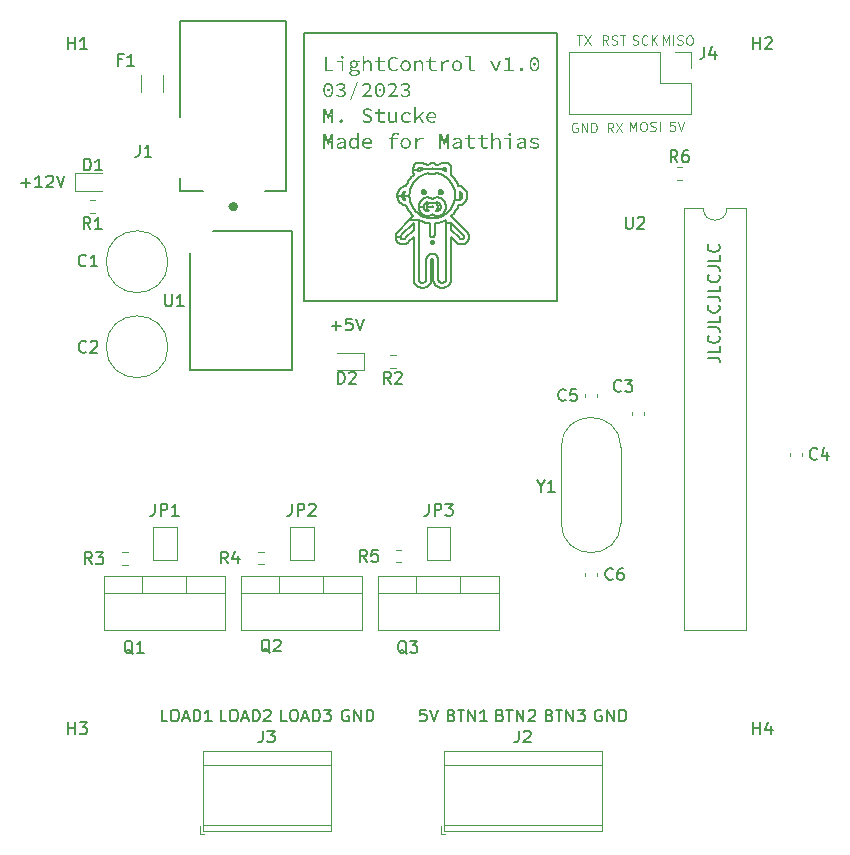
<source format=gbr>
%TF.GenerationSoftware,KiCad,Pcbnew,7.0.1*%
%TF.CreationDate,2023-03-29T16:15:43+02:00*%
%TF.ProjectId,mainboard,6d61696e-626f-4617-9264-2e6b69636164,1.0*%
%TF.SameCoordinates,Original*%
%TF.FileFunction,Legend,Top*%
%TF.FilePolarity,Positive*%
%FSLAX46Y46*%
G04 Gerber Fmt 4.6, Leading zero omitted, Abs format (unit mm)*
G04 Created by KiCad (PCBNEW 7.0.1) date 2023-03-29 16:15:43*
%MOMM*%
%LPD*%
G01*
G04 APERTURE LIST*
%ADD10C,0.000000*%
%ADD11C,0.150000*%
%ADD12C,0.200000*%
%ADD13C,0.100000*%
%ADD14C,0.300000*%
%ADD15C,0.120000*%
%ADD16C,0.127000*%
%ADD17C,0.400000*%
G04 APERTURE END LIST*
D10*
G36*
X145254383Y-75109934D02*
G01*
X145267711Y-75110978D01*
X145280846Y-75112698D01*
X145293774Y-75115076D01*
X145306476Y-75118095D01*
X145318937Y-75121738D01*
X145331140Y-75125988D01*
X145343068Y-75130828D01*
X145354704Y-75136241D01*
X145366032Y-75142210D01*
X145377036Y-75148717D01*
X145387698Y-75155746D01*
X145398002Y-75163279D01*
X145407932Y-75171300D01*
X145417470Y-75179791D01*
X145426601Y-75188735D01*
X145435307Y-75198115D01*
X145443571Y-75207915D01*
X145451378Y-75218116D01*
X145458711Y-75228702D01*
X145465553Y-75239656D01*
X145471886Y-75250961D01*
X145477696Y-75262599D01*
X145482965Y-75274554D01*
X145487676Y-75286809D01*
X145491813Y-75299346D01*
X145495359Y-75312148D01*
X145498298Y-75325198D01*
X145500612Y-75338479D01*
X145502286Y-75351975D01*
X145503302Y-75365667D01*
X145503645Y-75379540D01*
X145503302Y-75393414D01*
X145502286Y-75407108D01*
X145500612Y-75420605D01*
X145498298Y-75433889D01*
X145495359Y-75446941D01*
X145491813Y-75459745D01*
X145487676Y-75472284D01*
X145482965Y-75484540D01*
X145477696Y-75496497D01*
X145471886Y-75508137D01*
X145465552Y-75519443D01*
X145458711Y-75530399D01*
X145451378Y-75540987D01*
X145443571Y-75551190D01*
X145435306Y-75560991D01*
X145426601Y-75570373D01*
X145417470Y-75579318D01*
X145407932Y-75587811D01*
X145398002Y-75595833D01*
X145387698Y-75603367D01*
X145377036Y-75610397D01*
X145366032Y-75616906D01*
X145354704Y-75622875D01*
X145343067Y-75628289D01*
X145331140Y-75633130D01*
X145318937Y-75637380D01*
X145306476Y-75641024D01*
X145293774Y-75644044D01*
X145280846Y-75646422D01*
X145267710Y-75648142D01*
X145254383Y-75649187D01*
X145240881Y-75649538D01*
X145227378Y-75649187D01*
X145214051Y-75648142D01*
X145200915Y-75646422D01*
X145187988Y-75644044D01*
X145175285Y-75641024D01*
X145162824Y-75637381D01*
X145150621Y-75633130D01*
X145138694Y-75628289D01*
X145127057Y-75622875D01*
X145115729Y-75616906D01*
X145104725Y-75610397D01*
X145094063Y-75603367D01*
X145083759Y-75595833D01*
X145073829Y-75587811D01*
X145064291Y-75579319D01*
X145055161Y-75570373D01*
X145046455Y-75560991D01*
X145038190Y-75551190D01*
X145030383Y-75540987D01*
X145023050Y-75530399D01*
X145016209Y-75519443D01*
X145009875Y-75508137D01*
X145004065Y-75496497D01*
X144998797Y-75484540D01*
X144994085Y-75472284D01*
X144989948Y-75459745D01*
X144986402Y-75446941D01*
X144983464Y-75433889D01*
X144981149Y-75420606D01*
X144979475Y-75407108D01*
X144978459Y-75393414D01*
X144978116Y-75379540D01*
X144978459Y-75365667D01*
X144979476Y-75351975D01*
X144981150Y-75338479D01*
X144983465Y-75325198D01*
X144986404Y-75312148D01*
X144989950Y-75299346D01*
X144994088Y-75286809D01*
X144998799Y-75274554D01*
X145004069Y-75262599D01*
X145009879Y-75250961D01*
X145016214Y-75239656D01*
X145023056Y-75228702D01*
X145030389Y-75218116D01*
X145038197Y-75207915D01*
X145046462Y-75198115D01*
X145055168Y-75188735D01*
X145064299Y-75179791D01*
X145073838Y-75171300D01*
X145083768Y-75163279D01*
X145094072Y-75155746D01*
X145104735Y-75148717D01*
X145115738Y-75142210D01*
X145127066Y-75136241D01*
X145138702Y-75130828D01*
X145150630Y-75125988D01*
X145162832Y-75121738D01*
X145175292Y-75118095D01*
X145187994Y-75115076D01*
X145200920Y-75112698D01*
X145214054Y-75110978D01*
X145227380Y-75109934D01*
X145240881Y-75109582D01*
X145254383Y-75109934D01*
G37*
D11*
X144806655Y-76590318D02*
X145238649Y-76590318D01*
X145239026Y-76608486D01*
X145240147Y-76626418D01*
X145241992Y-76644093D01*
X145244544Y-76661487D01*
X145247783Y-76678579D01*
X145251692Y-76695345D01*
X145256253Y-76711765D01*
X145261446Y-76727814D01*
X145267254Y-76743472D01*
X145273659Y-76758715D01*
X145280641Y-76773521D01*
X145288183Y-76787868D01*
X145296266Y-76801733D01*
X145304872Y-76815094D01*
X145313982Y-76827929D01*
X145323579Y-76840215D01*
X145333643Y-76851930D01*
X145344157Y-76863051D01*
X145355103Y-76873556D01*
X145366461Y-76883423D01*
X145378214Y-76892629D01*
X145390342Y-76901152D01*
X145402829Y-76908970D01*
X145415655Y-76916060D01*
X145428802Y-76922399D01*
X145442252Y-76927966D01*
X145455987Y-76932738D01*
X145469988Y-76936692D01*
X145484236Y-76939807D01*
X145498714Y-76942059D01*
X145513403Y-76943427D01*
X145528285Y-76943888D01*
X145536035Y-76943765D01*
X145543652Y-76943401D01*
X145551136Y-76942807D01*
X145558485Y-76941990D01*
X145565700Y-76940961D01*
X145572780Y-76939729D01*
X145579725Y-76938302D01*
X145586534Y-76936690D01*
X145593208Y-76934902D01*
X145599746Y-76932947D01*
X145606148Y-76930835D01*
X145612413Y-76928575D01*
X145618542Y-76926176D01*
X145624533Y-76923647D01*
X145630386Y-76920997D01*
X145636102Y-76918237D01*
X145636102Y-76918236D01*
X145620270Y-76902330D01*
X145605227Y-76885670D01*
X145591006Y-76868286D01*
X145577638Y-76850209D01*
X145565155Y-76831469D01*
X145553589Y-76812096D01*
X145542973Y-76792122D01*
X145533339Y-76771576D01*
X145524717Y-76750489D01*
X145517142Y-76728892D01*
X145510644Y-76706815D01*
X145505256Y-76684288D01*
X145501009Y-76661343D01*
X145497936Y-76638009D01*
X145496069Y-76614317D01*
X145495440Y-76590318D01*
X145927412Y-76590318D01*
X145927442Y-76591470D01*
X145927529Y-76592607D01*
X145927672Y-76593728D01*
X145927870Y-76594831D01*
X145928121Y-76595915D01*
X145928425Y-76596978D01*
X145928779Y-76598020D01*
X145929182Y-76599038D01*
X145929632Y-76600031D01*
X145930129Y-76600998D01*
X145930671Y-76601937D01*
X145931256Y-76602847D01*
X145931883Y-76603726D01*
X145932550Y-76604574D01*
X145933257Y-76605388D01*
X145934001Y-76606168D01*
X145934781Y-76606911D01*
X145935597Y-76607617D01*
X145936445Y-76608283D01*
X145937326Y-76608909D01*
X145938237Y-76609493D01*
X145939177Y-76610034D01*
X145940144Y-76610530D01*
X145941138Y-76610980D01*
X145942157Y-76611382D01*
X145943199Y-76611736D01*
X145944263Y-76612038D01*
X145945347Y-76612289D01*
X145946450Y-76612487D01*
X145947571Y-76612630D01*
X145948708Y-76612717D01*
X145949860Y-76612746D01*
X145951012Y-76612717D01*
X145952149Y-76612630D01*
X145953270Y-76612487D01*
X145954373Y-76612289D01*
X145955457Y-76612038D01*
X145956520Y-76611736D01*
X145957562Y-76611382D01*
X145958580Y-76610980D01*
X145959573Y-76610530D01*
X145960540Y-76610034D01*
X145961479Y-76609493D01*
X145962389Y-76608909D01*
X145963269Y-76608283D01*
X145964116Y-76607617D01*
X145964930Y-76606911D01*
X145965710Y-76606168D01*
X145966453Y-76605388D01*
X145967159Y-76604574D01*
X145967825Y-76603726D01*
X145968451Y-76602847D01*
X145969035Y-76601937D01*
X145969576Y-76600998D01*
X145970072Y-76600031D01*
X145970522Y-76599038D01*
X145970924Y-76598020D01*
X145971278Y-76596978D01*
X145971580Y-76595915D01*
X145971831Y-76594831D01*
X145972029Y-76593728D01*
X145972172Y-76592607D01*
X145972259Y-76591470D01*
X145972288Y-76590318D01*
X145972259Y-76589165D01*
X145972172Y-76588026D01*
X145972029Y-76586903D01*
X145971831Y-76585799D01*
X145971580Y-76584714D01*
X145971277Y-76583649D01*
X145970924Y-76582606D01*
X145970522Y-76581587D01*
X145970072Y-76580593D01*
X145969576Y-76579625D01*
X145969035Y-76578685D01*
X145968451Y-76577774D01*
X145967825Y-76576894D01*
X145967158Y-76576046D01*
X145966453Y-76575231D01*
X145965710Y-76574451D01*
X145964930Y-76573707D01*
X145964116Y-76573001D01*
X145963268Y-76572334D01*
X145962389Y-76571708D01*
X145961479Y-76571124D01*
X145960540Y-76570583D01*
X145959573Y-76570086D01*
X145958580Y-76569636D01*
X145957562Y-76569234D01*
X145956520Y-76568881D01*
X145955457Y-76568578D01*
X145954373Y-76568327D01*
X145953270Y-76568129D01*
X145952149Y-76567986D01*
X145951012Y-76567899D01*
X145949860Y-76567870D01*
X145948707Y-76567899D01*
X145947568Y-76567986D01*
X145946446Y-76568129D01*
X145945341Y-76568327D01*
X145944256Y-76568578D01*
X145943191Y-76568881D01*
X145942149Y-76569234D01*
X145941130Y-76569636D01*
X145940135Y-76570086D01*
X145939168Y-76570583D01*
X145938228Y-76571124D01*
X145937317Y-76571708D01*
X145936436Y-76572334D01*
X145935588Y-76573001D01*
X145934773Y-76573707D01*
X145933993Y-76574451D01*
X145933250Y-76575231D01*
X145932544Y-76576046D01*
X145931877Y-76576894D01*
X145931251Y-76577774D01*
X145930666Y-76578685D01*
X145930125Y-76579625D01*
X145929629Y-76580593D01*
X145929179Y-76581587D01*
X145928776Y-76582606D01*
X145928423Y-76583649D01*
X145928120Y-76584714D01*
X145927869Y-76585799D01*
X145927672Y-76586903D01*
X145927529Y-76588026D01*
X145927442Y-76589165D01*
X145927412Y-76590318D01*
X145495440Y-76590318D01*
X145495439Y-76590297D01*
X145496069Y-76566285D01*
X145497937Y-76542599D01*
X145501011Y-76519269D01*
X145505259Y-76496327D01*
X145510649Y-76473803D01*
X145517149Y-76451728D01*
X145524726Y-76430131D01*
X145533349Y-76409045D01*
X145542985Y-76388499D01*
X145553603Y-76368524D01*
X145565171Y-76349150D01*
X145577655Y-76330409D01*
X145591025Y-76312331D01*
X145605247Y-76294946D01*
X145620291Y-76278285D01*
X145636082Y-76262421D01*
X146263660Y-76262421D01*
X146279493Y-76278331D01*
X146294535Y-76294994D01*
X146308757Y-76312380D01*
X146322125Y-76330460D01*
X146334608Y-76349201D01*
X146346174Y-76368575D01*
X146356790Y-76388549D01*
X146366424Y-76409094D01*
X146375045Y-76430180D01*
X146382621Y-76451775D01*
X146389119Y-76473849D01*
X146394507Y-76496372D01*
X146398754Y-76519313D01*
X146401827Y-76542641D01*
X146403694Y-76566327D01*
X146404324Y-76590339D01*
X146403694Y-76614351D01*
X146401827Y-76638037D01*
X146398754Y-76661365D01*
X146394507Y-76684306D01*
X146389119Y-76706828D01*
X146382621Y-76728902D01*
X146375045Y-76750497D01*
X146366424Y-76771581D01*
X146356790Y-76792125D01*
X146346174Y-76812099D01*
X146334608Y-76831470D01*
X146322125Y-76850210D01*
X146308757Y-76868287D01*
X146294535Y-76885671D01*
X146279493Y-76902331D01*
X146263660Y-76918237D01*
X146269369Y-76920998D01*
X146275218Y-76923647D01*
X146281204Y-76926176D01*
X146287329Y-76928576D01*
X146293593Y-76930836D01*
X146299993Y-76932948D01*
X146306531Y-76934902D01*
X146313205Y-76936690D01*
X146320016Y-76938302D01*
X146326963Y-76939729D01*
X146334046Y-76940962D01*
X146341263Y-76941991D01*
X146348616Y-76942807D01*
X146356103Y-76943402D01*
X146363724Y-76943765D01*
X146371478Y-76943889D01*
X146386360Y-76943428D01*
X146401049Y-76942060D01*
X146415527Y-76939808D01*
X146429775Y-76936694D01*
X146443776Y-76932741D01*
X146457511Y-76927970D01*
X146470961Y-76922405D01*
X146484108Y-76916067D01*
X146496934Y-76908978D01*
X146509421Y-76901162D01*
X146521549Y-76892641D01*
X146533302Y-76883437D01*
X146544660Y-76873572D01*
X146555606Y-76863068D01*
X146566120Y-76851949D01*
X146576184Y-76840236D01*
X146585781Y-76827952D01*
X146594891Y-76815119D01*
X146603497Y-76801760D01*
X146611580Y-76787897D01*
X146626104Y-76758747D01*
X146638317Y-76727850D01*
X146643510Y-76711801D01*
X146648070Y-76695383D01*
X146651980Y-76678618D01*
X146655219Y-76661527D01*
X146657771Y-76644133D01*
X146659616Y-76626459D01*
X146660737Y-76608528D01*
X146661114Y-76590360D01*
X146660737Y-76572192D01*
X146659616Y-76554260D01*
X146657771Y-76536585D01*
X146655219Y-76519190D01*
X146651980Y-76502098D01*
X146648070Y-76485331D01*
X146643510Y-76468911D01*
X146638317Y-76452861D01*
X146632509Y-76437202D01*
X146626104Y-76421958D01*
X146619122Y-76407151D01*
X146611580Y-76392804D01*
X146603497Y-76378938D01*
X146594891Y-76365575D01*
X146585781Y-76352740D01*
X146576184Y-76340453D01*
X146566120Y-76328737D01*
X146555606Y-76317615D01*
X146544660Y-76307109D01*
X146533302Y-76297241D01*
X146521549Y-76288034D01*
X146509421Y-76279510D01*
X146496934Y-76271691D01*
X146484108Y-76264601D01*
X146470961Y-76258261D01*
X146457511Y-76252693D01*
X146443776Y-76247921D01*
X146429775Y-76243966D01*
X146415527Y-76240851D01*
X146401049Y-76238598D01*
X146386360Y-76237230D01*
X146371478Y-76236769D01*
X146363728Y-76236892D01*
X146356111Y-76237256D01*
X146348627Y-76237851D01*
X146341278Y-76238667D01*
X146334063Y-76239696D01*
X146326983Y-76240929D01*
X146320038Y-76242356D01*
X146313229Y-76243968D01*
X146306555Y-76245755D01*
X146300017Y-76247710D01*
X146293615Y-76249822D01*
X146287350Y-76252082D01*
X146281221Y-76254481D01*
X146275230Y-76257010D01*
X146269376Y-76259660D01*
X146263660Y-76262421D01*
X145636082Y-76262421D01*
X145636123Y-76262380D01*
X145630414Y-76259615D01*
X145624567Y-76256963D01*
X145618581Y-76254432D01*
X145612457Y-76252032D01*
X145606195Y-76249771D01*
X145599796Y-76247659D01*
X145593259Y-76245705D01*
X145586586Y-76243918D01*
X145579776Y-76242307D01*
X145572829Y-76240882D01*
X145565747Y-76239650D01*
X145558529Y-76238623D01*
X145551175Y-76237807D01*
X145543687Y-76237213D01*
X145536063Y-76236851D01*
X145528305Y-76236728D01*
X145513422Y-76237189D01*
X145498731Y-76238557D01*
X145484252Y-76240809D01*
X145470002Y-76243924D01*
X145456000Y-76247879D01*
X145442264Y-76252652D01*
X145428812Y-76258219D01*
X145415664Y-76264559D01*
X145402837Y-76271650D01*
X145390349Y-76279468D01*
X145378219Y-76287992D01*
X145366466Y-76297199D01*
X145355107Y-76307067D01*
X145344161Y-76317573D01*
X145333647Y-76328695D01*
X145323581Y-76340411D01*
X145313984Y-76352698D01*
X145304873Y-76365534D01*
X145296267Y-76378896D01*
X145288184Y-76392762D01*
X145273659Y-76421917D01*
X145261447Y-76452819D01*
X145256253Y-76468869D01*
X145251693Y-76485289D01*
X145247783Y-76502057D01*
X145244544Y-76519149D01*
X145241992Y-76536543D01*
X145240147Y-76554218D01*
X145239026Y-76572151D01*
X145238649Y-76590318D01*
X144806655Y-76590318D01*
X144807595Y-76549972D01*
X144810387Y-76510128D01*
X144814985Y-76470858D01*
X144821342Y-76432210D01*
X144829414Y-76394234D01*
X144839154Y-76356980D01*
X144850516Y-76320498D01*
X144863456Y-76284838D01*
X144877927Y-76250049D01*
X144893884Y-76216181D01*
X144911281Y-76183284D01*
X144930072Y-76151407D01*
X144950211Y-76120600D01*
X144971653Y-76090914D01*
X144994353Y-76062397D01*
X145018264Y-76035099D01*
X145043340Y-76009071D01*
X145069537Y-75984361D01*
X145096808Y-75961020D01*
X145125108Y-75939097D01*
X145154391Y-75918642D01*
X145184611Y-75899705D01*
X145215722Y-75882336D01*
X145247679Y-75866584D01*
X145280437Y-75852499D01*
X145313949Y-75840130D01*
X145348170Y-75829528D01*
X145383053Y-75820742D01*
X145418554Y-75813822D01*
X145454627Y-75808817D01*
X145491226Y-75805778D01*
X145528305Y-75804754D01*
X145556800Y-75805361D01*
X145585144Y-75807174D01*
X145613308Y-75810181D01*
X145641264Y-75814370D01*
X145668981Y-75819728D01*
X145696432Y-75826245D01*
X145723588Y-75833908D01*
X145750418Y-75842705D01*
X145776895Y-75852624D01*
X145802988Y-75863653D01*
X145828670Y-75875780D01*
X145853910Y-75888993D01*
X145878681Y-75903280D01*
X145902952Y-75918629D01*
X145926695Y-75935028D01*
X145949881Y-75952466D01*
X145973071Y-75935028D01*
X145996818Y-75918629D01*
X146021093Y-75903280D01*
X146045867Y-75888993D01*
X146071111Y-75875780D01*
X146096796Y-75863653D01*
X146122892Y-75852624D01*
X146149370Y-75842705D01*
X146176202Y-75833908D01*
X146203359Y-75826245D01*
X146230810Y-75819729D01*
X146258528Y-75814370D01*
X146286483Y-75810181D01*
X146314646Y-75807174D01*
X146342987Y-75805361D01*
X146371478Y-75804754D01*
X146408557Y-75805778D01*
X146445156Y-75808817D01*
X146481228Y-75813822D01*
X146516728Y-75820742D01*
X146551611Y-75829528D01*
X146585831Y-75840130D01*
X146619342Y-75852499D01*
X146652098Y-75866584D01*
X146684054Y-75882336D01*
X146715164Y-75899705D01*
X146745382Y-75918642D01*
X146774663Y-75939097D01*
X146802962Y-75961020D01*
X146830231Y-75984361D01*
X146856426Y-76009071D01*
X146881501Y-76035099D01*
X146905411Y-76062397D01*
X146928109Y-76090914D01*
X146949550Y-76120600D01*
X146969689Y-76151407D01*
X146988479Y-76183284D01*
X147005874Y-76216181D01*
X147021831Y-76250049D01*
X147036301Y-76284838D01*
X147049241Y-76320498D01*
X147060603Y-76356980D01*
X147070344Y-76394234D01*
X147078416Y-76432210D01*
X147084774Y-76470858D01*
X147089373Y-76510128D01*
X147092166Y-76549972D01*
X147093109Y-76590339D01*
X147092168Y-76630704D01*
X147089376Y-76670546D01*
X147084779Y-76709815D01*
X147078422Y-76748462D01*
X147070351Y-76786436D01*
X147060611Y-76823688D01*
X147049249Y-76860169D01*
X147036310Y-76895828D01*
X147021840Y-76930616D01*
X147005884Y-76964483D01*
X146988488Y-76997380D01*
X146969698Y-77029256D01*
X146949559Y-77060061D01*
X146928118Y-77089747D01*
X146905419Y-77118264D01*
X146881509Y-77145561D01*
X146856434Y-77171589D01*
X146830238Y-77196298D01*
X146802968Y-77219639D01*
X146774669Y-77241561D01*
X146745387Y-77262016D01*
X146715168Y-77280953D01*
X146684057Y-77298322D01*
X146652101Y-77314074D01*
X146619344Y-77328159D01*
X146585833Y-77340527D01*
X146551612Y-77351130D01*
X146516729Y-77359916D01*
X146481228Y-77366836D01*
X146445156Y-77371840D01*
X146408557Y-77374879D01*
X146371478Y-77375903D01*
X146342994Y-77375296D01*
X146314659Y-77373484D01*
X146286502Y-77370477D01*
X146258551Y-77366288D01*
X146230837Y-77360929D01*
X146203388Y-77354413D01*
X146176233Y-77346751D01*
X146149402Y-77337955D01*
X146122922Y-77328037D01*
X146096825Y-77317009D01*
X146071138Y-77304884D01*
X146045891Y-77291673D01*
X146021112Y-77277388D01*
X145996832Y-77262042D01*
X145973079Y-77245646D01*
X145949881Y-77228212D01*
X145926677Y-77245649D01*
X145902919Y-77262048D01*
X145878635Y-77277396D01*
X145853855Y-77291682D01*
X145828607Y-77304893D01*
X145802921Y-77317018D01*
X145776825Y-77328046D01*
X145750348Y-77337963D01*
X145723520Y-77346758D01*
X145696369Y-77354419D01*
X145668924Y-77360934D01*
X145641214Y-77366291D01*
X145613269Y-77370478D01*
X145585116Y-77373484D01*
X145556785Y-77375297D01*
X145528305Y-77375903D01*
X145491226Y-77374879D01*
X145454627Y-77371840D01*
X145418554Y-77366835D01*
X145383053Y-77359915D01*
X145348170Y-77351128D01*
X145313949Y-77340526D01*
X145280437Y-77328157D01*
X145247679Y-77314071D01*
X145215722Y-77298318D01*
X145184611Y-77280948D01*
X145154391Y-77262011D01*
X145125108Y-77241556D01*
X145096808Y-77219633D01*
X145069537Y-77196292D01*
X145043340Y-77171582D01*
X145018264Y-77145553D01*
X144994353Y-77118256D01*
X144971653Y-77089739D01*
X144950211Y-77060053D01*
X144930072Y-77029246D01*
X144911281Y-76997370D01*
X144893884Y-76964474D01*
X144877927Y-76930607D01*
X144863456Y-76895819D01*
X144850516Y-76860161D01*
X144839154Y-76823681D01*
X144829414Y-76786429D01*
X144821342Y-76748456D01*
X144814985Y-76709810D01*
X144810387Y-76670542D01*
X144807595Y-76630702D01*
X144806654Y-76590339D01*
X144806655Y-76590318D01*
D12*
X135100000Y-61900000D02*
X156500000Y-61900000D01*
X156500000Y-84600000D01*
X135100000Y-84600000D01*
X135100000Y-61900000D01*
D10*
G36*
X146672755Y-75109934D02*
G01*
X146686080Y-75110978D01*
X146699214Y-75112698D01*
X146712140Y-75115076D01*
X146724841Y-75118095D01*
X146737301Y-75121738D01*
X146749503Y-75125988D01*
X146761429Y-75130828D01*
X146773065Y-75136241D01*
X146784392Y-75142210D01*
X146795395Y-75148717D01*
X146806057Y-75155746D01*
X146816361Y-75163279D01*
X146826290Y-75171300D01*
X146835828Y-75179791D01*
X146844958Y-75188735D01*
X146853664Y-75198115D01*
X146861929Y-75207915D01*
X146869737Y-75218116D01*
X146877070Y-75228702D01*
X146883912Y-75239656D01*
X146890246Y-75250961D01*
X146896057Y-75262599D01*
X146901326Y-75274554D01*
X146906039Y-75286809D01*
X146910177Y-75299346D01*
X146913724Y-75312148D01*
X146916664Y-75325198D01*
X146918980Y-75338479D01*
X146920656Y-75351975D01*
X146921674Y-75365667D01*
X146922018Y-75379540D01*
X146921676Y-75393414D01*
X146920659Y-75407108D01*
X146918986Y-75420605D01*
X146916671Y-75433889D01*
X146913732Y-75446941D01*
X146910186Y-75459745D01*
X146906049Y-75472284D01*
X146901338Y-75484540D01*
X146896070Y-75496497D01*
X146890260Y-75508137D01*
X146883926Y-75519443D01*
X146877084Y-75530399D01*
X146869752Y-75540987D01*
X146861945Y-75551190D01*
X146853680Y-75560991D01*
X146844974Y-75570373D01*
X146835844Y-75579318D01*
X146826305Y-75587811D01*
X146816376Y-75595833D01*
X146806072Y-75603367D01*
X146795409Y-75610397D01*
X146784406Y-75616906D01*
X146773078Y-75622875D01*
X146761441Y-75628289D01*
X146749513Y-75633130D01*
X146737311Y-75637380D01*
X146724850Y-75641024D01*
X146712147Y-75644044D01*
X146699220Y-75646422D01*
X146686084Y-75648142D01*
X146672757Y-75649187D01*
X146659254Y-75649538D01*
X146645752Y-75649187D01*
X146632424Y-75648142D01*
X146619288Y-75646422D01*
X146606360Y-75644044D01*
X146593657Y-75641024D01*
X146581196Y-75637381D01*
X146568992Y-75633130D01*
X146557064Y-75628289D01*
X146545427Y-75622875D01*
X146534098Y-75616906D01*
X146523093Y-75610397D01*
X146512430Y-75603367D01*
X146502125Y-75595833D01*
X146492194Y-75587811D01*
X146482655Y-75579319D01*
X146473524Y-75570373D01*
X146464817Y-75560991D01*
X146456551Y-75551190D01*
X146448743Y-75540987D01*
X146441409Y-75530399D01*
X146434567Y-75519443D01*
X146428232Y-75508137D01*
X146422422Y-75496497D01*
X146417152Y-75484540D01*
X146412440Y-75472284D01*
X146408303Y-75459745D01*
X146404756Y-75446941D01*
X146401817Y-75433889D01*
X146399502Y-75420606D01*
X146397828Y-75407108D01*
X146396811Y-75393414D01*
X146396469Y-75379540D01*
X146396811Y-75365667D01*
X146397828Y-75351975D01*
X146399502Y-75338479D01*
X146401816Y-75325198D01*
X146404755Y-75312148D01*
X146408301Y-75299346D01*
X146412438Y-75286809D01*
X146417149Y-75274554D01*
X146422418Y-75262599D01*
X146428228Y-75250961D01*
X146434562Y-75239656D01*
X146441404Y-75228702D01*
X146448737Y-75218116D01*
X146456544Y-75207915D01*
X146464810Y-75198115D01*
X146473516Y-75188735D01*
X146482647Y-75179791D01*
X146492186Y-75171300D01*
X146502116Y-75163279D01*
X146512421Y-75155746D01*
X146523084Y-75148717D01*
X146534089Y-75142210D01*
X146545418Y-75136241D01*
X146557055Y-75130828D01*
X146568984Y-75125988D01*
X146581188Y-75121738D01*
X146593650Y-75118095D01*
X146606354Y-75115076D01*
X146619283Y-75112698D01*
X146632421Y-75110978D01*
X146645750Y-75109934D01*
X146659254Y-75109582D01*
X146672755Y-75109934D01*
G37*
D11*
X144325614Y-73487841D02*
X144756885Y-73487841D01*
X144756980Y-73506075D01*
X144757549Y-73524160D01*
X144758561Y-73542070D01*
X144759985Y-73559775D01*
X144761788Y-73577247D01*
X144766409Y-73611379D01*
X144821301Y-73580714D01*
X144877115Y-73551475D01*
X144933828Y-73523685D01*
X144991418Y-73497368D01*
X145049860Y-73472545D01*
X145109132Y-73449241D01*
X145169210Y-73427477D01*
X145230070Y-73407278D01*
X145178962Y-73392280D01*
X145166696Y-73389005D01*
X145896903Y-73389005D01*
X145896972Y-73391727D01*
X145897176Y-73394413D01*
X145897514Y-73397061D01*
X145897980Y-73399667D01*
X145898572Y-73402228D01*
X145899287Y-73404740D01*
X145900121Y-73407200D01*
X145901070Y-73409605D01*
X145902132Y-73411951D01*
X145903303Y-73414235D01*
X145904580Y-73416453D01*
X145905959Y-73418603D01*
X145907437Y-73420681D01*
X145909010Y-73422683D01*
X145910676Y-73424606D01*
X145912431Y-73426447D01*
X145914272Y-73428203D01*
X145916195Y-73429869D01*
X145918197Y-73431443D01*
X145920274Y-73432922D01*
X145922424Y-73434302D01*
X145924642Y-73435579D01*
X145926926Y-73436750D01*
X145929273Y-73437813D01*
X145931678Y-73438763D01*
X145934139Y-73439597D01*
X145936652Y-73440312D01*
X145939213Y-73440905D01*
X145941820Y-73441372D01*
X145944470Y-73441709D01*
X145947158Y-73441914D01*
X145949881Y-73441984D01*
X145952601Y-73441914D01*
X145955285Y-73441709D01*
X145957931Y-73441372D01*
X145960535Y-73440905D01*
X145963093Y-73440312D01*
X145965603Y-73439597D01*
X145968061Y-73438763D01*
X145970463Y-73437813D01*
X145972806Y-73436750D01*
X145975088Y-73435579D01*
X145977304Y-73434302D01*
X145979451Y-73432922D01*
X145981526Y-73431443D01*
X145983525Y-73429869D01*
X145985446Y-73428203D01*
X145987285Y-73426447D01*
X145989038Y-73424606D01*
X145990702Y-73422683D01*
X145992274Y-73420681D01*
X145993751Y-73418603D01*
X145995128Y-73416453D01*
X145996404Y-73414235D01*
X145997573Y-73411951D01*
X145998634Y-73409605D01*
X145999552Y-73407278D01*
X146669672Y-73407278D01*
X146730539Y-73427470D01*
X146790619Y-73449229D01*
X146849891Y-73472529D01*
X146908332Y-73497350D01*
X146965919Y-73523666D01*
X147022630Y-73551455D01*
X147078442Y-73580693D01*
X147133333Y-73611358D01*
X147137960Y-73577222D01*
X147141193Y-73542044D01*
X147142207Y-73524135D01*
X147142777Y-73506051D01*
X147142872Y-73487820D01*
X147142460Y-73469470D01*
X147141509Y-73451030D01*
X147139987Y-73432527D01*
X147137864Y-73413990D01*
X147135107Y-73395447D01*
X147131684Y-73376927D01*
X147127564Y-73358457D01*
X147122716Y-73340067D01*
X147117107Y-73321784D01*
X147056823Y-73327164D01*
X146997652Y-73334343D01*
X146939659Y-73343179D01*
X146882910Y-73353532D01*
X146827471Y-73365259D01*
X146773407Y-73378220D01*
X146720786Y-73392273D01*
X146669672Y-73407278D01*
X145999552Y-73407278D01*
X145999583Y-73407200D01*
X146000416Y-73404740D01*
X146001130Y-73402228D01*
X146001721Y-73399667D01*
X146002187Y-73397061D01*
X146002525Y-73394413D01*
X146002729Y-73391727D01*
X146002798Y-73389005D01*
X146002729Y-73386285D01*
X146002525Y-73383601D01*
X146002187Y-73380955D01*
X146001721Y-73378350D01*
X146001130Y-73375792D01*
X146000416Y-73373281D01*
X145999583Y-73370823D01*
X145998634Y-73368420D01*
X145997573Y-73366076D01*
X145996404Y-73363794D01*
X145995128Y-73361577D01*
X145993751Y-73359429D01*
X145992274Y-73357353D01*
X145990702Y-73355352D01*
X145989038Y-73353431D01*
X145987285Y-73351591D01*
X145985446Y-73349837D01*
X145983525Y-73348172D01*
X145981526Y-73346599D01*
X145979451Y-73345122D01*
X145977304Y-73343743D01*
X145975088Y-73342467D01*
X145972806Y-73341296D01*
X145970463Y-73340235D01*
X145968061Y-73339285D01*
X145965603Y-73338452D01*
X145963093Y-73337737D01*
X145960535Y-73337145D01*
X145957931Y-73336679D01*
X145955285Y-73336341D01*
X145952601Y-73336137D01*
X145949881Y-73336068D01*
X145947160Y-73336137D01*
X145944473Y-73336341D01*
X145941825Y-73336678D01*
X145939218Y-73337144D01*
X145936657Y-73337736D01*
X145934145Y-73338450D01*
X145931684Y-73339283D01*
X145929279Y-73340232D01*
X145926932Y-73341293D01*
X145924648Y-73342463D01*
X145922428Y-73343738D01*
X145920278Y-73345116D01*
X145918200Y-73346593D01*
X145916197Y-73348165D01*
X145914273Y-73349830D01*
X145912432Y-73351583D01*
X145910676Y-73353423D01*
X145909009Y-73355344D01*
X145907434Y-73357344D01*
X145905955Y-73359420D01*
X145904576Y-73361568D01*
X145903298Y-73363785D01*
X145902127Y-73366067D01*
X145901065Y-73368412D01*
X145900115Y-73370815D01*
X145899281Y-73373274D01*
X145898567Y-73375785D01*
X145897975Y-73378345D01*
X145897510Y-73380950D01*
X145897173Y-73383597D01*
X145896970Y-73386283D01*
X145896903Y-73389005D01*
X145166696Y-73389005D01*
X145126344Y-73378231D01*
X145072281Y-73365273D01*
X145016840Y-73353547D01*
X144960089Y-73343194D01*
X144902093Y-73334355D01*
X144842920Y-73327171D01*
X144782635Y-73321784D01*
X144777030Y-73340068D01*
X144772185Y-73358459D01*
X144768067Y-73376930D01*
X144764647Y-73395453D01*
X144761892Y-73413999D01*
X144759769Y-73432539D01*
X144758249Y-73451045D01*
X144757298Y-73469488D01*
X144756885Y-73487841D01*
X144325614Y-73487841D01*
X144325466Y-73475299D01*
X144328021Y-73415190D01*
X144334222Y-73354050D01*
X144344471Y-73292182D01*
X144359168Y-73229887D01*
X144378715Y-73167468D01*
X144403514Y-73105229D01*
X144433964Y-73043471D01*
X144451434Y-73012867D01*
X144470468Y-72982497D01*
X144478274Y-72971367D01*
X144486704Y-72960822D01*
X144495721Y-72950883D01*
X144505294Y-72941566D01*
X144515387Y-72932890D01*
X144525968Y-72924873D01*
X144537001Y-72917533D01*
X144548453Y-72910889D01*
X144560290Y-72904959D01*
X144572479Y-72899760D01*
X144584985Y-72895311D01*
X144597774Y-72891631D01*
X144610813Y-72888737D01*
X144624068Y-72886647D01*
X144637504Y-72885379D01*
X144651088Y-72884953D01*
X144718575Y-72885987D01*
X144785066Y-72889011D01*
X144850505Y-72893907D01*
X144914841Y-72900557D01*
X144978020Y-72908843D01*
X145039988Y-72918646D01*
X145100694Y-72929850D01*
X145160082Y-72942335D01*
X145218101Y-72955983D01*
X145274696Y-72970677D01*
X145329816Y-72986299D01*
X145383406Y-73002731D01*
X145485785Y-73037550D01*
X145581407Y-73074192D01*
X145598601Y-73055144D01*
X145616763Y-73037025D01*
X145635851Y-73019876D01*
X145655826Y-73003739D01*
X145676646Y-72988655D01*
X145698272Y-72974665D01*
X145720661Y-72961811D01*
X145743775Y-72950135D01*
X145767571Y-72939677D01*
X145792010Y-72930480D01*
X145817051Y-72922584D01*
X145842653Y-72916030D01*
X145868776Y-72910861D01*
X145895378Y-72907118D01*
X145922420Y-72904841D01*
X145949860Y-72904073D01*
X145977294Y-72904841D01*
X146004330Y-72907118D01*
X146030927Y-72910861D01*
X146057046Y-72916030D01*
X146082645Y-72922584D01*
X146107683Y-72930480D01*
X146132120Y-72939677D01*
X146155915Y-72950135D01*
X146179026Y-72961811D01*
X146201414Y-72974665D01*
X146223037Y-72988655D01*
X146243854Y-73003739D01*
X146263825Y-73019876D01*
X146282909Y-73037025D01*
X146301065Y-73055144D01*
X146318251Y-73074192D01*
X146413895Y-73037544D01*
X146516290Y-73002722D01*
X146625011Y-72970668D01*
X146739634Y-72942327D01*
X146799026Y-72929843D01*
X146859735Y-72918641D01*
X146921706Y-72908839D01*
X146984888Y-72900554D01*
X147049227Y-72893906D01*
X147114670Y-72889011D01*
X147181163Y-72885987D01*
X147248655Y-72884953D01*
X147262246Y-72885380D01*
X147275687Y-72886648D01*
X147288947Y-72888739D01*
X147301989Y-72891634D01*
X147314782Y-72895317D01*
X147327290Y-72899768D01*
X147339481Y-72904969D01*
X147351320Y-72910902D01*
X147362775Y-72917550D01*
X147373810Y-72924892D01*
X147384393Y-72932913D01*
X147394489Y-72941592D01*
X147404065Y-72950913D01*
X147413088Y-72960856D01*
X147421523Y-72971404D01*
X147429336Y-72982539D01*
X147448366Y-73012907D01*
X147465833Y-73043508D01*
X147481786Y-73074305D01*
X147496277Y-73105259D01*
X147509355Y-73136334D01*
X147521070Y-73167491D01*
X147531472Y-73198693D01*
X147540612Y-73229901D01*
X147555306Y-73292187D01*
X147565552Y-73354047D01*
X147571751Y-73415178D01*
X147574304Y-73475279D01*
X147573613Y-73534047D01*
X147570078Y-73591180D01*
X147564102Y-73646376D01*
X147556084Y-73699333D01*
X147546426Y-73749748D01*
X147535530Y-73797319D01*
X147523796Y-73841744D01*
X147511625Y-73882722D01*
X147565645Y-73931682D01*
X147618106Y-73982254D01*
X147668971Y-74034399D01*
X147718201Y-74088076D01*
X147765762Y-74143245D01*
X147811614Y-74199867D01*
X147855721Y-74257900D01*
X147898047Y-74317305D01*
X147938553Y-74378042D01*
X147977202Y-74440071D01*
X148013959Y-74503351D01*
X148048785Y-74567843D01*
X148081643Y-74633506D01*
X148112496Y-74700301D01*
X148141308Y-74768187D01*
X148168040Y-74837124D01*
X148206645Y-74840019D01*
X148244717Y-74844866D01*
X148282211Y-74851617D01*
X148319080Y-74860225D01*
X148355281Y-74870642D01*
X148390767Y-74882819D01*
X148425493Y-74896710D01*
X148459414Y-74912265D01*
X148492483Y-74929438D01*
X148524657Y-74948180D01*
X148555888Y-74968444D01*
X148586133Y-74990181D01*
X148615345Y-75013344D01*
X148643479Y-75037886D01*
X148670489Y-75063758D01*
X148696331Y-75090912D01*
X148720958Y-75119300D01*
X148744326Y-75148876D01*
X148766389Y-75179590D01*
X148787101Y-75211395D01*
X148806417Y-75244243D01*
X148824292Y-75278087D01*
X148840680Y-75312878D01*
X148855536Y-75348569D01*
X148868814Y-75385112D01*
X148880469Y-75422458D01*
X148890456Y-75460561D01*
X148898729Y-75499372D01*
X148905242Y-75538844D01*
X148909951Y-75578928D01*
X148912809Y-75619577D01*
X148913772Y-75660742D01*
X148912807Y-75701958D01*
X148909942Y-75742655D01*
X148905222Y-75782785D01*
X148898694Y-75822300D01*
X148890402Y-75861153D01*
X148880392Y-75899296D01*
X148868711Y-75936679D01*
X148855403Y-75973257D01*
X148840514Y-76008979D01*
X148824090Y-76043800D01*
X148806176Y-76077670D01*
X148786819Y-76110541D01*
X148766062Y-76142366D01*
X148743953Y-76173096D01*
X148720536Y-76202685D01*
X148695858Y-76231082D01*
X148669964Y-76258242D01*
X148642899Y-76284115D01*
X148614709Y-76308654D01*
X148585439Y-76331810D01*
X148555136Y-76353536D01*
X148523845Y-76373784D01*
X148491611Y-76392506D01*
X148458481Y-76409653D01*
X148424498Y-76425178D01*
X148389710Y-76439033D01*
X148354162Y-76451170D01*
X148317900Y-76461541D01*
X148280968Y-76470098D01*
X148243413Y-76476792D01*
X148205279Y-76481577D01*
X148166614Y-76484403D01*
X148141293Y-76549341D01*
X148114132Y-76613341D01*
X148085162Y-76676371D01*
X148054417Y-76738397D01*
X148021929Y-76799387D01*
X147987730Y-76859306D01*
X147951853Y-76918122D01*
X147914330Y-76975802D01*
X147875194Y-77032311D01*
X147834477Y-77087618D01*
X147792212Y-77141689D01*
X147748431Y-77194490D01*
X147703166Y-77245989D01*
X147656451Y-77296151D01*
X147608317Y-77344945D01*
X147558796Y-77392337D01*
X148875615Y-78709176D01*
X148897302Y-78731942D01*
X148917718Y-78755586D01*
X148936847Y-78780066D01*
X148954669Y-78805338D01*
X148971167Y-78831359D01*
X148986324Y-78858088D01*
X149000122Y-78885481D01*
X149012542Y-78913494D01*
X149023568Y-78942087D01*
X149033181Y-78971215D01*
X149041364Y-79000836D01*
X149048099Y-79030907D01*
X149053368Y-79061385D01*
X149057153Y-79092227D01*
X149059438Y-79123391D01*
X149060203Y-79154834D01*
X149059438Y-79186276D01*
X149057153Y-79217439D01*
X149053368Y-79248279D01*
X149048098Y-79278755D01*
X149041363Y-79308824D01*
X149033179Y-79338443D01*
X149023564Y-79367569D01*
X149012537Y-79396160D01*
X149000114Y-79424173D01*
X148986314Y-79451566D01*
X148971154Y-79478296D01*
X148954651Y-79504321D01*
X148936825Y-79529597D01*
X148917691Y-79554083D01*
X148897268Y-79577735D01*
X148875573Y-79600512D01*
X148852804Y-79622199D01*
X148829157Y-79642614D01*
X148804675Y-79661742D01*
X148779400Y-79679562D01*
X148753377Y-79696059D01*
X148726647Y-79711214D01*
X148699254Y-79725010D01*
X148671240Y-79737428D01*
X148642648Y-79748452D01*
X148613520Y-79758063D01*
X148583901Y-79766244D01*
X148553832Y-79772978D01*
X148523356Y-79778245D01*
X148492516Y-79782030D01*
X148461355Y-79784314D01*
X148429916Y-79785079D01*
X148398474Y-79784314D01*
X148367311Y-79782030D01*
X148336470Y-79778245D01*
X148305994Y-79772977D01*
X148275925Y-79766244D01*
X148246307Y-79758062D01*
X148217180Y-79748450D01*
X148188589Y-79737426D01*
X148160576Y-79725006D01*
X148133183Y-79711209D01*
X148106453Y-79696053D01*
X148080429Y-79679554D01*
X148055152Y-79661731D01*
X148030667Y-79642601D01*
X148007014Y-79622182D01*
X147984238Y-79600491D01*
X147540565Y-79156818D01*
X147540565Y-82711472D01*
X147539578Y-82750360D01*
X147536650Y-82788743D01*
X147531828Y-82826575D01*
X147525161Y-82863807D01*
X147516695Y-82900392D01*
X147506480Y-82936281D01*
X147494562Y-82971426D01*
X147480991Y-83005780D01*
X147465814Y-83039295D01*
X147449078Y-83071922D01*
X147430832Y-83103615D01*
X147411124Y-83134324D01*
X147390001Y-83164002D01*
X147367512Y-83192602D01*
X147343704Y-83220074D01*
X147318625Y-83246372D01*
X147292323Y-83271448D01*
X147264847Y-83295253D01*
X147236244Y-83317739D01*
X147206561Y-83338859D01*
X147175848Y-83358565D01*
X147144151Y-83376809D01*
X147111519Y-83393542D01*
X147078000Y-83408718D01*
X147043641Y-83422287D01*
X147008491Y-83434203D01*
X146972597Y-83444417D01*
X146936007Y-83452882D01*
X146898769Y-83459548D01*
X146860932Y-83464370D01*
X146822543Y-83467298D01*
X146783649Y-83468284D01*
X146744762Y-83467298D01*
X146706378Y-83464370D01*
X146668546Y-83459548D01*
X146631314Y-83452881D01*
X146594730Y-83444416D01*
X146558841Y-83434201D01*
X146523696Y-83422285D01*
X146489342Y-83408715D01*
X146455827Y-83393539D01*
X146423200Y-83376804D01*
X146391507Y-83358560D01*
X146360798Y-83338854D01*
X146331120Y-83317733D01*
X146302520Y-83295246D01*
X146275047Y-83271441D01*
X146248749Y-83246365D01*
X146223674Y-83220066D01*
X146199869Y-83192593D01*
X146177383Y-83163993D01*
X146156263Y-83134315D01*
X146136557Y-83103605D01*
X146118313Y-83071913D01*
X146101580Y-83039286D01*
X146086404Y-83005771D01*
X146072835Y-82971418D01*
X146060919Y-82936273D01*
X146050705Y-82900385D01*
X146042241Y-82863801D01*
X146035574Y-82826570D01*
X146030753Y-82788740D01*
X146027825Y-82750358D01*
X146026838Y-82711472D01*
X146026838Y-81086145D01*
X146026738Y-81082192D01*
X146026440Y-81078291D01*
X146025950Y-81074445D01*
X146025272Y-81070660D01*
X146024411Y-81066941D01*
X146023373Y-81063292D01*
X146022161Y-81059719D01*
X146020781Y-81056226D01*
X146019238Y-81052819D01*
X146017537Y-81049501D01*
X146015682Y-81046278D01*
X146013678Y-81043156D01*
X146011530Y-81040138D01*
X146009244Y-81037229D01*
X146006823Y-81034435D01*
X146004274Y-81031761D01*
X146001599Y-81029211D01*
X145998806Y-81026789D01*
X145995898Y-81024502D01*
X145992880Y-81022354D01*
X145989757Y-81020350D01*
X145986535Y-81018494D01*
X145983217Y-81016792D01*
X145979809Y-81015248D01*
X145976316Y-81013868D01*
X145972742Y-81012656D01*
X145969092Y-81011617D01*
X145965372Y-81010756D01*
X145961586Y-81010077D01*
X145957739Y-81009587D01*
X145953836Y-81009289D01*
X145949881Y-81009189D01*
X145945925Y-81009289D01*
X145942020Y-81009587D01*
X145938171Y-81010077D01*
X145934383Y-81010755D01*
X145930661Y-81011615D01*
X145927010Y-81012654D01*
X145923434Y-81013865D01*
X145919939Y-81015245D01*
X145916529Y-81016788D01*
X145913210Y-81018490D01*
X145909985Y-81020345D01*
X145906861Y-81022349D01*
X145903841Y-81024496D01*
X145900932Y-81026783D01*
X145898136Y-81029203D01*
X145895461Y-81031753D01*
X145892910Y-81034427D01*
X145890488Y-81037220D01*
X145888200Y-81040128D01*
X145886051Y-81043146D01*
X145884046Y-81046269D01*
X145882190Y-81049492D01*
X145880488Y-81052809D01*
X145878944Y-81056217D01*
X145877563Y-81059711D01*
X145876351Y-81063284D01*
X145875312Y-81066934D01*
X145874450Y-81070654D01*
X145873772Y-81074440D01*
X145873282Y-81078287D01*
X145872984Y-81082190D01*
X145872883Y-81086145D01*
X145872883Y-82711493D01*
X145871897Y-82750380D01*
X145868968Y-82788764D01*
X145864146Y-82826596D01*
X145857479Y-82863828D01*
X145849013Y-82900412D01*
X145838798Y-82936301D01*
X145826881Y-82971447D01*
X145813310Y-83005801D01*
X145798133Y-83039316D01*
X145781398Y-83071943D01*
X145763152Y-83103635D01*
X145743444Y-83134345D01*
X145722322Y-83164023D01*
X145699833Y-83192623D01*
X145676026Y-83220095D01*
X145650949Y-83246393D01*
X145624648Y-83271469D01*
X145597173Y-83295274D01*
X145568571Y-83317760D01*
X145538890Y-83338880D01*
X145508178Y-83358586D01*
X145476483Y-83376829D01*
X145443853Y-83393563D01*
X145410336Y-83408738D01*
X145375980Y-83422308D01*
X145340832Y-83434224D01*
X145304940Y-83444438D01*
X145268354Y-83452902D01*
X145231119Y-83459569D01*
X145193285Y-83464390D01*
X145154900Y-83467318D01*
X145116010Y-83468305D01*
X145077120Y-83467318D01*
X145038735Y-83464390D01*
X145000902Y-83459569D01*
X144963668Y-83452901D01*
X144927082Y-83444437D01*
X144891192Y-83434222D01*
X144856045Y-83422306D01*
X144821690Y-83408736D01*
X144788174Y-83393559D01*
X144755546Y-83376825D01*
X144723853Y-83358581D01*
X144693143Y-83338875D01*
X144663463Y-83317754D01*
X144634863Y-83295267D01*
X144607390Y-83271462D01*
X144581092Y-83246386D01*
X144556016Y-83220087D01*
X144532211Y-83192614D01*
X144509724Y-83164014D01*
X144488603Y-83134336D01*
X144468897Y-83103627D01*
X144450654Y-83071934D01*
X144433920Y-83039307D01*
X144418744Y-83005793D01*
X144405175Y-82971439D01*
X144393259Y-82936294D01*
X144383045Y-82900406D01*
X144374580Y-82863823D01*
X144367913Y-82826592D01*
X144363092Y-82788761D01*
X144360164Y-82750379D01*
X144359177Y-82711493D01*
X144359177Y-79156838D01*
X143915484Y-79600531D01*
X143892004Y-79622842D01*
X143867677Y-79643714D01*
X143842560Y-79663147D01*
X143816709Y-79681142D01*
X143790180Y-79697697D01*
X143763030Y-79712814D01*
X143735316Y-79726492D01*
X143707093Y-79738730D01*
X143678419Y-79749529D01*
X143649350Y-79758888D01*
X143619943Y-79766808D01*
X143590253Y-79773288D01*
X143560338Y-79778329D01*
X143530254Y-79781929D01*
X143500058Y-79784089D01*
X143469805Y-79784810D01*
X143439550Y-79784090D01*
X143409352Y-79781930D01*
X143379268Y-79778330D01*
X143349355Y-79773291D01*
X143319668Y-79766811D01*
X143290264Y-79758892D01*
X143261200Y-79749532D01*
X143232530Y-79738732D01*
X143204313Y-79726493D01*
X143176604Y-79712813D01*
X143149459Y-79697693D01*
X143122934Y-79681133D01*
X143097087Y-79663133D01*
X143071972Y-79643692D01*
X143047648Y-79622811D01*
X143024169Y-79600490D01*
X143002474Y-79577728D01*
X142982051Y-79554088D01*
X142962918Y-79529613D01*
X142945091Y-79504344D01*
X142928588Y-79478326D01*
X142913428Y-79451600D01*
X142899628Y-79424210D01*
X142887205Y-79396198D01*
X142876178Y-79367608D01*
X142866564Y-79338481D01*
X142858380Y-79308861D01*
X142851644Y-79278790D01*
X142846375Y-79248311D01*
X142842589Y-79217467D01*
X142840305Y-79186300D01*
X142839539Y-79154854D01*
X143271451Y-79154854D01*
X143271692Y-79164744D01*
X143272410Y-79174546D01*
X143273602Y-79184247D01*
X143275259Y-79193833D01*
X143277378Y-79203290D01*
X143279953Y-79212606D01*
X143282978Y-79221767D01*
X143286447Y-79230759D01*
X143290356Y-79239569D01*
X143294697Y-79248184D01*
X143299466Y-79256590D01*
X143304658Y-79264774D01*
X143310266Y-79272723D01*
X143316285Y-79280422D01*
X143322710Y-79287859D01*
X143329535Y-79295021D01*
X143336924Y-79302044D01*
X143344579Y-79308614D01*
X143352482Y-79314731D01*
X143360617Y-79320394D01*
X143368964Y-79325605D01*
X143377507Y-79330363D01*
X143386228Y-79334667D01*
X143395108Y-79338518D01*
X143404130Y-79341917D01*
X143413277Y-79344862D01*
X143422530Y-79347354D01*
X143431872Y-79349393D01*
X143441285Y-79350979D01*
X143450751Y-79352111D01*
X143460253Y-79352791D01*
X143469772Y-79353018D01*
X143479291Y-79352791D01*
X143488792Y-79352111D01*
X143498258Y-79350979D01*
X143507671Y-79349393D01*
X143517012Y-79347354D01*
X143526264Y-79344862D01*
X143535410Y-79341917D01*
X143544432Y-79338518D01*
X143553311Y-79334667D01*
X143562030Y-79330363D01*
X143570572Y-79325605D01*
X143578918Y-79320394D01*
X143587051Y-79314731D01*
X143594953Y-79308614D01*
X143602606Y-79302044D01*
X143609993Y-79295021D01*
X144359137Y-78545858D01*
X144359116Y-78545858D01*
X144359116Y-77985045D01*
X143329556Y-79014645D01*
X143322728Y-79021811D01*
X143316300Y-79029252D01*
X143310277Y-79036955D01*
X143304667Y-79044907D01*
X143299473Y-79053095D01*
X143294702Y-79061504D01*
X143290359Y-79070123D01*
X143286450Y-79078936D01*
X143282980Y-79087931D01*
X143279954Y-79097094D01*
X143277379Y-79106412D01*
X143275260Y-79115872D01*
X143273602Y-79125459D01*
X143272410Y-79135161D01*
X143271692Y-79144964D01*
X143271451Y-79154854D01*
X142839539Y-79154854D01*
X142840305Y-79123408D01*
X142842589Y-79092241D01*
X142846375Y-79061397D01*
X142851645Y-79030917D01*
X142858380Y-79000845D01*
X142866565Y-78971223D01*
X142876180Y-78942093D01*
X142887208Y-78913499D01*
X142899632Y-78885483D01*
X142913433Y-78858088D01*
X142928595Y-78831355D01*
X142945099Y-78805329D01*
X142962929Y-78780051D01*
X142982065Y-78755564D01*
X143002491Y-78731911D01*
X143024189Y-78709134D01*
X144011958Y-77721350D01*
X144791172Y-77721350D01*
X144791172Y-82711453D01*
X144791596Y-82728143D01*
X144792852Y-82744617D01*
X144794922Y-82760854D01*
X144797784Y-82776834D01*
X144801417Y-82792536D01*
X144805801Y-82807939D01*
X144810916Y-82823023D01*
X144816741Y-82837768D01*
X144823255Y-82852152D01*
X144830437Y-82866155D01*
X144838268Y-82879758D01*
X144846726Y-82892938D01*
X144855792Y-82905675D01*
X144865444Y-82917950D01*
X144875662Y-82929741D01*
X144886425Y-82941028D01*
X144897712Y-82951790D01*
X144909504Y-82962007D01*
X144921780Y-82971658D01*
X144934519Y-82980723D01*
X144947700Y-82989180D01*
X144961303Y-82997010D01*
X144975307Y-83004192D01*
X144989692Y-83010705D01*
X145004437Y-83016529D01*
X145019522Y-83021643D01*
X145034926Y-83026027D01*
X145050628Y-83029660D01*
X145066608Y-83032521D01*
X145082845Y-83034591D01*
X145099320Y-83035847D01*
X145116010Y-83036271D01*
X145132704Y-83035847D01*
X145149182Y-83034591D01*
X145165423Y-83032521D01*
X145181406Y-83029660D01*
X145197111Y-83026027D01*
X145212517Y-83021643D01*
X145227605Y-83016529D01*
X145242352Y-83010705D01*
X145256739Y-83004192D01*
X145270745Y-82997010D01*
X145284350Y-82989180D01*
X145297533Y-82980723D01*
X145310273Y-82971658D01*
X145322550Y-82962007D01*
X145334343Y-82951790D01*
X145345632Y-82941028D01*
X145356396Y-82929741D01*
X145366614Y-82917950D01*
X145376267Y-82905676D01*
X145385333Y-82892938D01*
X145393792Y-82879758D01*
X145401623Y-82866156D01*
X145408806Y-82852152D01*
X145415320Y-82837768D01*
X145421145Y-82823024D01*
X145426260Y-82807939D01*
X145430644Y-82792536D01*
X145434278Y-82776834D01*
X145437140Y-82760855D01*
X145439209Y-82744617D01*
X145440466Y-82728143D01*
X145440889Y-82711453D01*
X145440889Y-81086126D01*
X145441553Y-81059975D01*
X145443522Y-81034162D01*
X145446765Y-81008720D01*
X145451248Y-80983682D01*
X145456941Y-80959079D01*
X145463811Y-80934944D01*
X145471825Y-80911309D01*
X145480951Y-80888206D01*
X145491157Y-80865667D01*
X145502411Y-80843725D01*
X145514681Y-80822412D01*
X145527934Y-80801761D01*
X145542138Y-80781802D01*
X145557262Y-80762569D01*
X145573272Y-80744094D01*
X145590136Y-80726409D01*
X145607823Y-80709546D01*
X145626299Y-80693537D01*
X145645534Y-80678415D01*
X145665494Y-80664212D01*
X145686147Y-80650960D01*
X145707462Y-80638691D01*
X145729406Y-80627438D01*
X145751946Y-80617233D01*
X145775050Y-80608107D01*
X145798687Y-80600094D01*
X145822824Y-80593225D01*
X145847429Y-80587533D01*
X145872469Y-80583050D01*
X145897913Y-80579807D01*
X145923728Y-80577838D01*
X145949881Y-80577175D01*
X145976033Y-80577838D01*
X146001846Y-80579807D01*
X146027288Y-80583050D01*
X146052326Y-80587533D01*
X146076929Y-80593225D01*
X146101064Y-80600094D01*
X146124699Y-80608107D01*
X146147802Y-80617233D01*
X146170340Y-80627438D01*
X146192282Y-80638691D01*
X146213595Y-80650960D01*
X146234247Y-80664212D01*
X146254205Y-80678415D01*
X146273438Y-80693537D01*
X146291913Y-80709546D01*
X146309599Y-80726409D01*
X146326462Y-80744094D01*
X146342470Y-80762569D01*
X146357592Y-80781802D01*
X146371795Y-80801761D01*
X146385047Y-80822412D01*
X146397316Y-80843725D01*
X146408569Y-80865667D01*
X146418775Y-80888206D01*
X146427900Y-80911309D01*
X146435913Y-80934944D01*
X146442782Y-80959079D01*
X146448474Y-80983682D01*
X146452958Y-81008720D01*
X146456200Y-81034162D01*
X146458169Y-81059975D01*
X146458833Y-81086126D01*
X146458833Y-82711474D01*
X146459256Y-82728165D01*
X146460513Y-82744639D01*
X146462582Y-82760876D01*
X146465443Y-82776855D01*
X146469076Y-82792557D01*
X146473460Y-82807960D01*
X146478574Y-82823045D01*
X146484398Y-82837789D01*
X146490911Y-82852173D01*
X146498093Y-82866177D01*
X146505923Y-82879779D01*
X146514380Y-82892959D01*
X146523445Y-82905696D01*
X146533096Y-82917971D01*
X146543312Y-82929762D01*
X146554075Y-82941049D01*
X146565361Y-82951811D01*
X146577152Y-82962028D01*
X146589427Y-82971679D01*
X146602165Y-82980743D01*
X146615345Y-82989201D01*
X146628947Y-82997031D01*
X146642950Y-83004213D01*
X146657335Y-83010726D01*
X146672079Y-83016550D01*
X146687163Y-83021664D01*
X146702566Y-83026048D01*
X146718268Y-83029681D01*
X146734248Y-83032542D01*
X146750485Y-83034611D01*
X146766959Y-83035868D01*
X146783649Y-83036291D01*
X146800346Y-83035868D01*
X146816825Y-83034611D01*
X146833068Y-83032542D01*
X146849053Y-83029681D01*
X146864760Y-83026048D01*
X146880168Y-83021664D01*
X146895258Y-83016550D01*
X146910007Y-83010726D01*
X146924396Y-83004213D01*
X146938404Y-82997031D01*
X146952010Y-82989201D01*
X146965194Y-82980744D01*
X146977936Y-82971679D01*
X146990215Y-82962028D01*
X147002009Y-82951811D01*
X147013300Y-82941049D01*
X147024065Y-82929762D01*
X147034285Y-82917971D01*
X147043939Y-82905697D01*
X147053006Y-82892959D01*
X147061466Y-82879779D01*
X147069299Y-82866177D01*
X147076483Y-82852174D01*
X147082998Y-82837789D01*
X147088823Y-82823045D01*
X147093939Y-82807961D01*
X147098324Y-82792557D01*
X147101958Y-82776856D01*
X147104820Y-82760876D01*
X147106890Y-82744639D01*
X147108147Y-82728165D01*
X147108571Y-82711474D01*
X147108591Y-82711474D01*
X147108591Y-77985045D01*
X147540544Y-77985045D01*
X147540544Y-78545920D01*
X148289687Y-79295042D01*
X148297076Y-79302065D01*
X148304730Y-79308635D01*
X148312634Y-79314752D01*
X148320768Y-79320416D01*
X148329115Y-79325626D01*
X148337657Y-79330384D01*
X148346377Y-79334688D01*
X148355257Y-79338539D01*
X148364278Y-79341938D01*
X148373424Y-79344883D01*
X148382677Y-79347375D01*
X148392018Y-79349414D01*
X148401429Y-79351000D01*
X148410895Y-79352132D01*
X148420395Y-79352812D01*
X148429913Y-79353038D01*
X148439432Y-79352812D01*
X148448932Y-79352132D01*
X148458397Y-79351000D01*
X148467808Y-79349414D01*
X148477149Y-79347375D01*
X148486401Y-79344883D01*
X148495546Y-79341938D01*
X148504566Y-79338539D01*
X148513445Y-79334688D01*
X148522163Y-79330384D01*
X148530705Y-79325626D01*
X148539050Y-79320416D01*
X148547183Y-79314752D01*
X148555085Y-79308635D01*
X148562738Y-79302065D01*
X148570124Y-79295042D01*
X148576953Y-79287874D01*
X148583381Y-79280430D01*
X148589403Y-79272725D01*
X148595013Y-79264772D01*
X148600207Y-79256584D01*
X148604978Y-79248174D01*
X148609321Y-79239556D01*
X148613230Y-79230744D01*
X148616700Y-79221750D01*
X148619726Y-79212587D01*
X148622301Y-79203271D01*
X148624420Y-79193812D01*
X148626078Y-79184226D01*
X148627270Y-79174525D01*
X148627988Y-79164723D01*
X148628229Y-79154833D01*
X148627988Y-79144943D01*
X148627270Y-79135140D01*
X148626079Y-79125438D01*
X148624421Y-79115851D01*
X148622302Y-79106392D01*
X148619727Y-79097074D01*
X148616702Y-79087911D01*
X148613233Y-79078916D01*
X148609325Y-79070102D01*
X148604983Y-79061484D01*
X148600214Y-79053074D01*
X148595022Y-79044887D01*
X148589414Y-79036934D01*
X148583395Y-79029231D01*
X148576970Y-79021790D01*
X148570145Y-79014625D01*
X147540544Y-77985045D01*
X147108591Y-77985045D01*
X147108591Y-77721371D01*
X147055041Y-77750696D01*
X147000669Y-77778669D01*
X146945500Y-77805267D01*
X146889554Y-77830468D01*
X146832855Y-77854248D01*
X146775425Y-77876585D01*
X146717287Y-77897456D01*
X146658464Y-77916839D01*
X146598977Y-77934712D01*
X146538849Y-77951051D01*
X146478103Y-77965834D01*
X146416761Y-77979038D01*
X146354847Y-77990641D01*
X146292381Y-78000620D01*
X146229388Y-78008953D01*
X146165889Y-78015616D01*
X146165889Y-78938227D01*
X146165608Y-78949340D01*
X146164774Y-78960307D01*
X146163400Y-78971116D01*
X146161501Y-78981751D01*
X146159089Y-78992200D01*
X146156179Y-79002448D01*
X146152783Y-79012484D01*
X146148916Y-79022292D01*
X146144591Y-79031859D01*
X146139821Y-79041171D01*
X146134621Y-79050216D01*
X146129003Y-79058980D01*
X146122981Y-79067448D01*
X146116569Y-79075607D01*
X146109781Y-79083445D01*
X146102629Y-79090946D01*
X146095128Y-79098098D01*
X146087291Y-79104887D01*
X146079132Y-79111300D01*
X146070664Y-79117322D01*
X146061901Y-79122940D01*
X146052856Y-79128142D01*
X146043543Y-79132912D01*
X146033976Y-79137238D01*
X146024167Y-79141106D01*
X146014132Y-79144502D01*
X146003882Y-79147413D01*
X145993432Y-79149825D01*
X145982796Y-79151724D01*
X145971986Y-79153098D01*
X145961017Y-79153932D01*
X145949902Y-79154213D01*
X145938786Y-79153932D01*
X145927815Y-79153098D01*
X145917004Y-79151724D01*
X145906366Y-79149825D01*
X145895914Y-79147413D01*
X145885663Y-79144502D01*
X145875627Y-79141105D01*
X145865817Y-79137238D01*
X145856248Y-79132912D01*
X145846935Y-79128141D01*
X145837889Y-79122940D01*
X145829125Y-79117322D01*
X145820656Y-79111299D01*
X145812496Y-79104887D01*
X145804659Y-79098098D01*
X145797157Y-79090946D01*
X145790005Y-79083444D01*
X145783216Y-79075607D01*
X145776804Y-79067448D01*
X145770782Y-79058979D01*
X145765164Y-79050216D01*
X145759963Y-79041171D01*
X145755193Y-79031858D01*
X145750868Y-79022291D01*
X145747001Y-79012483D01*
X145743605Y-79002448D01*
X145740694Y-78992199D01*
X145738283Y-78981751D01*
X145736383Y-78971115D01*
X145735010Y-78960307D01*
X145734176Y-78949340D01*
X145733895Y-78938227D01*
X145733895Y-78015616D01*
X145670392Y-78008956D01*
X145607396Y-78000626D01*
X145544928Y-77990649D01*
X145483011Y-77979047D01*
X145421667Y-77965842D01*
X145360919Y-77951059D01*
X145300790Y-77934719D01*
X145241302Y-77916845D01*
X145182478Y-77897459D01*
X145124339Y-77876585D01*
X145066909Y-77854245D01*
X145010209Y-77830462D01*
X144954264Y-77805258D01*
X144899094Y-77778657D01*
X144844722Y-77750680D01*
X144791172Y-77721350D01*
X144011958Y-77721350D01*
X144341008Y-77392295D01*
X144291488Y-77344904D01*
X144243353Y-77296112D01*
X144196636Y-77245952D01*
X144151371Y-77194457D01*
X144107588Y-77141660D01*
X144065322Y-77087594D01*
X144024604Y-77032291D01*
X143985467Y-76975786D01*
X143947943Y-76918110D01*
X143912065Y-76859297D01*
X143877866Y-76799379D01*
X143845379Y-76738390D01*
X143814634Y-76676363D01*
X143785667Y-76613331D01*
X143758508Y-76549326D01*
X143733190Y-76484382D01*
X143694523Y-76481557D01*
X143656388Y-76476774D01*
X143618831Y-76470081D01*
X143581898Y-76461526D01*
X143545633Y-76451156D01*
X143510084Y-76439020D01*
X143475295Y-76425165D01*
X143441311Y-76409641D01*
X143408180Y-76392494D01*
X143375945Y-76373772D01*
X143344653Y-76353524D01*
X143314349Y-76331798D01*
X143285079Y-76308641D01*
X143256888Y-76284102D01*
X143229823Y-76258229D01*
X143203928Y-76231069D01*
X143179249Y-76202671D01*
X143155832Y-76173082D01*
X143133722Y-76142351D01*
X143112966Y-76110525D01*
X143093607Y-76077653D01*
X143075693Y-76043783D01*
X143059269Y-76008962D01*
X143044380Y-75973238D01*
X143031072Y-75936660D01*
X143019391Y-75899276D01*
X143009381Y-75861133D01*
X143001089Y-75822280D01*
X142994561Y-75782764D01*
X142989841Y-75742634D01*
X142986976Y-75701937D01*
X142986011Y-75660721D01*
X143417984Y-75660721D01*
X143418214Y-75675009D01*
X143418897Y-75689168D01*
X143420025Y-75703189D01*
X143421592Y-75717064D01*
X143423588Y-75730783D01*
X143426006Y-75744339D01*
X143428838Y-75757722D01*
X143432076Y-75770924D01*
X143435712Y-75783937D01*
X143439739Y-75796751D01*
X143444148Y-75809359D01*
X143448931Y-75821750D01*
X143454081Y-75833918D01*
X143459589Y-75845853D01*
X143465448Y-75857547D01*
X143471650Y-75868990D01*
X143478187Y-75880175D01*
X143485051Y-75891093D01*
X143492234Y-75901735D01*
X143499728Y-75912092D01*
X143507525Y-75922156D01*
X143515618Y-75931918D01*
X143523998Y-75941370D01*
X143532658Y-75950503D01*
X143541589Y-75959308D01*
X143550784Y-75967777D01*
X143560234Y-75975901D01*
X143569933Y-75983672D01*
X143579871Y-75991080D01*
X143590042Y-75998118D01*
X143600437Y-76004776D01*
X143611047Y-76011046D01*
X143605036Y-75968039D01*
X143599786Y-75924798D01*
X143595309Y-75881329D01*
X143591617Y-75837636D01*
X143588724Y-75793723D01*
X143586642Y-75749597D01*
X143585383Y-75705261D01*
X143584961Y-75660722D01*
X144016956Y-75660722D01*
X144019476Y-75760041D01*
X144026954Y-75858074D01*
X144039268Y-75954698D01*
X144056295Y-76049790D01*
X144077914Y-76143228D01*
X144104001Y-76234889D01*
X144134434Y-76324652D01*
X144169092Y-76412394D01*
X144207851Y-76497993D01*
X144250589Y-76581325D01*
X144297185Y-76662269D01*
X144347514Y-76740703D01*
X144401456Y-76816504D01*
X144458887Y-76889549D01*
X144519686Y-76959716D01*
X144583730Y-77026883D01*
X144650896Y-77090928D01*
X144721062Y-77151728D01*
X144794107Y-77209160D01*
X144869906Y-77263103D01*
X144948339Y-77313433D01*
X145029282Y-77360029D01*
X145112614Y-77402769D01*
X145198212Y-77441528D01*
X145285953Y-77476187D01*
X145375715Y-77506621D01*
X145467377Y-77532709D01*
X145560814Y-77554328D01*
X145655906Y-77571356D01*
X145752529Y-77583670D01*
X145850562Y-77591148D01*
X145949881Y-77593668D01*
X146049199Y-77591148D01*
X146147230Y-77583670D01*
X146243852Y-77571356D01*
X146338943Y-77554328D01*
X146432379Y-77532709D01*
X146524040Y-77506621D01*
X146613802Y-77476187D01*
X146701543Y-77441528D01*
X146787140Y-77402769D01*
X146870472Y-77360029D01*
X146951415Y-77313433D01*
X147029848Y-77263103D01*
X147105649Y-77209160D01*
X147178693Y-77151728D01*
X147248861Y-77090928D01*
X147316028Y-77026883D01*
X147380072Y-76959716D01*
X147440872Y-76889549D01*
X147498305Y-76816504D01*
X147552248Y-76740703D01*
X147602579Y-76662269D01*
X147649176Y-76581325D01*
X147691916Y-76497993D01*
X147730676Y-76412394D01*
X147765336Y-76324652D01*
X147795771Y-76234889D01*
X147821860Y-76143228D01*
X147843480Y-76049790D01*
X147850422Y-76011026D01*
X148288674Y-76011026D01*
X148309679Y-75998104D01*
X148329788Y-75983663D01*
X148348938Y-75967772D01*
X148367064Y-75950500D01*
X148384103Y-75931917D01*
X148399993Y-75912091D01*
X148414670Y-75891091D01*
X148428071Y-75868988D01*
X148440132Y-75845850D01*
X148450791Y-75821746D01*
X148459983Y-75796745D01*
X148467646Y-75770918D01*
X148473716Y-75744333D01*
X148478130Y-75717059D01*
X148480825Y-75689165D01*
X148481737Y-75660721D01*
X148481508Y-75646450D01*
X148480827Y-75632308D01*
X148479700Y-75618303D01*
X148478137Y-75604444D01*
X148476145Y-75590739D01*
X148473732Y-75577198D01*
X148470906Y-75563828D01*
X148467674Y-75550639D01*
X148464045Y-75537638D01*
X148460027Y-75524836D01*
X148455627Y-75512239D01*
X148450853Y-75499858D01*
X148445713Y-75487700D01*
X148440215Y-75475775D01*
X148434367Y-75464090D01*
X148428177Y-75452654D01*
X148421653Y-75441477D01*
X148414802Y-75430566D01*
X148407632Y-75419930D01*
X148400152Y-75409579D01*
X148392369Y-75399520D01*
X148384291Y-75389762D01*
X148375926Y-75380314D01*
X148367282Y-75371184D01*
X148358367Y-75362381D01*
X148349188Y-75353914D01*
X148339754Y-75345792D01*
X148330072Y-75338022D01*
X148320150Y-75330614D01*
X148309997Y-75323576D01*
X148299619Y-75316916D01*
X148289026Y-75310645D01*
X148294988Y-75353643D01*
X148300186Y-75396871D01*
X148304609Y-75440324D01*
X148308249Y-75483993D01*
X148311094Y-75527874D01*
X148313134Y-75571960D01*
X148314360Y-75616244D01*
X148314760Y-75660721D01*
X148314338Y-75705255D01*
X148313079Y-75749588D01*
X148310997Y-75793713D01*
X148308104Y-75837625D01*
X148304413Y-75881319D01*
X148299935Y-75924787D01*
X148294685Y-75968024D01*
X148288674Y-76011026D01*
X147850422Y-76011026D01*
X147860510Y-75954698D01*
X147872826Y-75858074D01*
X147880306Y-75760041D01*
X147882827Y-75660722D01*
X147880829Y-75571855D01*
X147874889Y-75483970D01*
X147865089Y-75397157D01*
X147851510Y-75311509D01*
X147834233Y-75227115D01*
X147813342Y-75144065D01*
X147788916Y-75062452D01*
X147761037Y-74982366D01*
X147729788Y-74903896D01*
X147695250Y-74827135D01*
X147657504Y-74752173D01*
X147616632Y-74679101D01*
X147572715Y-74608009D01*
X147525836Y-74538989D01*
X147476075Y-74472130D01*
X147423515Y-74407524D01*
X147368236Y-74345262D01*
X147310321Y-74285434D01*
X147249850Y-74228131D01*
X147186907Y-74173444D01*
X147121571Y-74121464D01*
X147053925Y-74072281D01*
X146984051Y-74025986D01*
X146912029Y-73982670D01*
X146837942Y-73942424D01*
X146761871Y-73905338D01*
X146683898Y-73871503D01*
X146604104Y-73841011D01*
X146522571Y-73813951D01*
X146439380Y-73790414D01*
X146354614Y-73770492D01*
X146268353Y-73754275D01*
X146252063Y-73767889D01*
X146235184Y-73780795D01*
X146217738Y-73792970D01*
X146199750Y-73804389D01*
X146181241Y-73815030D01*
X146162235Y-73824869D01*
X146142755Y-73833883D01*
X146122824Y-73842047D01*
X146102465Y-73849339D01*
X146081701Y-73855735D01*
X146060555Y-73861212D01*
X146039050Y-73865745D01*
X146017209Y-73869312D01*
X145995055Y-73871889D01*
X145972612Y-73873452D01*
X145949902Y-73873978D01*
X145927184Y-73873452D01*
X145904735Y-73871889D01*
X145882575Y-73869312D01*
X145860730Y-73865745D01*
X145839221Y-73861212D01*
X145818072Y-73855736D01*
X145797305Y-73849341D01*
X145776943Y-73842050D01*
X145757011Y-73833887D01*
X145737529Y-73824874D01*
X145718522Y-73815037D01*
X145700013Y-73804398D01*
X145682024Y-73792981D01*
X145664578Y-73780809D01*
X145647699Y-73767906D01*
X145631410Y-73754296D01*
X145545152Y-73770515D01*
X145460389Y-73790439D01*
X145377202Y-73813977D01*
X145295672Y-73841039D01*
X145215880Y-73871533D01*
X145137910Y-73905370D01*
X145061841Y-73942457D01*
X144987757Y-73982705D01*
X144915737Y-74026022D01*
X144845864Y-74072318D01*
X144778220Y-74121503D01*
X144712886Y-74173484D01*
X144649943Y-74228172D01*
X144589474Y-74285475D01*
X144531560Y-74345303D01*
X144476281Y-74407566D01*
X144423721Y-74472171D01*
X144373961Y-74539029D01*
X144327081Y-74608049D01*
X144283165Y-74679140D01*
X144242292Y-74752211D01*
X144204546Y-74827172D01*
X144170007Y-74903931D01*
X144138757Y-74982398D01*
X144110878Y-75062482D01*
X144086451Y-75144092D01*
X144065558Y-75227138D01*
X144048280Y-75311528D01*
X144034699Y-75397173D01*
X144024897Y-75483980D01*
X144018956Y-75571860D01*
X144016956Y-75660722D01*
X143584961Y-75660722D01*
X143584961Y-75660721D01*
X143585375Y-75616238D01*
X143586611Y-75571948D01*
X143588658Y-75527857D01*
X143591506Y-75483972D01*
X143595146Y-75440299D01*
X143599568Y-75396842D01*
X143604761Y-75353608D01*
X143610717Y-75310603D01*
X143589746Y-75323535D01*
X143569670Y-75337982D01*
X143550552Y-75353877D01*
X143532457Y-75371149D01*
X143515446Y-75389730D01*
X143499584Y-75409550D01*
X143484932Y-75430541D01*
X143471555Y-75452633D01*
X143459515Y-75475758D01*
X143448875Y-75499845D01*
X143439699Y-75524826D01*
X143432050Y-75550632D01*
X143425991Y-75577194D01*
X143421585Y-75604442D01*
X143418895Y-75632307D01*
X143417984Y-75660721D01*
X142986011Y-75660721D01*
X142986974Y-75619555D01*
X142989833Y-75578906D01*
X142994542Y-75538822D01*
X143001056Y-75499349D01*
X143009330Y-75460537D01*
X143019318Y-75422434D01*
X143030974Y-75385086D01*
X143044253Y-75348542D01*
X143059111Y-75312850D01*
X143075500Y-75278058D01*
X143093376Y-75244213D01*
X143112694Y-75211363D01*
X143133408Y-75179556D01*
X143155472Y-75148841D01*
X143178841Y-75119265D01*
X143203470Y-75090875D01*
X143229313Y-75063720D01*
X143256325Y-75037848D01*
X143284461Y-75013306D01*
X143313674Y-74990142D01*
X143343919Y-74968404D01*
X143375152Y-74948140D01*
X143407326Y-74929399D01*
X143440396Y-74912226D01*
X143474317Y-74896672D01*
X143509043Y-74882783D01*
X143544528Y-74870607D01*
X143580729Y-74860192D01*
X143617598Y-74851587D01*
X143655090Y-74844838D01*
X143693161Y-74839994D01*
X143731764Y-74837102D01*
X143758496Y-74768166D01*
X143787308Y-74700282D01*
X143818161Y-74633491D01*
X143851019Y-74567831D01*
X143885845Y-74503344D01*
X143922601Y-74440068D01*
X143961250Y-74378044D01*
X144001755Y-74317312D01*
X144044079Y-74257912D01*
X144088185Y-74199883D01*
X144134036Y-74143265D01*
X144181594Y-74088099D01*
X144230822Y-74034423D01*
X144281684Y-73982279D01*
X144334141Y-73931705D01*
X144388158Y-73882742D01*
X144364246Y-73797355D01*
X144353347Y-73749787D01*
X144343688Y-73699372D01*
X144335669Y-73646413D01*
X144329691Y-73591213D01*
X144326157Y-73534075D01*
X144325614Y-73487841D01*
D10*
G36*
X145961886Y-79421357D02*
G01*
X145972853Y-79422236D01*
X145983658Y-79423654D01*
X145994288Y-79425598D01*
X146004729Y-79428053D01*
X146014968Y-79431006D01*
X146024990Y-79434443D01*
X146034784Y-79438351D01*
X146044334Y-79442715D01*
X146053628Y-79447524D01*
X146062651Y-79452762D01*
X146071392Y-79458416D01*
X146079835Y-79464473D01*
X146087968Y-79470918D01*
X146095778Y-79477739D01*
X146103249Y-79484922D01*
X146110370Y-79492453D01*
X146117126Y-79500318D01*
X146123505Y-79508504D01*
X146129492Y-79516998D01*
X146135074Y-79525785D01*
X146140237Y-79534852D01*
X146144969Y-79544185D01*
X146149255Y-79553771D01*
X146153082Y-79563597D01*
X146156437Y-79573647D01*
X146159306Y-79583910D01*
X146161676Y-79594371D01*
X146163532Y-79605017D01*
X146164862Y-79615833D01*
X146165652Y-79626807D01*
X146165889Y-79637925D01*
X146165868Y-79642990D01*
X146165543Y-79654075D01*
X146164667Y-79665013D01*
X146163255Y-79675790D01*
X146161321Y-79686393D01*
X146158878Y-79696808D01*
X146155939Y-79707022D01*
X146152518Y-79717022D01*
X146148629Y-79726794D01*
X146144284Y-79736324D01*
X146139498Y-79745600D01*
X146134285Y-79754608D01*
X146128656Y-79763334D01*
X146122627Y-79771766D01*
X146116211Y-79779889D01*
X146109421Y-79787690D01*
X146102270Y-79795156D01*
X146094773Y-79802274D01*
X146086943Y-79809030D01*
X146078792Y-79815410D01*
X146070336Y-79821401D01*
X146061587Y-79826990D01*
X146052559Y-79832164D01*
X146043265Y-79836908D01*
X146033720Y-79841210D01*
X146023935Y-79845056D01*
X146013926Y-79848433D01*
X146003705Y-79851327D01*
X145993286Y-79853725D01*
X145982683Y-79855614D01*
X145971909Y-79856979D01*
X145960978Y-79857808D01*
X145949902Y-79858088D01*
X145948972Y-79858088D01*
X145937856Y-79857760D01*
X145926889Y-79856881D01*
X145916083Y-79855462D01*
X145905454Y-79853518D01*
X145895013Y-79851063D01*
X145884774Y-79848109D01*
X145874752Y-79844672D01*
X145864959Y-79840763D01*
X145855409Y-79836398D01*
X145846115Y-79831589D01*
X145837091Y-79826351D01*
X145828351Y-79820696D01*
X145819908Y-79814638D01*
X145811775Y-79808192D01*
X145803966Y-79801370D01*
X145796495Y-79794187D01*
X145789375Y-79786656D01*
X145782619Y-79778790D01*
X145776241Y-79770604D01*
X145770255Y-79762110D01*
X145764674Y-79753323D01*
X145759511Y-79744256D01*
X145754781Y-79734923D01*
X145750495Y-79725337D01*
X145746669Y-79715512D01*
X145743316Y-79705462D01*
X145740448Y-79695200D01*
X145738080Y-79684740D01*
X145736225Y-79674096D01*
X145734897Y-79663280D01*
X145734109Y-79652308D01*
X145733874Y-79641192D01*
X145733894Y-79636127D01*
X145734220Y-79625042D01*
X145735096Y-79614104D01*
X145736507Y-79603327D01*
X145738442Y-79592724D01*
X145740885Y-79582309D01*
X145743824Y-79572095D01*
X145747245Y-79562095D01*
X145751134Y-79552323D01*
X145755479Y-79542793D01*
X145760265Y-79533517D01*
X145765478Y-79524509D01*
X145771107Y-79515783D01*
X145777136Y-79507351D01*
X145783552Y-79499228D01*
X145790342Y-79491427D01*
X145797493Y-79483961D01*
X145804990Y-79476843D01*
X145812820Y-79470087D01*
X145820970Y-79463707D01*
X145829427Y-79457716D01*
X145838176Y-79452127D01*
X145847204Y-79446953D01*
X145856498Y-79442209D01*
X145866043Y-79437907D01*
X145875828Y-79434061D01*
X145885837Y-79430684D01*
X145896058Y-79427790D01*
X145906476Y-79425392D01*
X145917080Y-79423503D01*
X145927854Y-79422138D01*
X145938785Y-79421309D01*
X145949860Y-79421029D01*
X145950770Y-79421029D01*
X145961886Y-79421357D01*
G37*
D11*
X145414285Y-119177619D02*
X144938095Y-119177619D01*
X144938095Y-119177619D02*
X144890476Y-119653809D01*
X144890476Y-119653809D02*
X144938095Y-119606190D01*
X144938095Y-119606190D02*
X145033333Y-119558571D01*
X145033333Y-119558571D02*
X145271428Y-119558571D01*
X145271428Y-119558571D02*
X145366666Y-119606190D01*
X145366666Y-119606190D02*
X145414285Y-119653809D01*
X145414285Y-119653809D02*
X145461904Y-119749047D01*
X145461904Y-119749047D02*
X145461904Y-119987142D01*
X145461904Y-119987142D02*
X145414285Y-120082380D01*
X145414285Y-120082380D02*
X145366666Y-120130000D01*
X145366666Y-120130000D02*
X145271428Y-120177619D01*
X145271428Y-120177619D02*
X145033333Y-120177619D01*
X145033333Y-120177619D02*
X144938095Y-120130000D01*
X144938095Y-120130000D02*
X144890476Y-120082380D01*
X145747619Y-119177619D02*
X146080952Y-120177619D01*
X146080952Y-120177619D02*
X146414285Y-119177619D01*
D13*
X162912380Y-62864000D02*
X163026666Y-62902095D01*
X163026666Y-62902095D02*
X163217142Y-62902095D01*
X163217142Y-62902095D02*
X163293333Y-62864000D01*
X163293333Y-62864000D02*
X163331428Y-62825904D01*
X163331428Y-62825904D02*
X163369523Y-62749714D01*
X163369523Y-62749714D02*
X163369523Y-62673523D01*
X163369523Y-62673523D02*
X163331428Y-62597333D01*
X163331428Y-62597333D02*
X163293333Y-62559238D01*
X163293333Y-62559238D02*
X163217142Y-62521142D01*
X163217142Y-62521142D02*
X163064761Y-62483047D01*
X163064761Y-62483047D02*
X162988571Y-62444952D01*
X162988571Y-62444952D02*
X162950476Y-62406857D01*
X162950476Y-62406857D02*
X162912380Y-62330666D01*
X162912380Y-62330666D02*
X162912380Y-62254476D01*
X162912380Y-62254476D02*
X162950476Y-62178285D01*
X162950476Y-62178285D02*
X162988571Y-62140190D01*
X162988571Y-62140190D02*
X163064761Y-62102095D01*
X163064761Y-62102095D02*
X163255238Y-62102095D01*
X163255238Y-62102095D02*
X163369523Y-62140190D01*
X164169524Y-62825904D02*
X164131428Y-62864000D01*
X164131428Y-62864000D02*
X164017143Y-62902095D01*
X164017143Y-62902095D02*
X163940952Y-62902095D01*
X163940952Y-62902095D02*
X163826666Y-62864000D01*
X163826666Y-62864000D02*
X163750476Y-62787809D01*
X163750476Y-62787809D02*
X163712381Y-62711619D01*
X163712381Y-62711619D02*
X163674285Y-62559238D01*
X163674285Y-62559238D02*
X163674285Y-62444952D01*
X163674285Y-62444952D02*
X163712381Y-62292571D01*
X163712381Y-62292571D02*
X163750476Y-62216380D01*
X163750476Y-62216380D02*
X163826666Y-62140190D01*
X163826666Y-62140190D02*
X163940952Y-62102095D01*
X163940952Y-62102095D02*
X164017143Y-62102095D01*
X164017143Y-62102095D02*
X164131428Y-62140190D01*
X164131428Y-62140190D02*
X164169524Y-62178285D01*
X164512381Y-62902095D02*
X164512381Y-62102095D01*
X164969524Y-62902095D02*
X164626666Y-62444952D01*
X164969524Y-62102095D02*
X164512381Y-62559238D01*
X166471428Y-69402095D02*
X166090476Y-69402095D01*
X166090476Y-69402095D02*
X166052380Y-69783047D01*
X166052380Y-69783047D02*
X166090476Y-69744952D01*
X166090476Y-69744952D02*
X166166666Y-69706857D01*
X166166666Y-69706857D02*
X166357142Y-69706857D01*
X166357142Y-69706857D02*
X166433333Y-69744952D01*
X166433333Y-69744952D02*
X166471428Y-69783047D01*
X166471428Y-69783047D02*
X166509523Y-69859238D01*
X166509523Y-69859238D02*
X166509523Y-70049714D01*
X166509523Y-70049714D02*
X166471428Y-70125904D01*
X166471428Y-70125904D02*
X166433333Y-70164000D01*
X166433333Y-70164000D02*
X166357142Y-70202095D01*
X166357142Y-70202095D02*
X166166666Y-70202095D01*
X166166666Y-70202095D02*
X166090476Y-70164000D01*
X166090476Y-70164000D02*
X166052380Y-70125904D01*
X166738095Y-69402095D02*
X167004762Y-70202095D01*
X167004762Y-70202095D02*
X167271428Y-69402095D01*
D11*
X138861904Y-119225238D02*
X138766666Y-119177619D01*
X138766666Y-119177619D02*
X138623809Y-119177619D01*
X138623809Y-119177619D02*
X138480952Y-119225238D01*
X138480952Y-119225238D02*
X138385714Y-119320476D01*
X138385714Y-119320476D02*
X138338095Y-119415714D01*
X138338095Y-119415714D02*
X138290476Y-119606190D01*
X138290476Y-119606190D02*
X138290476Y-119749047D01*
X138290476Y-119749047D02*
X138338095Y-119939523D01*
X138338095Y-119939523D02*
X138385714Y-120034761D01*
X138385714Y-120034761D02*
X138480952Y-120130000D01*
X138480952Y-120130000D02*
X138623809Y-120177619D01*
X138623809Y-120177619D02*
X138719047Y-120177619D01*
X138719047Y-120177619D02*
X138861904Y-120130000D01*
X138861904Y-120130000D02*
X138909523Y-120082380D01*
X138909523Y-120082380D02*
X138909523Y-119749047D01*
X138909523Y-119749047D02*
X138719047Y-119749047D01*
X139338095Y-120177619D02*
X139338095Y-119177619D01*
X139338095Y-119177619D02*
X139909523Y-120177619D01*
X139909523Y-120177619D02*
X139909523Y-119177619D01*
X140385714Y-120177619D02*
X140385714Y-119177619D01*
X140385714Y-119177619D02*
X140623809Y-119177619D01*
X140623809Y-119177619D02*
X140766666Y-119225238D01*
X140766666Y-119225238D02*
X140861904Y-119320476D01*
X140861904Y-119320476D02*
X140909523Y-119415714D01*
X140909523Y-119415714D02*
X140957142Y-119606190D01*
X140957142Y-119606190D02*
X140957142Y-119749047D01*
X140957142Y-119749047D02*
X140909523Y-119939523D01*
X140909523Y-119939523D02*
X140861904Y-120034761D01*
X140861904Y-120034761D02*
X140766666Y-120130000D01*
X140766666Y-120130000D02*
X140623809Y-120177619D01*
X140623809Y-120177619D02*
X140385714Y-120177619D01*
X155871428Y-119653809D02*
X156014285Y-119701428D01*
X156014285Y-119701428D02*
X156061904Y-119749047D01*
X156061904Y-119749047D02*
X156109523Y-119844285D01*
X156109523Y-119844285D02*
X156109523Y-119987142D01*
X156109523Y-119987142D02*
X156061904Y-120082380D01*
X156061904Y-120082380D02*
X156014285Y-120130000D01*
X156014285Y-120130000D02*
X155919047Y-120177619D01*
X155919047Y-120177619D02*
X155538095Y-120177619D01*
X155538095Y-120177619D02*
X155538095Y-119177619D01*
X155538095Y-119177619D02*
X155871428Y-119177619D01*
X155871428Y-119177619D02*
X155966666Y-119225238D01*
X155966666Y-119225238D02*
X156014285Y-119272857D01*
X156014285Y-119272857D02*
X156061904Y-119368095D01*
X156061904Y-119368095D02*
X156061904Y-119463333D01*
X156061904Y-119463333D02*
X156014285Y-119558571D01*
X156014285Y-119558571D02*
X155966666Y-119606190D01*
X155966666Y-119606190D02*
X155871428Y-119653809D01*
X155871428Y-119653809D02*
X155538095Y-119653809D01*
X156395238Y-119177619D02*
X156966666Y-119177619D01*
X156680952Y-120177619D02*
X156680952Y-119177619D01*
X157300000Y-120177619D02*
X157300000Y-119177619D01*
X157300000Y-119177619D02*
X157871428Y-120177619D01*
X157871428Y-120177619D02*
X157871428Y-119177619D01*
X158252381Y-119177619D02*
X158871428Y-119177619D01*
X158871428Y-119177619D02*
X158538095Y-119558571D01*
X158538095Y-119558571D02*
X158680952Y-119558571D01*
X158680952Y-119558571D02*
X158776190Y-119606190D01*
X158776190Y-119606190D02*
X158823809Y-119653809D01*
X158823809Y-119653809D02*
X158871428Y-119749047D01*
X158871428Y-119749047D02*
X158871428Y-119987142D01*
X158871428Y-119987142D02*
X158823809Y-120082380D01*
X158823809Y-120082380D02*
X158776190Y-120130000D01*
X158776190Y-120130000D02*
X158680952Y-120177619D01*
X158680952Y-120177619D02*
X158395238Y-120177619D01*
X158395238Y-120177619D02*
X158300000Y-120130000D01*
X158300000Y-120130000D02*
X158252381Y-120082380D01*
D13*
X165450476Y-62902095D02*
X165450476Y-62102095D01*
X165450476Y-62102095D02*
X165717142Y-62673523D01*
X165717142Y-62673523D02*
X165983809Y-62102095D01*
X165983809Y-62102095D02*
X165983809Y-62902095D01*
X166364762Y-62902095D02*
X166364762Y-62102095D01*
X166707618Y-62864000D02*
X166821904Y-62902095D01*
X166821904Y-62902095D02*
X167012380Y-62902095D01*
X167012380Y-62902095D02*
X167088571Y-62864000D01*
X167088571Y-62864000D02*
X167126666Y-62825904D01*
X167126666Y-62825904D02*
X167164761Y-62749714D01*
X167164761Y-62749714D02*
X167164761Y-62673523D01*
X167164761Y-62673523D02*
X167126666Y-62597333D01*
X167126666Y-62597333D02*
X167088571Y-62559238D01*
X167088571Y-62559238D02*
X167012380Y-62521142D01*
X167012380Y-62521142D02*
X166859999Y-62483047D01*
X166859999Y-62483047D02*
X166783809Y-62444952D01*
X166783809Y-62444952D02*
X166745714Y-62406857D01*
X166745714Y-62406857D02*
X166707618Y-62330666D01*
X166707618Y-62330666D02*
X166707618Y-62254476D01*
X166707618Y-62254476D02*
X166745714Y-62178285D01*
X166745714Y-62178285D02*
X166783809Y-62140190D01*
X166783809Y-62140190D02*
X166859999Y-62102095D01*
X166859999Y-62102095D02*
X167050476Y-62102095D01*
X167050476Y-62102095D02*
X167164761Y-62140190D01*
X167660000Y-62102095D02*
X167812381Y-62102095D01*
X167812381Y-62102095D02*
X167888571Y-62140190D01*
X167888571Y-62140190D02*
X167964762Y-62216380D01*
X167964762Y-62216380D02*
X168002857Y-62368761D01*
X168002857Y-62368761D02*
X168002857Y-62635428D01*
X168002857Y-62635428D02*
X167964762Y-62787809D01*
X167964762Y-62787809D02*
X167888571Y-62864000D01*
X167888571Y-62864000D02*
X167812381Y-62902095D01*
X167812381Y-62902095D02*
X167660000Y-62902095D01*
X167660000Y-62902095D02*
X167583809Y-62864000D01*
X167583809Y-62864000D02*
X167507619Y-62787809D01*
X167507619Y-62787809D02*
X167469523Y-62635428D01*
X167469523Y-62635428D02*
X167469523Y-62368761D01*
X167469523Y-62368761D02*
X167507619Y-62216380D01*
X167507619Y-62216380D02*
X167583809Y-62140190D01*
X167583809Y-62140190D02*
X167660000Y-62102095D01*
X162690476Y-70202095D02*
X162690476Y-69402095D01*
X162690476Y-69402095D02*
X162957142Y-69973523D01*
X162957142Y-69973523D02*
X163223809Y-69402095D01*
X163223809Y-69402095D02*
X163223809Y-70202095D01*
X163757143Y-69402095D02*
X163909524Y-69402095D01*
X163909524Y-69402095D02*
X163985714Y-69440190D01*
X163985714Y-69440190D02*
X164061905Y-69516380D01*
X164061905Y-69516380D02*
X164100000Y-69668761D01*
X164100000Y-69668761D02*
X164100000Y-69935428D01*
X164100000Y-69935428D02*
X164061905Y-70087809D01*
X164061905Y-70087809D02*
X163985714Y-70164000D01*
X163985714Y-70164000D02*
X163909524Y-70202095D01*
X163909524Y-70202095D02*
X163757143Y-70202095D01*
X163757143Y-70202095D02*
X163680952Y-70164000D01*
X163680952Y-70164000D02*
X163604762Y-70087809D01*
X163604762Y-70087809D02*
X163566666Y-69935428D01*
X163566666Y-69935428D02*
X163566666Y-69668761D01*
X163566666Y-69668761D02*
X163604762Y-69516380D01*
X163604762Y-69516380D02*
X163680952Y-69440190D01*
X163680952Y-69440190D02*
X163757143Y-69402095D01*
X164404761Y-70164000D02*
X164519047Y-70202095D01*
X164519047Y-70202095D02*
X164709523Y-70202095D01*
X164709523Y-70202095D02*
X164785714Y-70164000D01*
X164785714Y-70164000D02*
X164823809Y-70125904D01*
X164823809Y-70125904D02*
X164861904Y-70049714D01*
X164861904Y-70049714D02*
X164861904Y-69973523D01*
X164861904Y-69973523D02*
X164823809Y-69897333D01*
X164823809Y-69897333D02*
X164785714Y-69859238D01*
X164785714Y-69859238D02*
X164709523Y-69821142D01*
X164709523Y-69821142D02*
X164557142Y-69783047D01*
X164557142Y-69783047D02*
X164480952Y-69744952D01*
X164480952Y-69744952D02*
X164442857Y-69706857D01*
X164442857Y-69706857D02*
X164404761Y-69630666D01*
X164404761Y-69630666D02*
X164404761Y-69554476D01*
X164404761Y-69554476D02*
X164442857Y-69478285D01*
X164442857Y-69478285D02*
X164480952Y-69440190D01*
X164480952Y-69440190D02*
X164557142Y-69402095D01*
X164557142Y-69402095D02*
X164747619Y-69402095D01*
X164747619Y-69402095D02*
X164861904Y-69440190D01*
X165204762Y-70202095D02*
X165204762Y-69402095D01*
D11*
X123514285Y-120177619D02*
X123038095Y-120177619D01*
X123038095Y-120177619D02*
X123038095Y-119177619D01*
X124038095Y-119177619D02*
X124228571Y-119177619D01*
X124228571Y-119177619D02*
X124323809Y-119225238D01*
X124323809Y-119225238D02*
X124419047Y-119320476D01*
X124419047Y-119320476D02*
X124466666Y-119510952D01*
X124466666Y-119510952D02*
X124466666Y-119844285D01*
X124466666Y-119844285D02*
X124419047Y-120034761D01*
X124419047Y-120034761D02*
X124323809Y-120130000D01*
X124323809Y-120130000D02*
X124228571Y-120177619D01*
X124228571Y-120177619D02*
X124038095Y-120177619D01*
X124038095Y-120177619D02*
X123942857Y-120130000D01*
X123942857Y-120130000D02*
X123847619Y-120034761D01*
X123847619Y-120034761D02*
X123800000Y-119844285D01*
X123800000Y-119844285D02*
X123800000Y-119510952D01*
X123800000Y-119510952D02*
X123847619Y-119320476D01*
X123847619Y-119320476D02*
X123942857Y-119225238D01*
X123942857Y-119225238D02*
X124038095Y-119177619D01*
X124847619Y-119891904D02*
X125323809Y-119891904D01*
X124752381Y-120177619D02*
X125085714Y-119177619D01*
X125085714Y-119177619D02*
X125419047Y-120177619D01*
X125752381Y-120177619D02*
X125752381Y-119177619D01*
X125752381Y-119177619D02*
X125990476Y-119177619D01*
X125990476Y-119177619D02*
X126133333Y-119225238D01*
X126133333Y-119225238D02*
X126228571Y-119320476D01*
X126228571Y-119320476D02*
X126276190Y-119415714D01*
X126276190Y-119415714D02*
X126323809Y-119606190D01*
X126323809Y-119606190D02*
X126323809Y-119749047D01*
X126323809Y-119749047D02*
X126276190Y-119939523D01*
X126276190Y-119939523D02*
X126228571Y-120034761D01*
X126228571Y-120034761D02*
X126133333Y-120130000D01*
X126133333Y-120130000D02*
X125990476Y-120177619D01*
X125990476Y-120177619D02*
X125752381Y-120177619D01*
X127276190Y-120177619D02*
X126704762Y-120177619D01*
X126990476Y-120177619D02*
X126990476Y-119177619D01*
X126990476Y-119177619D02*
X126895238Y-119320476D01*
X126895238Y-119320476D02*
X126800000Y-119415714D01*
X126800000Y-119415714D02*
X126704762Y-119463333D01*
X160261904Y-119225238D02*
X160166666Y-119177619D01*
X160166666Y-119177619D02*
X160023809Y-119177619D01*
X160023809Y-119177619D02*
X159880952Y-119225238D01*
X159880952Y-119225238D02*
X159785714Y-119320476D01*
X159785714Y-119320476D02*
X159738095Y-119415714D01*
X159738095Y-119415714D02*
X159690476Y-119606190D01*
X159690476Y-119606190D02*
X159690476Y-119749047D01*
X159690476Y-119749047D02*
X159738095Y-119939523D01*
X159738095Y-119939523D02*
X159785714Y-120034761D01*
X159785714Y-120034761D02*
X159880952Y-120130000D01*
X159880952Y-120130000D02*
X160023809Y-120177619D01*
X160023809Y-120177619D02*
X160119047Y-120177619D01*
X160119047Y-120177619D02*
X160261904Y-120130000D01*
X160261904Y-120130000D02*
X160309523Y-120082380D01*
X160309523Y-120082380D02*
X160309523Y-119749047D01*
X160309523Y-119749047D02*
X160119047Y-119749047D01*
X160738095Y-120177619D02*
X160738095Y-119177619D01*
X160738095Y-119177619D02*
X161309523Y-120177619D01*
X161309523Y-120177619D02*
X161309523Y-119177619D01*
X161785714Y-120177619D02*
X161785714Y-119177619D01*
X161785714Y-119177619D02*
X162023809Y-119177619D01*
X162023809Y-119177619D02*
X162166666Y-119225238D01*
X162166666Y-119225238D02*
X162261904Y-119320476D01*
X162261904Y-119320476D02*
X162309523Y-119415714D01*
X162309523Y-119415714D02*
X162357142Y-119606190D01*
X162357142Y-119606190D02*
X162357142Y-119749047D01*
X162357142Y-119749047D02*
X162309523Y-119939523D01*
X162309523Y-119939523D02*
X162261904Y-120034761D01*
X162261904Y-120034761D02*
X162166666Y-120130000D01*
X162166666Y-120130000D02*
X162023809Y-120177619D01*
X162023809Y-120177619D02*
X161785714Y-120177619D01*
D13*
X161247619Y-70302095D02*
X160980952Y-69921142D01*
X160790476Y-70302095D02*
X160790476Y-69502095D01*
X160790476Y-69502095D02*
X161095238Y-69502095D01*
X161095238Y-69502095D02*
X161171428Y-69540190D01*
X161171428Y-69540190D02*
X161209523Y-69578285D01*
X161209523Y-69578285D02*
X161247619Y-69654476D01*
X161247619Y-69654476D02*
X161247619Y-69768761D01*
X161247619Y-69768761D02*
X161209523Y-69844952D01*
X161209523Y-69844952D02*
X161171428Y-69883047D01*
X161171428Y-69883047D02*
X161095238Y-69921142D01*
X161095238Y-69921142D02*
X160790476Y-69921142D01*
X161514285Y-69502095D02*
X162047619Y-70302095D01*
X162047619Y-69502095D02*
X161514285Y-70302095D01*
D11*
X111138095Y-74596666D02*
X111900000Y-74596666D01*
X111519047Y-74977619D02*
X111519047Y-74215714D01*
X112899999Y-74977619D02*
X112328571Y-74977619D01*
X112614285Y-74977619D02*
X112614285Y-73977619D01*
X112614285Y-73977619D02*
X112519047Y-74120476D01*
X112519047Y-74120476D02*
X112423809Y-74215714D01*
X112423809Y-74215714D02*
X112328571Y-74263333D01*
X113280952Y-74072857D02*
X113328571Y-74025238D01*
X113328571Y-74025238D02*
X113423809Y-73977619D01*
X113423809Y-73977619D02*
X113661904Y-73977619D01*
X113661904Y-73977619D02*
X113757142Y-74025238D01*
X113757142Y-74025238D02*
X113804761Y-74072857D01*
X113804761Y-74072857D02*
X113852380Y-74168095D01*
X113852380Y-74168095D02*
X113852380Y-74263333D01*
X113852380Y-74263333D02*
X113804761Y-74406190D01*
X113804761Y-74406190D02*
X113233333Y-74977619D01*
X113233333Y-74977619D02*
X113852380Y-74977619D01*
X114138095Y-73977619D02*
X114471428Y-74977619D01*
X114471428Y-74977619D02*
X114804761Y-73977619D01*
X133614285Y-120177619D02*
X133138095Y-120177619D01*
X133138095Y-120177619D02*
X133138095Y-119177619D01*
X134138095Y-119177619D02*
X134328571Y-119177619D01*
X134328571Y-119177619D02*
X134423809Y-119225238D01*
X134423809Y-119225238D02*
X134519047Y-119320476D01*
X134519047Y-119320476D02*
X134566666Y-119510952D01*
X134566666Y-119510952D02*
X134566666Y-119844285D01*
X134566666Y-119844285D02*
X134519047Y-120034761D01*
X134519047Y-120034761D02*
X134423809Y-120130000D01*
X134423809Y-120130000D02*
X134328571Y-120177619D01*
X134328571Y-120177619D02*
X134138095Y-120177619D01*
X134138095Y-120177619D02*
X134042857Y-120130000D01*
X134042857Y-120130000D02*
X133947619Y-120034761D01*
X133947619Y-120034761D02*
X133900000Y-119844285D01*
X133900000Y-119844285D02*
X133900000Y-119510952D01*
X133900000Y-119510952D02*
X133947619Y-119320476D01*
X133947619Y-119320476D02*
X134042857Y-119225238D01*
X134042857Y-119225238D02*
X134138095Y-119177619D01*
X134947619Y-119891904D02*
X135423809Y-119891904D01*
X134852381Y-120177619D02*
X135185714Y-119177619D01*
X135185714Y-119177619D02*
X135519047Y-120177619D01*
X135852381Y-120177619D02*
X135852381Y-119177619D01*
X135852381Y-119177619D02*
X136090476Y-119177619D01*
X136090476Y-119177619D02*
X136233333Y-119225238D01*
X136233333Y-119225238D02*
X136328571Y-119320476D01*
X136328571Y-119320476D02*
X136376190Y-119415714D01*
X136376190Y-119415714D02*
X136423809Y-119606190D01*
X136423809Y-119606190D02*
X136423809Y-119749047D01*
X136423809Y-119749047D02*
X136376190Y-119939523D01*
X136376190Y-119939523D02*
X136328571Y-120034761D01*
X136328571Y-120034761D02*
X136233333Y-120130000D01*
X136233333Y-120130000D02*
X136090476Y-120177619D01*
X136090476Y-120177619D02*
X135852381Y-120177619D01*
X136757143Y-119177619D02*
X137376190Y-119177619D01*
X137376190Y-119177619D02*
X137042857Y-119558571D01*
X137042857Y-119558571D02*
X137185714Y-119558571D01*
X137185714Y-119558571D02*
X137280952Y-119606190D01*
X137280952Y-119606190D02*
X137328571Y-119653809D01*
X137328571Y-119653809D02*
X137376190Y-119749047D01*
X137376190Y-119749047D02*
X137376190Y-119987142D01*
X137376190Y-119987142D02*
X137328571Y-120082380D01*
X137328571Y-120082380D02*
X137280952Y-120130000D01*
X137280952Y-120130000D02*
X137185714Y-120177619D01*
X137185714Y-120177619D02*
X136900000Y-120177619D01*
X136900000Y-120177619D02*
X136804762Y-120130000D01*
X136804762Y-120130000D02*
X136757143Y-120082380D01*
X151671428Y-119653809D02*
X151814285Y-119701428D01*
X151814285Y-119701428D02*
X151861904Y-119749047D01*
X151861904Y-119749047D02*
X151909523Y-119844285D01*
X151909523Y-119844285D02*
X151909523Y-119987142D01*
X151909523Y-119987142D02*
X151861904Y-120082380D01*
X151861904Y-120082380D02*
X151814285Y-120130000D01*
X151814285Y-120130000D02*
X151719047Y-120177619D01*
X151719047Y-120177619D02*
X151338095Y-120177619D01*
X151338095Y-120177619D02*
X151338095Y-119177619D01*
X151338095Y-119177619D02*
X151671428Y-119177619D01*
X151671428Y-119177619D02*
X151766666Y-119225238D01*
X151766666Y-119225238D02*
X151814285Y-119272857D01*
X151814285Y-119272857D02*
X151861904Y-119368095D01*
X151861904Y-119368095D02*
X151861904Y-119463333D01*
X151861904Y-119463333D02*
X151814285Y-119558571D01*
X151814285Y-119558571D02*
X151766666Y-119606190D01*
X151766666Y-119606190D02*
X151671428Y-119653809D01*
X151671428Y-119653809D02*
X151338095Y-119653809D01*
X152195238Y-119177619D02*
X152766666Y-119177619D01*
X152480952Y-120177619D02*
X152480952Y-119177619D01*
X153100000Y-120177619D02*
X153100000Y-119177619D01*
X153100000Y-119177619D02*
X153671428Y-120177619D01*
X153671428Y-120177619D02*
X153671428Y-119177619D01*
X154100000Y-119272857D02*
X154147619Y-119225238D01*
X154147619Y-119225238D02*
X154242857Y-119177619D01*
X154242857Y-119177619D02*
X154480952Y-119177619D01*
X154480952Y-119177619D02*
X154576190Y-119225238D01*
X154576190Y-119225238D02*
X154623809Y-119272857D01*
X154623809Y-119272857D02*
X154671428Y-119368095D01*
X154671428Y-119368095D02*
X154671428Y-119463333D01*
X154671428Y-119463333D02*
X154623809Y-119606190D01*
X154623809Y-119606190D02*
X154052381Y-120177619D01*
X154052381Y-120177619D02*
X154671428Y-120177619D01*
X169277619Y-89376190D02*
X169991904Y-89376190D01*
X169991904Y-89376190D02*
X170134761Y-89423809D01*
X170134761Y-89423809D02*
X170230000Y-89519047D01*
X170230000Y-89519047D02*
X170277619Y-89661904D01*
X170277619Y-89661904D02*
X170277619Y-89757142D01*
X170277619Y-88423809D02*
X170277619Y-88899999D01*
X170277619Y-88899999D02*
X169277619Y-88899999D01*
X170182380Y-87519047D02*
X170230000Y-87566666D01*
X170230000Y-87566666D02*
X170277619Y-87709523D01*
X170277619Y-87709523D02*
X170277619Y-87804761D01*
X170277619Y-87804761D02*
X170230000Y-87947618D01*
X170230000Y-87947618D02*
X170134761Y-88042856D01*
X170134761Y-88042856D02*
X170039523Y-88090475D01*
X170039523Y-88090475D02*
X169849047Y-88138094D01*
X169849047Y-88138094D02*
X169706190Y-88138094D01*
X169706190Y-88138094D02*
X169515714Y-88090475D01*
X169515714Y-88090475D02*
X169420476Y-88042856D01*
X169420476Y-88042856D02*
X169325238Y-87947618D01*
X169325238Y-87947618D02*
X169277619Y-87804761D01*
X169277619Y-87804761D02*
X169277619Y-87709523D01*
X169277619Y-87709523D02*
X169325238Y-87566666D01*
X169325238Y-87566666D02*
X169372857Y-87519047D01*
X169277619Y-86804761D02*
X169991904Y-86804761D01*
X169991904Y-86804761D02*
X170134761Y-86852380D01*
X170134761Y-86852380D02*
X170230000Y-86947618D01*
X170230000Y-86947618D02*
X170277619Y-87090475D01*
X170277619Y-87090475D02*
X170277619Y-87185713D01*
X170277619Y-85852380D02*
X170277619Y-86328570D01*
X170277619Y-86328570D02*
X169277619Y-86328570D01*
X170182380Y-84947618D02*
X170230000Y-84995237D01*
X170230000Y-84995237D02*
X170277619Y-85138094D01*
X170277619Y-85138094D02*
X170277619Y-85233332D01*
X170277619Y-85233332D02*
X170230000Y-85376189D01*
X170230000Y-85376189D02*
X170134761Y-85471427D01*
X170134761Y-85471427D02*
X170039523Y-85519046D01*
X170039523Y-85519046D02*
X169849047Y-85566665D01*
X169849047Y-85566665D02*
X169706190Y-85566665D01*
X169706190Y-85566665D02*
X169515714Y-85519046D01*
X169515714Y-85519046D02*
X169420476Y-85471427D01*
X169420476Y-85471427D02*
X169325238Y-85376189D01*
X169325238Y-85376189D02*
X169277619Y-85233332D01*
X169277619Y-85233332D02*
X169277619Y-85138094D01*
X169277619Y-85138094D02*
X169325238Y-84995237D01*
X169325238Y-84995237D02*
X169372857Y-84947618D01*
X169277619Y-84233332D02*
X169991904Y-84233332D01*
X169991904Y-84233332D02*
X170134761Y-84280951D01*
X170134761Y-84280951D02*
X170230000Y-84376189D01*
X170230000Y-84376189D02*
X170277619Y-84519046D01*
X170277619Y-84519046D02*
X170277619Y-84614284D01*
X170277619Y-83280951D02*
X170277619Y-83757141D01*
X170277619Y-83757141D02*
X169277619Y-83757141D01*
X170182380Y-82376189D02*
X170230000Y-82423808D01*
X170230000Y-82423808D02*
X170277619Y-82566665D01*
X170277619Y-82566665D02*
X170277619Y-82661903D01*
X170277619Y-82661903D02*
X170230000Y-82804760D01*
X170230000Y-82804760D02*
X170134761Y-82899998D01*
X170134761Y-82899998D02*
X170039523Y-82947617D01*
X170039523Y-82947617D02*
X169849047Y-82995236D01*
X169849047Y-82995236D02*
X169706190Y-82995236D01*
X169706190Y-82995236D02*
X169515714Y-82947617D01*
X169515714Y-82947617D02*
X169420476Y-82899998D01*
X169420476Y-82899998D02*
X169325238Y-82804760D01*
X169325238Y-82804760D02*
X169277619Y-82661903D01*
X169277619Y-82661903D02*
X169277619Y-82566665D01*
X169277619Y-82566665D02*
X169325238Y-82423808D01*
X169325238Y-82423808D02*
X169372857Y-82376189D01*
X169277619Y-81661903D02*
X169991904Y-81661903D01*
X169991904Y-81661903D02*
X170134761Y-81709522D01*
X170134761Y-81709522D02*
X170230000Y-81804760D01*
X170230000Y-81804760D02*
X170277619Y-81947617D01*
X170277619Y-81947617D02*
X170277619Y-82042855D01*
X170277619Y-80709522D02*
X170277619Y-81185712D01*
X170277619Y-81185712D02*
X169277619Y-81185712D01*
X170182380Y-79804760D02*
X170230000Y-79852379D01*
X170230000Y-79852379D02*
X170277619Y-79995236D01*
X170277619Y-79995236D02*
X170277619Y-80090474D01*
X170277619Y-80090474D02*
X170230000Y-80233331D01*
X170230000Y-80233331D02*
X170134761Y-80328569D01*
X170134761Y-80328569D02*
X170039523Y-80376188D01*
X170039523Y-80376188D02*
X169849047Y-80423807D01*
X169849047Y-80423807D02*
X169706190Y-80423807D01*
X169706190Y-80423807D02*
X169515714Y-80376188D01*
X169515714Y-80376188D02*
X169420476Y-80328569D01*
X169420476Y-80328569D02*
X169325238Y-80233331D01*
X169325238Y-80233331D02*
X169277619Y-80090474D01*
X169277619Y-80090474D02*
X169277619Y-79995236D01*
X169277619Y-79995236D02*
X169325238Y-79852379D01*
X169325238Y-79852379D02*
X169372857Y-79804760D01*
X147571428Y-119653809D02*
X147714285Y-119701428D01*
X147714285Y-119701428D02*
X147761904Y-119749047D01*
X147761904Y-119749047D02*
X147809523Y-119844285D01*
X147809523Y-119844285D02*
X147809523Y-119987142D01*
X147809523Y-119987142D02*
X147761904Y-120082380D01*
X147761904Y-120082380D02*
X147714285Y-120130000D01*
X147714285Y-120130000D02*
X147619047Y-120177619D01*
X147619047Y-120177619D02*
X147238095Y-120177619D01*
X147238095Y-120177619D02*
X147238095Y-119177619D01*
X147238095Y-119177619D02*
X147571428Y-119177619D01*
X147571428Y-119177619D02*
X147666666Y-119225238D01*
X147666666Y-119225238D02*
X147714285Y-119272857D01*
X147714285Y-119272857D02*
X147761904Y-119368095D01*
X147761904Y-119368095D02*
X147761904Y-119463333D01*
X147761904Y-119463333D02*
X147714285Y-119558571D01*
X147714285Y-119558571D02*
X147666666Y-119606190D01*
X147666666Y-119606190D02*
X147571428Y-119653809D01*
X147571428Y-119653809D02*
X147238095Y-119653809D01*
X148095238Y-119177619D02*
X148666666Y-119177619D01*
X148380952Y-120177619D02*
X148380952Y-119177619D01*
X149000000Y-120177619D02*
X149000000Y-119177619D01*
X149000000Y-119177619D02*
X149571428Y-120177619D01*
X149571428Y-120177619D02*
X149571428Y-119177619D01*
X150571428Y-120177619D02*
X150000000Y-120177619D01*
X150285714Y-120177619D02*
X150285714Y-119177619D01*
X150285714Y-119177619D02*
X150190476Y-119320476D01*
X150190476Y-119320476D02*
X150095238Y-119415714D01*
X150095238Y-119415714D02*
X150000000Y-119463333D01*
D13*
X160847619Y-62902095D02*
X160580952Y-62521142D01*
X160390476Y-62902095D02*
X160390476Y-62102095D01*
X160390476Y-62102095D02*
X160695238Y-62102095D01*
X160695238Y-62102095D02*
X160771428Y-62140190D01*
X160771428Y-62140190D02*
X160809523Y-62178285D01*
X160809523Y-62178285D02*
X160847619Y-62254476D01*
X160847619Y-62254476D02*
X160847619Y-62368761D01*
X160847619Y-62368761D02*
X160809523Y-62444952D01*
X160809523Y-62444952D02*
X160771428Y-62483047D01*
X160771428Y-62483047D02*
X160695238Y-62521142D01*
X160695238Y-62521142D02*
X160390476Y-62521142D01*
X161152380Y-62864000D02*
X161266666Y-62902095D01*
X161266666Y-62902095D02*
X161457142Y-62902095D01*
X161457142Y-62902095D02*
X161533333Y-62864000D01*
X161533333Y-62864000D02*
X161571428Y-62825904D01*
X161571428Y-62825904D02*
X161609523Y-62749714D01*
X161609523Y-62749714D02*
X161609523Y-62673523D01*
X161609523Y-62673523D02*
X161571428Y-62597333D01*
X161571428Y-62597333D02*
X161533333Y-62559238D01*
X161533333Y-62559238D02*
X161457142Y-62521142D01*
X161457142Y-62521142D02*
X161304761Y-62483047D01*
X161304761Y-62483047D02*
X161228571Y-62444952D01*
X161228571Y-62444952D02*
X161190476Y-62406857D01*
X161190476Y-62406857D02*
X161152380Y-62330666D01*
X161152380Y-62330666D02*
X161152380Y-62254476D01*
X161152380Y-62254476D02*
X161190476Y-62178285D01*
X161190476Y-62178285D02*
X161228571Y-62140190D01*
X161228571Y-62140190D02*
X161304761Y-62102095D01*
X161304761Y-62102095D02*
X161495238Y-62102095D01*
X161495238Y-62102095D02*
X161609523Y-62140190D01*
X161838095Y-62102095D02*
X162295238Y-62102095D01*
X162066666Y-62902095D02*
X162066666Y-62102095D01*
D11*
X128514285Y-120177619D02*
X128038095Y-120177619D01*
X128038095Y-120177619D02*
X128038095Y-119177619D01*
X129038095Y-119177619D02*
X129228571Y-119177619D01*
X129228571Y-119177619D02*
X129323809Y-119225238D01*
X129323809Y-119225238D02*
X129419047Y-119320476D01*
X129419047Y-119320476D02*
X129466666Y-119510952D01*
X129466666Y-119510952D02*
X129466666Y-119844285D01*
X129466666Y-119844285D02*
X129419047Y-120034761D01*
X129419047Y-120034761D02*
X129323809Y-120130000D01*
X129323809Y-120130000D02*
X129228571Y-120177619D01*
X129228571Y-120177619D02*
X129038095Y-120177619D01*
X129038095Y-120177619D02*
X128942857Y-120130000D01*
X128942857Y-120130000D02*
X128847619Y-120034761D01*
X128847619Y-120034761D02*
X128800000Y-119844285D01*
X128800000Y-119844285D02*
X128800000Y-119510952D01*
X128800000Y-119510952D02*
X128847619Y-119320476D01*
X128847619Y-119320476D02*
X128942857Y-119225238D01*
X128942857Y-119225238D02*
X129038095Y-119177619D01*
X129847619Y-119891904D02*
X130323809Y-119891904D01*
X129752381Y-120177619D02*
X130085714Y-119177619D01*
X130085714Y-119177619D02*
X130419047Y-120177619D01*
X130752381Y-120177619D02*
X130752381Y-119177619D01*
X130752381Y-119177619D02*
X130990476Y-119177619D01*
X130990476Y-119177619D02*
X131133333Y-119225238D01*
X131133333Y-119225238D02*
X131228571Y-119320476D01*
X131228571Y-119320476D02*
X131276190Y-119415714D01*
X131276190Y-119415714D02*
X131323809Y-119606190D01*
X131323809Y-119606190D02*
X131323809Y-119749047D01*
X131323809Y-119749047D02*
X131276190Y-119939523D01*
X131276190Y-119939523D02*
X131228571Y-120034761D01*
X131228571Y-120034761D02*
X131133333Y-120130000D01*
X131133333Y-120130000D02*
X130990476Y-120177619D01*
X130990476Y-120177619D02*
X130752381Y-120177619D01*
X131704762Y-119272857D02*
X131752381Y-119225238D01*
X131752381Y-119225238D02*
X131847619Y-119177619D01*
X131847619Y-119177619D02*
X132085714Y-119177619D01*
X132085714Y-119177619D02*
X132180952Y-119225238D01*
X132180952Y-119225238D02*
X132228571Y-119272857D01*
X132228571Y-119272857D02*
X132276190Y-119368095D01*
X132276190Y-119368095D02*
X132276190Y-119463333D01*
X132276190Y-119463333D02*
X132228571Y-119606190D01*
X132228571Y-119606190D02*
X131657143Y-120177619D01*
X131657143Y-120177619D02*
X132276190Y-120177619D01*
D14*
G36*
X136843852Y-65127000D02*
G01*
X137584616Y-65127000D01*
X137584616Y-64997771D01*
X136993084Y-64997771D01*
X136993084Y-63928060D01*
X136843852Y-63928060D01*
X136843852Y-65127000D01*
G37*
G36*
X138266004Y-65127000D02*
G01*
X138415237Y-65127000D01*
X138415237Y-64232875D01*
X137854504Y-64232875D01*
X137854504Y-64355119D01*
X138266004Y-64355119D01*
X138266004Y-65127000D01*
G37*
G36*
X138324110Y-64059512D02*
G01*
X138342633Y-64058331D01*
X138360211Y-64054853D01*
X138376653Y-64049175D01*
X138391767Y-64041395D01*
X138405361Y-64031609D01*
X138417244Y-64019916D01*
X138427225Y-64006413D01*
X138435111Y-63991196D01*
X138440712Y-63974364D01*
X138443836Y-63956013D01*
X138444448Y-63942983D01*
X138443082Y-63924188D01*
X138439111Y-63906644D01*
X138432727Y-63890483D01*
X138424121Y-63875834D01*
X138413485Y-63862829D01*
X138401010Y-63851597D01*
X138386888Y-63842268D01*
X138371310Y-63834974D01*
X138354469Y-63829843D01*
X138336554Y-63827007D01*
X138324110Y-63826455D01*
X138305594Y-63827689D01*
X138288038Y-63831305D01*
X138271628Y-63837171D01*
X138256553Y-63845158D01*
X138243003Y-63855136D01*
X138231164Y-63866974D01*
X138221226Y-63880541D01*
X138213376Y-63895708D01*
X138207804Y-63912345D01*
X138204697Y-63930320D01*
X138204089Y-63942983D01*
X138204697Y-63956013D01*
X138207804Y-63974364D01*
X138213376Y-63991196D01*
X138221226Y-64006413D01*
X138231164Y-64019916D01*
X138243003Y-64031609D01*
X138256553Y-64041395D01*
X138271628Y-64049175D01*
X138288038Y-64054853D01*
X138305594Y-64058331D01*
X138324110Y-64059512D01*
G37*
G36*
X139325642Y-64212746D02*
G01*
X139339256Y-64213314D01*
X139352451Y-64214252D01*
X139365254Y-64215551D01*
X139381755Y-64217833D01*
X139397660Y-64220725D01*
X139413030Y-64224208D01*
X139427923Y-64228264D01*
X139442400Y-64232875D01*
X139808496Y-64232875D01*
X139808496Y-64355119D01*
X139578932Y-64355119D01*
X139582666Y-64359149D01*
X139593624Y-64372063D01*
X139604106Y-64386139D01*
X139613966Y-64401281D01*
X139623059Y-64417393D01*
X139631243Y-64434379D01*
X139636121Y-64446141D01*
X139640488Y-64458222D01*
X139644300Y-64470591D01*
X139647515Y-64483222D01*
X139650090Y-64496085D01*
X139651983Y-64509152D01*
X139653150Y-64522395D01*
X139653548Y-64535785D01*
X139653110Y-64553566D01*
X139651808Y-64570886D01*
X139649662Y-64587739D01*
X139646694Y-64604117D01*
X139642923Y-64620015D01*
X139638370Y-64635424D01*
X139633054Y-64650338D01*
X139626996Y-64664751D01*
X139620216Y-64678656D01*
X139612735Y-64692045D01*
X139604572Y-64704912D01*
X139595748Y-64717251D01*
X139586283Y-64729054D01*
X139576197Y-64740315D01*
X139565511Y-64751026D01*
X139554245Y-64761182D01*
X139542419Y-64770774D01*
X139530053Y-64779798D01*
X139517167Y-64788244D01*
X139503782Y-64796108D01*
X139489918Y-64803381D01*
X139475596Y-64810058D01*
X139460834Y-64816131D01*
X139445655Y-64821594D01*
X139430077Y-64826440D01*
X139414121Y-64830661D01*
X139397808Y-64834252D01*
X139381157Y-64837205D01*
X139364189Y-64839514D01*
X139346924Y-64841171D01*
X139329382Y-64842171D01*
X139311584Y-64842505D01*
X139302910Y-64842379D01*
X139289556Y-64841714D01*
X139275853Y-64840476D01*
X139261874Y-64838666D01*
X139247691Y-64836280D01*
X139233376Y-64833317D01*
X139219002Y-64829777D01*
X139204640Y-64825657D01*
X139190363Y-64820955D01*
X139176242Y-64815670D01*
X139162351Y-64809801D01*
X139154353Y-64815007D01*
X139143187Y-64823145D01*
X139133050Y-64831685D01*
X139121194Y-64843719D01*
X139111311Y-64856516D01*
X139103481Y-64870101D01*
X139097786Y-64884502D01*
X139094310Y-64899743D01*
X139093133Y-64915852D01*
X139093917Y-64929151D01*
X139097994Y-64947411D01*
X139105471Y-64963662D01*
X139116260Y-64977925D01*
X139130270Y-64990221D01*
X139141355Y-64997334D01*
X139153807Y-65003588D01*
X139167597Y-65008988D01*
X139182700Y-65013542D01*
X139199089Y-65017253D01*
X139216737Y-65020129D01*
X139235619Y-65022177D01*
X139255706Y-65023400D01*
X139276974Y-65023807D01*
X139475422Y-65023807D01*
X139496389Y-65023978D01*
X139516666Y-65024496D01*
X139536254Y-65025366D01*
X139555155Y-65026596D01*
X139573371Y-65028190D01*
X139590902Y-65030155D01*
X139607751Y-65032497D01*
X139623920Y-65035223D01*
X139639409Y-65038337D01*
X139654221Y-65041847D01*
X139668357Y-65045759D01*
X139681819Y-65050078D01*
X139694609Y-65054811D01*
X139706727Y-65059964D01*
X139718176Y-65065543D01*
X139739073Y-65078002D01*
X139757313Y-65092239D01*
X139772908Y-65108301D01*
X139785871Y-65126238D01*
X139796215Y-65146098D01*
X139803955Y-65167931D01*
X139809101Y-65191785D01*
X139810706Y-65204485D01*
X139811668Y-65217709D01*
X139811988Y-65231462D01*
X139811431Y-65246933D01*
X139809768Y-65262253D01*
X139807016Y-65277399D01*
X139803188Y-65292351D01*
X139798301Y-65307085D01*
X139792369Y-65321578D01*
X139785406Y-65335810D01*
X139777429Y-65349757D01*
X139768451Y-65363396D01*
X139758489Y-65376707D01*
X139747557Y-65389666D01*
X139735669Y-65402251D01*
X139722842Y-65414440D01*
X139709090Y-65426210D01*
X139694427Y-65437539D01*
X139678870Y-65448405D01*
X139662433Y-65458785D01*
X139645130Y-65468658D01*
X139626978Y-65478000D01*
X139607991Y-65486789D01*
X139588183Y-65495004D01*
X139567571Y-65502622D01*
X139546169Y-65509620D01*
X139523992Y-65515976D01*
X139501054Y-65521668D01*
X139477372Y-65526674D01*
X139452960Y-65530970D01*
X139427833Y-65534536D01*
X139402006Y-65537348D01*
X139375493Y-65539384D01*
X139348311Y-65540622D01*
X139320474Y-65541040D01*
X139296565Y-65540780D01*
X139273303Y-65540003D01*
X139250696Y-65538711D01*
X139228750Y-65536908D01*
X139207474Y-65534597D01*
X139186875Y-65531783D01*
X139166960Y-65528467D01*
X139147736Y-65524653D01*
X139129210Y-65520345D01*
X139111390Y-65515546D01*
X139094284Y-65510259D01*
X139077898Y-65504488D01*
X139062240Y-65498235D01*
X139047318Y-65491505D01*
X139033138Y-65484300D01*
X139019707Y-65476624D01*
X139007034Y-65468480D01*
X138995126Y-65459871D01*
X138983989Y-65450802D01*
X138973632Y-65441274D01*
X138964061Y-65431291D01*
X138955283Y-65420857D01*
X138947307Y-65409976D01*
X138940140Y-65398649D01*
X138933788Y-65386881D01*
X138928260Y-65374675D01*
X138923561Y-65362034D01*
X138919701Y-65348962D01*
X138916686Y-65335462D01*
X138914523Y-65321537D01*
X138913220Y-65307190D01*
X138912784Y-65292425D01*
X138913381Y-65278855D01*
X138913517Y-65277819D01*
X139042013Y-65277819D01*
X139043186Y-65295142D01*
X139046694Y-65311603D01*
X139052520Y-65327167D01*
X139060647Y-65341799D01*
X139071059Y-65355464D01*
X139083739Y-65368125D01*
X139098670Y-65379749D01*
X139115835Y-65390299D01*
X139135218Y-65399741D01*
X139156802Y-65408038D01*
X139180570Y-65415156D01*
X139193268Y-65418261D01*
X139206506Y-65421059D01*
X139220281Y-65423544D01*
X139234592Y-65425711D01*
X139249436Y-65427558D01*
X139264812Y-65429078D01*
X139280717Y-65430269D01*
X139297149Y-65431125D01*
X139314107Y-65431641D01*
X139331587Y-65431815D01*
X139350617Y-65431561D01*
X139369182Y-65430812D01*
X139387273Y-65429582D01*
X139404880Y-65427888D01*
X139421996Y-65425744D01*
X139438610Y-65423166D01*
X139454713Y-65420171D01*
X139470297Y-65416772D01*
X139485352Y-65412987D01*
X139499868Y-65408830D01*
X139513838Y-65404318D01*
X139527252Y-65399465D01*
X139540100Y-65394288D01*
X139552374Y-65388801D01*
X139575161Y-65376964D01*
X139595541Y-65364077D01*
X139613441Y-65350265D01*
X139628787Y-65335654D01*
X139641507Y-65320367D01*
X139651527Y-65304529D01*
X139658775Y-65288265D01*
X139663177Y-65271700D01*
X139664661Y-65254958D01*
X139663872Y-65239936D01*
X139661505Y-65226267D01*
X139657560Y-65213898D01*
X139648680Y-65197667D01*
X139636246Y-65184064D01*
X139625982Y-65176367D01*
X139614136Y-65169705D01*
X139600709Y-65164026D01*
X139585701Y-65159276D01*
X139569110Y-65155402D01*
X139550936Y-65152351D01*
X139531179Y-65150071D01*
X139509838Y-65148507D01*
X139486913Y-65147608D01*
X139462404Y-65147321D01*
X139289675Y-65147321D01*
X139284899Y-65147310D01*
X139270776Y-65147138D01*
X139256965Y-65146716D01*
X139243473Y-65145997D01*
X139230309Y-65144931D01*
X139217480Y-65143471D01*
X139200910Y-65140824D01*
X139184969Y-65137274D01*
X139169676Y-65132704D01*
X139155048Y-65127000D01*
X139147349Y-65131391D01*
X139132892Y-65140265D01*
X139119659Y-65149253D01*
X139107613Y-65158348D01*
X139096716Y-65167542D01*
X139086933Y-65176827D01*
X139074262Y-65190908D01*
X139063885Y-65205148D01*
X139055676Y-65219522D01*
X139049510Y-65234003D01*
X139045261Y-65248564D01*
X139042804Y-65263178D01*
X139042013Y-65277819D01*
X138913517Y-65277819D01*
X138915165Y-65265310D01*
X138918125Y-65251815D01*
X138922250Y-65238393D01*
X138927528Y-65225070D01*
X138933948Y-65211870D01*
X138941500Y-65198818D01*
X138950171Y-65185938D01*
X138959952Y-65173256D01*
X138970830Y-65160796D01*
X138982794Y-65148582D01*
X138995834Y-65136639D01*
X139009938Y-65124992D01*
X139025095Y-65113666D01*
X139041294Y-65102684D01*
X139058524Y-65092073D01*
X139058524Y-65084770D01*
X139049704Y-65079651D01*
X139036757Y-65071063D01*
X139024326Y-65061338D01*
X139012611Y-65050429D01*
X139001812Y-65038287D01*
X138992127Y-65024862D01*
X138983755Y-65010107D01*
X138976897Y-64993973D01*
X138971752Y-64976411D01*
X138969372Y-64963885D01*
X138967900Y-64950689D01*
X138967397Y-64936808D01*
X138967509Y-64931430D01*
X138969179Y-64915097D01*
X138972812Y-64898564D01*
X138978362Y-64881956D01*
X138985780Y-64865397D01*
X138995020Y-64849015D01*
X139002170Y-64838252D01*
X139010094Y-64827662D01*
X139018779Y-64817279D01*
X139028211Y-64807142D01*
X139038376Y-64797288D01*
X139049260Y-64787754D01*
X139060849Y-64778577D01*
X139073129Y-64769794D01*
X139073129Y-64762491D01*
X139062013Y-64753529D01*
X139051206Y-64743795D01*
X139040765Y-64733296D01*
X139030746Y-64722043D01*
X139021205Y-64710044D01*
X139012198Y-64697307D01*
X139003782Y-64683842D01*
X138996013Y-64669658D01*
X138988947Y-64654763D01*
X138982640Y-64639166D01*
X138977150Y-64622876D01*
X138972531Y-64605902D01*
X138968841Y-64588252D01*
X138966136Y-64569936D01*
X138964471Y-64550963D01*
X138963904Y-64531340D01*
X139107739Y-64531340D01*
X139108807Y-64554903D01*
X139111939Y-64577333D01*
X139117027Y-64598578D01*
X139123962Y-64618582D01*
X139132634Y-64637294D01*
X139142934Y-64654660D01*
X139154755Y-64670625D01*
X139167987Y-64685137D01*
X139182521Y-64698142D01*
X139198249Y-64709586D01*
X139215061Y-64719417D01*
X139232850Y-64727580D01*
X139251505Y-64734022D01*
X139270918Y-64738690D01*
X139290981Y-64741529D01*
X139311584Y-64742488D01*
X139332448Y-64741529D01*
X139352705Y-64738690D01*
X139372252Y-64734022D01*
X139390987Y-64727580D01*
X139408809Y-64719417D01*
X139425616Y-64709586D01*
X139441305Y-64698142D01*
X139455775Y-64685137D01*
X139468925Y-64670625D01*
X139480651Y-64654660D01*
X139490853Y-64637294D01*
X139499429Y-64618582D01*
X139506276Y-64598578D01*
X139511293Y-64577333D01*
X139514378Y-64554903D01*
X139515429Y-64531340D01*
X139514378Y-64508423D01*
X139511293Y-64486509D01*
X139506276Y-64465664D01*
X139499429Y-64445953D01*
X139490853Y-64427442D01*
X139480651Y-64410197D01*
X139468925Y-64394283D01*
X139455775Y-64379766D01*
X139441305Y-64366711D01*
X139425616Y-64355184D01*
X139408809Y-64345250D01*
X139390987Y-64336976D01*
X139372252Y-64330426D01*
X139352705Y-64325666D01*
X139332448Y-64322762D01*
X139311584Y-64321780D01*
X139290981Y-64322762D01*
X139270918Y-64325666D01*
X139251505Y-64330426D01*
X139232850Y-64336976D01*
X139215061Y-64345250D01*
X139198249Y-64355184D01*
X139182521Y-64366711D01*
X139167987Y-64379766D01*
X139154755Y-64394283D01*
X139142934Y-64410197D01*
X139132634Y-64427442D01*
X139123962Y-64445953D01*
X139117027Y-64465664D01*
X139111939Y-64486509D01*
X139108807Y-64508423D01*
X139107739Y-64531340D01*
X138963904Y-64531340D01*
X138964369Y-64513301D01*
X138965747Y-64495685D01*
X138968014Y-64478501D01*
X138971147Y-64461760D01*
X138975120Y-64445471D01*
X138979909Y-64429645D01*
X138985491Y-64414290D01*
X138991840Y-64399417D01*
X138998934Y-64385036D01*
X139006746Y-64371156D01*
X139015254Y-64357788D01*
X139024433Y-64344940D01*
X139034259Y-64332624D01*
X139044707Y-64320848D01*
X139055754Y-64309623D01*
X139067374Y-64298958D01*
X139079545Y-64288864D01*
X139092240Y-64279349D01*
X139105437Y-64270425D01*
X139119111Y-64262100D01*
X139133238Y-64254384D01*
X139147794Y-64247288D01*
X139162753Y-64240822D01*
X139178093Y-64234994D01*
X139193789Y-64229815D01*
X139209816Y-64225294D01*
X139226150Y-64221443D01*
X139242768Y-64218269D01*
X139259644Y-64215784D01*
X139276755Y-64213996D01*
X139294076Y-64212916D01*
X139311584Y-64212554D01*
X139325642Y-64212746D01*
G37*
G36*
X140042187Y-65127000D02*
G01*
X140191420Y-65127000D01*
X140191420Y-64503716D01*
X140201031Y-64493699D01*
X140210464Y-64484006D01*
X140219733Y-64474638D01*
X140228848Y-64465594D01*
X140246668Y-64448478D01*
X140264022Y-64432652D01*
X140281007Y-64418114D01*
X140297722Y-64404860D01*
X140314263Y-64392885D01*
X140330730Y-64382187D01*
X140347218Y-64372761D01*
X140363827Y-64364605D01*
X140380653Y-64357713D01*
X140397795Y-64352083D01*
X140415350Y-64347710D01*
X140433415Y-64344591D01*
X140452089Y-64342723D01*
X140471468Y-64342101D01*
X140484876Y-64342337D01*
X140497775Y-64343048D01*
X140522071Y-64345897D01*
X140544399Y-64350659D01*
X140564803Y-64357346D01*
X140583326Y-64365971D01*
X140600012Y-64376543D01*
X140614903Y-64389076D01*
X140628043Y-64403580D01*
X140639476Y-64420067D01*
X140649243Y-64438549D01*
X140657389Y-64459038D01*
X140663957Y-64481545D01*
X140668991Y-64506081D01*
X140670945Y-64519114D01*
X140672532Y-64532659D01*
X140673757Y-64546717D01*
X140674625Y-64561290D01*
X140675142Y-64576379D01*
X140675314Y-64591986D01*
X140675314Y-65127000D01*
X140824863Y-65127000D01*
X140824863Y-64571665D01*
X140824580Y-64549934D01*
X140823728Y-64528859D01*
X140822305Y-64508441D01*
X140820307Y-64488683D01*
X140817732Y-64469587D01*
X140814576Y-64451156D01*
X140810837Y-64433391D01*
X140806512Y-64416295D01*
X140801597Y-64399870D01*
X140796090Y-64384119D01*
X140789988Y-64369043D01*
X140783288Y-64354646D01*
X140775987Y-64340928D01*
X140768081Y-64327893D01*
X140759568Y-64315543D01*
X140750446Y-64303880D01*
X140740710Y-64292906D01*
X140730358Y-64282623D01*
X140719388Y-64273035D01*
X140707795Y-64264143D01*
X140695578Y-64255948D01*
X140682732Y-64248455D01*
X140669256Y-64241664D01*
X140655146Y-64235579D01*
X140640400Y-64230201D01*
X140625013Y-64225533D01*
X140608984Y-64221577D01*
X140592310Y-64218335D01*
X140574987Y-64215809D01*
X140557012Y-64214002D01*
X140538383Y-64212917D01*
X140519096Y-64212554D01*
X140506224Y-64212772D01*
X140481102Y-64214488D01*
X140456780Y-64217846D01*
X140433219Y-64222773D01*
X140410383Y-64229192D01*
X140388232Y-64237028D01*
X140366730Y-64246207D01*
X140345840Y-64256651D01*
X140325522Y-64268287D01*
X140305740Y-64281039D01*
X140286456Y-64294831D01*
X140267632Y-64309588D01*
X140249230Y-64325235D01*
X140231214Y-64341696D01*
X140213545Y-64358896D01*
X140196185Y-64376760D01*
X140187609Y-64385918D01*
X140182212Y-64385918D01*
X140191420Y-64176675D01*
X140191420Y-63826455D01*
X140042187Y-63826455D01*
X140042187Y-65127000D01*
G37*
G36*
X141680886Y-65147321D02*
G01*
X141701426Y-65147050D01*
X141721394Y-65146254D01*
X141740818Y-65144960D01*
X141759729Y-65143193D01*
X141778156Y-65140979D01*
X141796129Y-65138346D01*
X141813678Y-65135318D01*
X141830833Y-65131921D01*
X141847622Y-65128182D01*
X141864077Y-65124127D01*
X141880227Y-65119782D01*
X141896102Y-65115172D01*
X141911731Y-65110324D01*
X141927144Y-65105265D01*
X141942371Y-65100019D01*
X141957442Y-65094613D01*
X141924738Y-64985070D01*
X141912801Y-64989447D01*
X141900790Y-64993640D01*
X141888680Y-64997634D01*
X141876451Y-65001417D01*
X141864078Y-65004975D01*
X141851539Y-65008294D01*
X141838811Y-65011361D01*
X141825871Y-65014162D01*
X141812697Y-65016685D01*
X141799266Y-65018915D01*
X141785555Y-65020838D01*
X141771541Y-65022443D01*
X141757202Y-65023714D01*
X141742514Y-65024639D01*
X141727455Y-65025203D01*
X141712002Y-65025394D01*
X141696302Y-65025147D01*
X141681282Y-65024407D01*
X141666930Y-65023175D01*
X141653234Y-65021452D01*
X141640183Y-65019241D01*
X141627764Y-65016543D01*
X141604776Y-65009692D01*
X141584175Y-65000912D01*
X141565866Y-64990215D01*
X141549753Y-64977614D01*
X141535741Y-64963122D01*
X141523735Y-64946750D01*
X141513639Y-64928512D01*
X141505357Y-64908420D01*
X141498795Y-64886486D01*
X141493858Y-64862724D01*
X141491968Y-64850161D01*
X141490449Y-64837145D01*
X141489288Y-64823679D01*
X141488473Y-64809763D01*
X141487994Y-64795400D01*
X141487836Y-64780590D01*
X141487836Y-64355119D01*
X141922833Y-64355119D01*
X141922833Y-64232875D01*
X141487836Y-64232875D01*
X141487836Y-63949016D01*
X141364323Y-63949016D01*
X141344319Y-64232875D01*
X141089354Y-64242083D01*
X141089354Y-64355119D01*
X141338604Y-64355119D01*
X141338604Y-64778685D01*
X141338852Y-64799186D01*
X141339608Y-64819243D01*
X141340889Y-64838843D01*
X141342710Y-64857973D01*
X141345090Y-64876619D01*
X141348043Y-64894767D01*
X141351588Y-64912403D01*
X141355740Y-64929515D01*
X141360516Y-64946088D01*
X141365933Y-64962108D01*
X141372007Y-64977563D01*
X141378756Y-64992439D01*
X141386195Y-65006721D01*
X141394342Y-65020397D01*
X141403212Y-65033452D01*
X141412823Y-65045874D01*
X141423191Y-65057649D01*
X141434333Y-65068762D01*
X141446266Y-65079201D01*
X141459006Y-65088951D01*
X141472569Y-65098000D01*
X141486972Y-65106333D01*
X141502233Y-65113937D01*
X141518367Y-65120798D01*
X141535392Y-65126903D01*
X141553323Y-65132238D01*
X141572178Y-65136790D01*
X141591973Y-65140545D01*
X141612724Y-65143489D01*
X141634449Y-65145608D01*
X141657164Y-65146890D01*
X141680886Y-65147321D01*
G37*
G36*
X142693761Y-65147321D02*
G01*
X142708464Y-65147135D01*
X142722926Y-65146581D01*
X142737152Y-65145661D01*
X142751146Y-65144379D01*
X142764910Y-65142737D01*
X142778448Y-65140740D01*
X142791764Y-65138390D01*
X142804862Y-65135691D01*
X142817744Y-65132646D01*
X142830416Y-65129259D01*
X142842880Y-65125531D01*
X142855139Y-65121468D01*
X142867199Y-65117071D01*
X142879061Y-65112345D01*
X142890730Y-65107292D01*
X142913503Y-65096220D01*
X142935547Y-65083880D01*
X142956889Y-65070300D01*
X142977559Y-65055505D01*
X142987651Y-65047660D01*
X142997586Y-65039521D01*
X143007368Y-65031092D01*
X143016999Y-65022375D01*
X143026484Y-65013374D01*
X143035826Y-65004091D01*
X143045029Y-64994532D01*
X143054096Y-64984697D01*
X143063032Y-64974592D01*
X142977620Y-64881560D01*
X142963182Y-64897182D01*
X142948547Y-64911890D01*
X142933687Y-64925672D01*
X142918577Y-64938514D01*
X142903189Y-64950404D01*
X142887498Y-64961328D01*
X142871477Y-64971274D01*
X142855099Y-64980228D01*
X142838337Y-64988177D01*
X142821166Y-64995109D01*
X142803558Y-65001010D01*
X142785488Y-65005867D01*
X142766929Y-65009668D01*
X142747853Y-65012399D01*
X142728236Y-65014047D01*
X142708049Y-65014599D01*
X142686794Y-65014046D01*
X142666020Y-65012397D01*
X142645740Y-65009665D01*
X142625968Y-65005866D01*
X142606714Y-65001013D01*
X142587993Y-64995121D01*
X142569817Y-64988205D01*
X142552198Y-64980277D01*
X142535150Y-64971354D01*
X142518685Y-64961448D01*
X142502815Y-64950575D01*
X142487553Y-64938749D01*
X142472912Y-64925983D01*
X142458905Y-64912293D01*
X142445544Y-64897692D01*
X142432842Y-64882195D01*
X142420812Y-64865816D01*
X142409466Y-64848570D01*
X142398817Y-64830470D01*
X142388878Y-64811532D01*
X142379660Y-64791768D01*
X142371178Y-64771195D01*
X142363444Y-64749825D01*
X142356470Y-64727674D01*
X142350269Y-64704755D01*
X142344853Y-64681083D01*
X142340236Y-64656673D01*
X142336430Y-64631537D01*
X142333448Y-64605692D01*
X142331302Y-64579150D01*
X142330005Y-64551927D01*
X142329570Y-64524037D01*
X142330005Y-64496503D01*
X142331302Y-64469634D01*
X142333448Y-64443443D01*
X142336430Y-64417945D01*
X142340236Y-64393152D01*
X142344853Y-64369080D01*
X142350269Y-64345741D01*
X142356470Y-64323149D01*
X142363444Y-64301318D01*
X142371178Y-64280262D01*
X142379660Y-64259994D01*
X142388878Y-64240528D01*
X142398817Y-64221878D01*
X142409466Y-64204057D01*
X142420812Y-64187080D01*
X142432842Y-64170960D01*
X142445544Y-64155710D01*
X142458905Y-64141345D01*
X142472912Y-64127878D01*
X142487553Y-64115323D01*
X142502815Y-64103693D01*
X142518685Y-64093002D01*
X142535150Y-64083265D01*
X142552198Y-64074494D01*
X142569817Y-64066704D01*
X142587993Y-64059908D01*
X142606714Y-64054120D01*
X142625968Y-64049354D01*
X142645740Y-64045623D01*
X142666020Y-64042940D01*
X142686794Y-64041321D01*
X142708049Y-64040778D01*
X142726603Y-64041286D01*
X142744645Y-64042789D01*
X142762183Y-64045255D01*
X142779227Y-64048652D01*
X142795786Y-64052947D01*
X142811867Y-64058108D01*
X142827481Y-64064104D01*
X142842636Y-64070903D01*
X142857341Y-64078471D01*
X142871604Y-64086778D01*
X142885434Y-64095790D01*
X142898841Y-64105477D01*
X142911833Y-64115806D01*
X142924419Y-64126744D01*
X142936608Y-64138260D01*
X142948408Y-64150321D01*
X143034138Y-64053479D01*
X143020631Y-64039232D01*
X143006087Y-64025247D01*
X142990531Y-64011614D01*
X142973988Y-63998425D01*
X142956486Y-63985769D01*
X142938049Y-63973738D01*
X142918705Y-63962423D01*
X142898479Y-63951914D01*
X142877397Y-63942301D01*
X142855485Y-63933676D01*
X142832770Y-63926129D01*
X142809277Y-63919750D01*
X142785032Y-63914631D01*
X142760062Y-63910863D01*
X142747313Y-63909513D01*
X142734392Y-63908535D01*
X142721303Y-63907940D01*
X142708049Y-63907739D01*
X142679137Y-63908426D01*
X142650762Y-63910475D01*
X142622949Y-63913872D01*
X142595722Y-63918600D01*
X142569106Y-63924645D01*
X142543128Y-63931989D01*
X142517811Y-63940617D01*
X142493180Y-63950515D01*
X142469261Y-63961665D01*
X142446079Y-63974052D01*
X142423659Y-63987662D01*
X142402025Y-64002477D01*
X142381202Y-64018482D01*
X142361217Y-64035662D01*
X142342093Y-64054001D01*
X142323855Y-64073482D01*
X142306529Y-64094092D01*
X142290140Y-64115813D01*
X142274712Y-64138630D01*
X142260271Y-64162527D01*
X142246842Y-64187489D01*
X142234449Y-64213500D01*
X142223118Y-64240544D01*
X142212873Y-64268606D01*
X142203740Y-64297669D01*
X142195744Y-64327719D01*
X142188909Y-64358739D01*
X142183261Y-64390714D01*
X142178825Y-64423628D01*
X142175625Y-64457465D01*
X142173687Y-64492210D01*
X142173035Y-64527847D01*
X142173692Y-64563957D01*
X142175642Y-64599112D01*
X142178859Y-64633298D01*
X142183312Y-64666503D01*
X142188973Y-64698715D01*
X142195813Y-64729922D01*
X142203805Y-64760110D01*
X142212918Y-64789267D01*
X142223125Y-64817381D01*
X142234397Y-64844439D01*
X142246705Y-64870430D01*
X142260020Y-64895339D01*
X142274314Y-64919155D01*
X142289559Y-64941865D01*
X142305725Y-64963458D01*
X142322783Y-64983919D01*
X142340706Y-65003237D01*
X142359465Y-65021400D01*
X142379030Y-65038394D01*
X142399374Y-65054207D01*
X142420467Y-65068827D01*
X142442280Y-65082242D01*
X142464786Y-65094438D01*
X142487956Y-65105403D01*
X142511761Y-65115126D01*
X142536171Y-65123592D01*
X142561160Y-65130790D01*
X142586697Y-65136708D01*
X142612754Y-65141332D01*
X142639303Y-65144651D01*
X142666315Y-65146651D01*
X142693761Y-65147321D01*
G37*
G36*
X143713471Y-64213051D02*
G01*
X143735026Y-64214535D01*
X143756346Y-64217000D01*
X143777399Y-64220438D01*
X143798152Y-64224842D01*
X143818575Y-64230205D01*
X143838635Y-64236518D01*
X143858299Y-64243775D01*
X143877537Y-64251968D01*
X143896316Y-64261091D01*
X143914604Y-64271134D01*
X143932369Y-64282092D01*
X143949579Y-64293957D01*
X143966202Y-64306721D01*
X143982206Y-64320376D01*
X143997560Y-64334917D01*
X144012230Y-64350335D01*
X144026186Y-64366622D01*
X144039396Y-64383772D01*
X144051826Y-64401777D01*
X144063446Y-64420630D01*
X144074223Y-64440322D01*
X144084126Y-64460848D01*
X144093122Y-64482200D01*
X144101179Y-64504369D01*
X144108266Y-64527349D01*
X144114350Y-64551133D01*
X144119400Y-64575712D01*
X144123383Y-64601080D01*
X144126268Y-64627230D01*
X144128022Y-64654153D01*
X144128614Y-64681842D01*
X144128022Y-64709214D01*
X144126268Y-64735837D01*
X144123383Y-64761704D01*
X144119400Y-64786806D01*
X144114350Y-64811137D01*
X144108266Y-64834687D01*
X144101179Y-64857450D01*
X144093122Y-64879417D01*
X144084126Y-64900580D01*
X144074223Y-64920931D01*
X144063446Y-64940463D01*
X144051826Y-64959168D01*
X144039396Y-64977037D01*
X144026186Y-64994063D01*
X144012230Y-65010238D01*
X143997560Y-65025553D01*
X143982206Y-65040002D01*
X143966202Y-65053576D01*
X143949579Y-65066267D01*
X143932369Y-65078067D01*
X143914604Y-65088969D01*
X143896316Y-65098964D01*
X143877537Y-65108045D01*
X143858299Y-65116204D01*
X143838635Y-65123432D01*
X143818575Y-65129723D01*
X143798152Y-65135067D01*
X143777399Y-65139457D01*
X143756346Y-65142885D01*
X143735026Y-65145344D01*
X143713471Y-65146825D01*
X143691713Y-65147321D01*
X143669955Y-65146825D01*
X143648400Y-65145344D01*
X143627080Y-65142885D01*
X143606027Y-65139457D01*
X143585273Y-65135067D01*
X143564850Y-65129723D01*
X143544791Y-65123432D01*
X143525126Y-65116204D01*
X143505888Y-65108045D01*
X143487110Y-65098964D01*
X143468822Y-65088969D01*
X143451057Y-65078067D01*
X143433847Y-65066267D01*
X143417224Y-65053576D01*
X143401219Y-65040002D01*
X143385866Y-65025553D01*
X143371195Y-65010238D01*
X143357239Y-64994063D01*
X143344030Y-64977037D01*
X143331599Y-64959168D01*
X143319979Y-64940463D01*
X143309202Y-64920931D01*
X143299299Y-64900580D01*
X143290303Y-64879417D01*
X143282246Y-64857450D01*
X143275159Y-64834687D01*
X143269075Y-64811137D01*
X143264025Y-64786806D01*
X143260042Y-64761704D01*
X143257157Y-64735837D01*
X143255403Y-64709214D01*
X143254811Y-64681842D01*
X143409759Y-64681842D01*
X143410087Y-64700786D01*
X143411066Y-64719328D01*
X143412684Y-64737455D01*
X143414933Y-64755153D01*
X143417800Y-64772411D01*
X143421277Y-64789214D01*
X143425352Y-64805550D01*
X143430015Y-64821406D01*
X143435257Y-64836768D01*
X143441067Y-64851623D01*
X143447434Y-64865959D01*
X143454348Y-64879762D01*
X143461799Y-64893019D01*
X143469777Y-64905718D01*
X143478272Y-64917844D01*
X143487272Y-64929386D01*
X143496769Y-64940329D01*
X143506750Y-64950661D01*
X143517207Y-64960369D01*
X143528129Y-64969439D01*
X143539506Y-64977859D01*
X143551327Y-64985615D01*
X143563582Y-64992695D01*
X143576261Y-64999085D01*
X143589353Y-65004773D01*
X143602849Y-65009744D01*
X143616737Y-65013987D01*
X143631008Y-65017487D01*
X143645652Y-65020232D01*
X143660657Y-65022209D01*
X143676014Y-65023405D01*
X143691713Y-65023807D01*
X143707412Y-65023405D01*
X143722772Y-65022209D01*
X143737782Y-65020232D01*
X143752431Y-65017487D01*
X143766709Y-65013987D01*
X143780606Y-65009744D01*
X143794111Y-65004773D01*
X143807214Y-64999085D01*
X143819904Y-64992695D01*
X143832172Y-64985615D01*
X143844006Y-64977859D01*
X143855396Y-64969439D01*
X143866333Y-64960369D01*
X143876804Y-64950661D01*
X143886801Y-64940329D01*
X143896312Y-64929386D01*
X143905327Y-64917844D01*
X143913836Y-64905718D01*
X143921829Y-64893019D01*
X143929294Y-64879762D01*
X143936223Y-64865959D01*
X143942603Y-64851623D01*
X143948425Y-64836768D01*
X143953678Y-64821406D01*
X143958352Y-64805550D01*
X143962437Y-64789214D01*
X143965922Y-64772411D01*
X143968797Y-64755153D01*
X143971051Y-64737455D01*
X143972673Y-64719328D01*
X143973655Y-64700786D01*
X143973984Y-64681842D01*
X143973655Y-64662749D01*
X143972673Y-64644056D01*
X143971051Y-64625777D01*
X143968797Y-64607926D01*
X143965922Y-64590515D01*
X143962437Y-64573559D01*
X143958352Y-64557071D01*
X143953678Y-64541064D01*
X143948425Y-64525552D01*
X143942603Y-64510548D01*
X143936223Y-64496067D01*
X143929294Y-64482120D01*
X143921829Y-64468723D01*
X143913836Y-64455887D01*
X143905327Y-64443628D01*
X143896312Y-64431958D01*
X143886801Y-64420890D01*
X143876804Y-64410439D01*
X143866333Y-64400618D01*
X143855396Y-64391440D01*
X143844006Y-64382918D01*
X143832172Y-64375067D01*
X143819904Y-64367900D01*
X143807214Y-64361429D01*
X143794111Y-64355670D01*
X143780606Y-64350635D01*
X143766709Y-64346337D01*
X143752431Y-64342790D01*
X143737782Y-64340008D01*
X143722772Y-64338005D01*
X143707412Y-64336792D01*
X143691713Y-64336385D01*
X143676014Y-64336792D01*
X143660657Y-64338005D01*
X143645652Y-64340008D01*
X143631008Y-64342790D01*
X143616737Y-64346337D01*
X143602849Y-64350635D01*
X143589353Y-64355670D01*
X143576261Y-64361429D01*
X143563582Y-64367900D01*
X143551327Y-64375067D01*
X143539506Y-64382918D01*
X143528129Y-64391440D01*
X143517207Y-64400618D01*
X143506750Y-64410439D01*
X143496769Y-64420890D01*
X143487272Y-64431958D01*
X143478272Y-64443628D01*
X143469777Y-64455887D01*
X143461799Y-64468723D01*
X143454348Y-64482120D01*
X143447434Y-64496067D01*
X143441067Y-64510548D01*
X143435257Y-64525552D01*
X143430015Y-64541064D01*
X143425352Y-64557071D01*
X143421277Y-64573559D01*
X143417800Y-64590515D01*
X143414933Y-64607926D01*
X143412684Y-64625777D01*
X143411066Y-64644056D01*
X143410087Y-64662749D01*
X143409759Y-64681842D01*
X143254811Y-64681842D01*
X143255403Y-64654153D01*
X143257157Y-64627230D01*
X143260042Y-64601080D01*
X143264025Y-64575712D01*
X143269075Y-64551133D01*
X143275159Y-64527349D01*
X143282246Y-64504369D01*
X143290303Y-64482200D01*
X143299299Y-64460848D01*
X143309202Y-64440322D01*
X143319979Y-64420630D01*
X143331599Y-64401777D01*
X143344030Y-64383772D01*
X143357239Y-64366622D01*
X143371195Y-64350335D01*
X143385866Y-64334917D01*
X143401219Y-64320376D01*
X143417224Y-64306721D01*
X143433847Y-64293957D01*
X143451057Y-64282092D01*
X143468822Y-64271134D01*
X143487110Y-64261091D01*
X143505888Y-64251968D01*
X143525126Y-64243775D01*
X143544791Y-64236518D01*
X143564850Y-64230205D01*
X143585273Y-64224842D01*
X143606027Y-64220438D01*
X143627080Y-64217000D01*
X143648400Y-64214535D01*
X143669955Y-64213051D01*
X143691713Y-64212554D01*
X143713471Y-64213051D01*
G37*
G36*
X144406123Y-65127000D02*
G01*
X144555355Y-65127000D01*
X144555355Y-64503716D01*
X144564967Y-64493699D01*
X144574400Y-64484006D01*
X144583669Y-64474638D01*
X144592784Y-64465594D01*
X144610604Y-64448478D01*
X144627957Y-64432652D01*
X144644943Y-64418114D01*
X144661657Y-64404860D01*
X144678199Y-64392885D01*
X144694665Y-64382187D01*
X144711154Y-64372761D01*
X144727763Y-64364605D01*
X144744589Y-64357713D01*
X144761731Y-64352083D01*
X144779285Y-64347710D01*
X144797351Y-64344591D01*
X144816024Y-64342723D01*
X144835404Y-64342101D01*
X144848812Y-64342337D01*
X144861711Y-64343048D01*
X144886006Y-64345897D01*
X144908335Y-64350659D01*
X144928739Y-64357346D01*
X144947262Y-64365971D01*
X144963948Y-64376543D01*
X144978839Y-64389076D01*
X144991979Y-64403580D01*
X145003411Y-64420067D01*
X145013179Y-64438549D01*
X145021325Y-64459038D01*
X145027893Y-64481545D01*
X145032926Y-64506081D01*
X145034881Y-64519114D01*
X145036468Y-64532659D01*
X145037693Y-64546717D01*
X145038561Y-64561290D01*
X145039078Y-64576379D01*
X145039249Y-64591986D01*
X145039249Y-65127000D01*
X145188799Y-65127000D01*
X145188799Y-64571665D01*
X145188516Y-64549934D01*
X145187664Y-64528859D01*
X145186241Y-64508441D01*
X145184243Y-64488683D01*
X145181668Y-64469587D01*
X145178512Y-64451156D01*
X145174773Y-64433391D01*
X145170448Y-64416295D01*
X145165533Y-64399870D01*
X145160026Y-64384119D01*
X145153924Y-64369043D01*
X145147224Y-64354646D01*
X145139922Y-64340928D01*
X145132017Y-64327893D01*
X145123504Y-64315543D01*
X145114381Y-64303880D01*
X145104646Y-64292906D01*
X145094294Y-64282623D01*
X145083323Y-64273035D01*
X145071731Y-64264143D01*
X145059513Y-64255948D01*
X145046668Y-64248455D01*
X145033192Y-64241664D01*
X145019082Y-64235579D01*
X145004336Y-64230201D01*
X144988949Y-64225533D01*
X144972920Y-64221577D01*
X144956246Y-64218335D01*
X144938922Y-64215809D01*
X144920948Y-64214002D01*
X144902318Y-64212917D01*
X144883032Y-64212554D01*
X144870159Y-64212772D01*
X144845036Y-64214488D01*
X144820708Y-64217846D01*
X144797135Y-64222773D01*
X144774276Y-64229192D01*
X144752091Y-64237028D01*
X144730538Y-64246207D01*
X144709579Y-64256651D01*
X144689172Y-64268287D01*
X144669277Y-64281039D01*
X144649853Y-64294831D01*
X144630860Y-64309588D01*
X144612258Y-64325235D01*
X144594005Y-64341696D01*
X144576063Y-64358896D01*
X144558389Y-64376760D01*
X144549640Y-64385918D01*
X144542655Y-64385918D01*
X144529637Y-64232875D01*
X144406123Y-64232875D01*
X144406123Y-65127000D01*
G37*
G36*
X146044822Y-65147321D02*
G01*
X146065362Y-65147050D01*
X146085330Y-65146254D01*
X146104754Y-65144960D01*
X146123665Y-65143193D01*
X146142092Y-65140979D01*
X146160065Y-65138346D01*
X146177614Y-65135318D01*
X146194768Y-65131921D01*
X146211558Y-65128182D01*
X146228013Y-65124127D01*
X146244163Y-65119782D01*
X146260038Y-65115172D01*
X146275667Y-65110324D01*
X146291080Y-65105265D01*
X146306307Y-65100019D01*
X146321378Y-65094613D01*
X146288674Y-64985070D01*
X146276737Y-64989447D01*
X146264725Y-64993640D01*
X146252616Y-64997634D01*
X146240386Y-65001417D01*
X146228013Y-65004975D01*
X146215474Y-65008294D01*
X146202747Y-65011361D01*
X146189807Y-65014162D01*
X146176633Y-65016685D01*
X146163202Y-65018915D01*
X146149491Y-65020838D01*
X146135477Y-65022443D01*
X146121138Y-65023714D01*
X146106450Y-65024639D01*
X146091391Y-65025203D01*
X146075938Y-65025394D01*
X146060238Y-65025147D01*
X146045217Y-65024407D01*
X146030865Y-65023175D01*
X146017170Y-65021452D01*
X146004119Y-65019241D01*
X145991700Y-65016543D01*
X145968712Y-65009692D01*
X145948111Y-65000912D01*
X145929802Y-64990215D01*
X145913689Y-64977614D01*
X145899677Y-64963122D01*
X145887671Y-64946750D01*
X145877574Y-64928512D01*
X145869293Y-64908420D01*
X145862731Y-64886486D01*
X145857794Y-64862724D01*
X145855904Y-64850161D01*
X145854385Y-64837145D01*
X145853224Y-64823679D01*
X145852409Y-64809763D01*
X145851929Y-64795400D01*
X145851772Y-64780590D01*
X145851772Y-64355119D01*
X146286769Y-64355119D01*
X146286769Y-64232875D01*
X145851772Y-64232875D01*
X145851772Y-63949016D01*
X145728258Y-63949016D01*
X145708255Y-64232875D01*
X145453290Y-64242083D01*
X145453290Y-64355119D01*
X145702540Y-64355119D01*
X145702540Y-64778685D01*
X145702788Y-64799186D01*
X145703544Y-64819243D01*
X145704825Y-64838843D01*
X145706646Y-64857973D01*
X145709026Y-64876619D01*
X145711979Y-64894767D01*
X145715524Y-64912403D01*
X145719676Y-64929515D01*
X145724452Y-64946088D01*
X145729869Y-64962108D01*
X145735943Y-64977563D01*
X145742692Y-64992439D01*
X145750131Y-65006721D01*
X145758277Y-65020397D01*
X145767148Y-65033452D01*
X145776759Y-65045874D01*
X145787127Y-65057649D01*
X145798269Y-65068762D01*
X145810202Y-65079201D01*
X145822941Y-65088951D01*
X145836505Y-65098000D01*
X145850908Y-65106333D01*
X145866169Y-65113937D01*
X145882303Y-65120798D01*
X145899328Y-65126903D01*
X145917259Y-65132238D01*
X145936114Y-65136790D01*
X145955908Y-65140545D01*
X145976660Y-65143489D01*
X145998385Y-65145608D01*
X146021100Y-65146890D01*
X146044822Y-65147321D01*
G37*
G36*
X146684298Y-65127000D02*
G01*
X146833531Y-65127000D01*
X146833531Y-64603099D01*
X146843501Y-64586023D01*
X146853587Y-64569618D01*
X146863785Y-64553875D01*
X146874093Y-64538786D01*
X146884508Y-64524342D01*
X146895029Y-64510536D01*
X146905653Y-64497357D01*
X146916377Y-64484799D01*
X146927200Y-64472853D01*
X146938118Y-64461509D01*
X146949130Y-64450760D01*
X146960232Y-64440598D01*
X146971424Y-64431014D01*
X146982701Y-64421999D01*
X146994062Y-64413545D01*
X147005505Y-64405644D01*
X147017027Y-64398286D01*
X147028625Y-64391465D01*
X147040298Y-64385171D01*
X147052043Y-64379396D01*
X147063857Y-64374131D01*
X147075738Y-64369368D01*
X147099693Y-64361315D01*
X147123888Y-64355169D01*
X147148303Y-64350863D01*
X147172921Y-64348328D01*
X147197721Y-64347498D01*
X147216280Y-64347744D01*
X147233239Y-64348493D01*
X147248921Y-64349761D01*
X147263653Y-64351567D01*
X147277760Y-64353928D01*
X147291565Y-64356860D01*
X147305394Y-64360382D01*
X147319573Y-64364510D01*
X147334425Y-64369262D01*
X147350276Y-64374655D01*
X147361559Y-64378615D01*
X147396168Y-64249069D01*
X147380799Y-64241859D01*
X147365375Y-64235559D01*
X147349842Y-64230126D01*
X147334143Y-64225515D01*
X147318225Y-64221683D01*
X147302032Y-64218586D01*
X147285509Y-64216180D01*
X147268601Y-64214420D01*
X147251255Y-64213263D01*
X147233413Y-64212664D01*
X147221217Y-64212554D01*
X147205961Y-64212815D01*
X147190856Y-64213591D01*
X147175905Y-64214878D01*
X147161113Y-64216668D01*
X147146483Y-64218955D01*
X147132018Y-64221732D01*
X147117724Y-64224994D01*
X147103602Y-64228733D01*
X147089658Y-64232943D01*
X147075895Y-64237618D01*
X147062317Y-64242751D01*
X147048927Y-64248336D01*
X147035730Y-64254367D01*
X147022728Y-64260836D01*
X147009927Y-64267738D01*
X146997329Y-64275065D01*
X146984939Y-64282812D01*
X146972759Y-64290973D01*
X146960795Y-64299540D01*
X146949050Y-64308507D01*
X146937527Y-64317867D01*
X146926230Y-64327616D01*
X146915164Y-64337744D01*
X146904332Y-64348248D01*
X146893737Y-64359119D01*
X146883383Y-64370351D01*
X146873275Y-64381939D01*
X146863416Y-64393875D01*
X146853810Y-64406153D01*
X146844460Y-64418767D01*
X146835371Y-64431710D01*
X146826545Y-64444976D01*
X146820830Y-64444976D01*
X146808129Y-64232875D01*
X146684298Y-64232875D01*
X146684298Y-65127000D01*
G37*
G36*
X148077407Y-64213051D02*
G01*
X148098962Y-64214535D01*
X148120282Y-64217000D01*
X148141334Y-64220438D01*
X148162088Y-64224842D01*
X148182511Y-64230205D01*
X148202570Y-64236518D01*
X148222235Y-64243775D01*
X148241473Y-64251968D01*
X148260252Y-64261091D01*
X148278539Y-64271134D01*
X148296304Y-64282092D01*
X148313514Y-64293957D01*
X148330138Y-64306721D01*
X148346142Y-64320376D01*
X148361495Y-64334917D01*
X148376166Y-64350335D01*
X148390122Y-64366622D01*
X148403332Y-64383772D01*
X148415762Y-64401777D01*
X148427382Y-64420630D01*
X148438159Y-64440322D01*
X148448062Y-64460848D01*
X148457058Y-64482200D01*
X148465115Y-64504369D01*
X148472202Y-64527349D01*
X148478286Y-64551133D01*
X148483336Y-64575712D01*
X148487319Y-64601080D01*
X148490204Y-64627230D01*
X148491958Y-64654153D01*
X148492550Y-64681842D01*
X148491958Y-64709214D01*
X148490204Y-64735837D01*
X148487319Y-64761704D01*
X148483336Y-64786806D01*
X148478286Y-64811137D01*
X148472202Y-64834687D01*
X148465115Y-64857450D01*
X148457058Y-64879417D01*
X148448062Y-64900580D01*
X148438159Y-64920931D01*
X148427382Y-64940463D01*
X148415762Y-64959168D01*
X148403332Y-64977037D01*
X148390122Y-64994063D01*
X148376166Y-65010238D01*
X148361495Y-65025553D01*
X148346142Y-65040002D01*
X148330138Y-65053576D01*
X148313514Y-65066267D01*
X148296304Y-65078067D01*
X148278539Y-65088969D01*
X148260252Y-65098964D01*
X148241473Y-65108045D01*
X148222235Y-65116204D01*
X148202570Y-65123432D01*
X148182511Y-65129723D01*
X148162088Y-65135067D01*
X148141334Y-65139457D01*
X148120282Y-65142885D01*
X148098962Y-65145344D01*
X148077407Y-65146825D01*
X148055648Y-65147321D01*
X148033890Y-65146825D01*
X148012335Y-65145344D01*
X147991015Y-65142885D01*
X147969963Y-65139457D01*
X147949209Y-65135067D01*
X147928786Y-65129723D01*
X147908727Y-65123432D01*
X147889062Y-65116204D01*
X147869824Y-65108045D01*
X147851045Y-65098964D01*
X147832758Y-65088969D01*
X147814993Y-65078067D01*
X147797783Y-65066267D01*
X147781159Y-65053576D01*
X147765155Y-65040002D01*
X147749801Y-65025553D01*
X147735131Y-65010238D01*
X147721175Y-64994063D01*
X147707965Y-64977037D01*
X147695535Y-64959168D01*
X147683915Y-64940463D01*
X147673138Y-64920931D01*
X147663235Y-64900580D01*
X147654239Y-64879417D01*
X147646182Y-64857450D01*
X147639095Y-64834687D01*
X147633011Y-64811137D01*
X147627961Y-64786806D01*
X147623978Y-64761704D01*
X147621093Y-64735837D01*
X147619339Y-64709214D01*
X147618747Y-64681842D01*
X147773695Y-64681842D01*
X147774023Y-64700786D01*
X147775002Y-64719328D01*
X147776620Y-64737455D01*
X147778868Y-64755153D01*
X147781736Y-64772411D01*
X147785212Y-64789214D01*
X147789287Y-64805550D01*
X147793951Y-64821406D01*
X147799193Y-64836768D01*
X147805002Y-64851623D01*
X147811369Y-64865959D01*
X147818284Y-64879762D01*
X147825735Y-64893019D01*
X147833713Y-64905718D01*
X147842208Y-64917844D01*
X147851208Y-64929386D01*
X147860704Y-64940329D01*
X147870686Y-64950661D01*
X147881143Y-64960369D01*
X147892065Y-64969439D01*
X147903442Y-64977859D01*
X147915263Y-64985615D01*
X147927518Y-64992695D01*
X147940197Y-64999085D01*
X147953289Y-65004773D01*
X147966785Y-65009744D01*
X147980673Y-65013987D01*
X147994944Y-65017487D01*
X148009587Y-65020232D01*
X148024593Y-65022209D01*
X148039950Y-65023405D01*
X148055648Y-65023807D01*
X148071348Y-65023405D01*
X148086708Y-65022209D01*
X148101717Y-65020232D01*
X148116367Y-65017487D01*
X148130645Y-65013987D01*
X148144542Y-65009744D01*
X148158047Y-65004773D01*
X148171150Y-64999085D01*
X148183840Y-64992695D01*
X148196108Y-64985615D01*
X148207942Y-64977859D01*
X148219332Y-64969439D01*
X148230268Y-64960369D01*
X148240740Y-64950661D01*
X148250736Y-64940329D01*
X148260248Y-64929386D01*
X148269263Y-64917844D01*
X148277772Y-64905718D01*
X148285765Y-64893019D01*
X148293230Y-64879762D01*
X148300158Y-64865959D01*
X148306539Y-64851623D01*
X148312361Y-64836768D01*
X148317614Y-64821406D01*
X148322288Y-64805550D01*
X148326373Y-64789214D01*
X148329858Y-64772411D01*
X148332732Y-64755153D01*
X148334986Y-64737455D01*
X148336609Y-64719328D01*
X148337591Y-64700786D01*
X148337920Y-64681842D01*
X148337591Y-64662749D01*
X148336609Y-64644056D01*
X148334986Y-64625777D01*
X148332732Y-64607926D01*
X148329858Y-64590515D01*
X148326373Y-64573559D01*
X148322288Y-64557071D01*
X148317614Y-64541064D01*
X148312361Y-64525552D01*
X148306539Y-64510548D01*
X148300158Y-64496067D01*
X148293230Y-64482120D01*
X148285765Y-64468723D01*
X148277772Y-64455887D01*
X148269263Y-64443628D01*
X148260248Y-64431958D01*
X148250736Y-64420890D01*
X148240740Y-64410439D01*
X148230268Y-64400618D01*
X148219332Y-64391440D01*
X148207942Y-64382918D01*
X148196108Y-64375067D01*
X148183840Y-64367900D01*
X148171150Y-64361429D01*
X148158047Y-64355670D01*
X148144542Y-64350635D01*
X148130645Y-64346337D01*
X148116367Y-64342790D01*
X148101717Y-64340008D01*
X148086708Y-64338005D01*
X148071348Y-64336792D01*
X148055648Y-64336385D01*
X148039950Y-64336792D01*
X148024593Y-64338005D01*
X148009587Y-64340008D01*
X147994944Y-64342790D01*
X147980673Y-64346337D01*
X147966785Y-64350635D01*
X147953289Y-64355670D01*
X147940197Y-64361429D01*
X147927518Y-64367900D01*
X147915263Y-64375067D01*
X147903442Y-64382918D01*
X147892065Y-64391440D01*
X147881143Y-64400618D01*
X147870686Y-64410439D01*
X147860704Y-64420890D01*
X147851208Y-64431958D01*
X147842208Y-64443628D01*
X147833713Y-64455887D01*
X147825735Y-64468723D01*
X147818284Y-64482120D01*
X147811369Y-64496067D01*
X147805002Y-64510548D01*
X147799193Y-64525552D01*
X147793951Y-64541064D01*
X147789287Y-64557071D01*
X147785212Y-64573559D01*
X147781736Y-64590515D01*
X147778868Y-64607926D01*
X147776620Y-64625777D01*
X147775002Y-64644056D01*
X147774023Y-64662749D01*
X147773695Y-64681842D01*
X147618747Y-64681842D01*
X147619339Y-64654153D01*
X147621093Y-64627230D01*
X147623978Y-64601080D01*
X147627961Y-64575712D01*
X147633011Y-64551133D01*
X147639095Y-64527349D01*
X147646182Y-64504369D01*
X147654239Y-64482200D01*
X147663235Y-64460848D01*
X147673138Y-64440322D01*
X147683915Y-64420630D01*
X147695535Y-64401777D01*
X147707965Y-64383772D01*
X147721175Y-64366622D01*
X147735131Y-64350335D01*
X147749801Y-64334917D01*
X147765155Y-64320376D01*
X147781159Y-64306721D01*
X147797783Y-64293957D01*
X147814993Y-64282092D01*
X147832758Y-64271134D01*
X147851045Y-64261091D01*
X147869824Y-64251968D01*
X147889062Y-64243775D01*
X147908727Y-64236518D01*
X147928786Y-64230205D01*
X147949209Y-64224842D01*
X147969963Y-64220438D01*
X147991015Y-64217000D01*
X148012335Y-64214535D01*
X148033890Y-64213051D01*
X148055648Y-64212554D01*
X148077407Y-64213051D01*
G37*
G36*
X149341587Y-65147321D02*
G01*
X149359198Y-65147109D01*
X149376013Y-65146475D01*
X149392123Y-65145422D01*
X149407615Y-65143952D01*
X149422582Y-65142067D01*
X149437112Y-65139769D01*
X149451294Y-65137061D01*
X149465220Y-65133945D01*
X149478978Y-65130424D01*
X149492658Y-65126499D01*
X149506351Y-65122173D01*
X149520145Y-65117449D01*
X149534131Y-65112329D01*
X149548398Y-65106814D01*
X149563037Y-65100908D01*
X149578136Y-65094613D01*
X149539717Y-64983482D01*
X149522980Y-64990787D01*
X149506520Y-64997344D01*
X149490329Y-65003160D01*
X149474399Y-65008241D01*
X149458722Y-65012594D01*
X149443290Y-65016225D01*
X149428096Y-65019140D01*
X149413132Y-65021346D01*
X149398390Y-65022849D01*
X149383862Y-65023654D01*
X149374291Y-65023807D01*
X149354902Y-65023158D01*
X149336417Y-65021194D01*
X149318883Y-65017884D01*
X149302349Y-65013200D01*
X149286862Y-65007113D01*
X149272471Y-64999595D01*
X149259223Y-64990616D01*
X149247166Y-64980148D01*
X149236348Y-64968162D01*
X149226817Y-64954629D01*
X149218621Y-64939521D01*
X149211807Y-64922807D01*
X149206425Y-64904460D01*
X149202521Y-64884451D01*
X149200143Y-64862751D01*
X149199340Y-64839330D01*
X149199340Y-63826455D01*
X148735450Y-63826455D01*
X148735450Y-63948699D01*
X149050108Y-63948699D01*
X149050108Y-64828535D01*
X149050411Y-64847915D01*
X149051320Y-64866702D01*
X149052829Y-64884894D01*
X149054936Y-64902490D01*
X149057636Y-64919489D01*
X149060926Y-64935890D01*
X149064803Y-64951689D01*
X149069263Y-64966887D01*
X149074301Y-64981482D01*
X149079915Y-64995472D01*
X149086101Y-65008856D01*
X149092855Y-65021632D01*
X149100173Y-65033799D01*
X149108052Y-65045356D01*
X149116488Y-65056301D01*
X149125478Y-65066632D01*
X149135017Y-65076348D01*
X149145103Y-65085448D01*
X149155730Y-65093931D01*
X149166897Y-65101794D01*
X149178599Y-65109036D01*
X149190832Y-65115656D01*
X149203593Y-65121653D01*
X149216878Y-65127024D01*
X149230683Y-65131769D01*
X149245006Y-65135886D01*
X149259841Y-65139374D01*
X149275186Y-65142231D01*
X149291037Y-65144455D01*
X149307390Y-65146046D01*
X149324241Y-65147002D01*
X149341587Y-65147321D01*
G37*
G36*
X151248586Y-65127000D02*
G01*
X151415917Y-65127000D01*
X151782013Y-64232875D01*
X151638178Y-64232875D01*
X151434333Y-64741535D01*
X151427570Y-64758476D01*
X151420965Y-64775363D01*
X151414505Y-64792194D01*
X151408178Y-64808968D01*
X151401969Y-64825682D01*
X151395867Y-64842334D01*
X151389857Y-64858924D01*
X151383927Y-64875448D01*
X151378065Y-64891905D01*
X151372256Y-64908293D01*
X151366489Y-64924611D01*
X151360749Y-64940856D01*
X151355024Y-64957027D01*
X151349301Y-64973121D01*
X151343567Y-64989137D01*
X151337808Y-65005073D01*
X151330505Y-65005073D01*
X151324704Y-64989137D01*
X151318850Y-64973121D01*
X151312940Y-64957027D01*
X151306975Y-64940856D01*
X151300951Y-64924611D01*
X151294869Y-64908293D01*
X151288726Y-64891905D01*
X151282521Y-64875448D01*
X151276253Y-64858924D01*
X151269920Y-64842334D01*
X151263521Y-64825682D01*
X151257055Y-64808968D01*
X151250520Y-64792194D01*
X151243915Y-64775363D01*
X151237238Y-64758476D01*
X151230488Y-64741535D01*
X151026643Y-64232875D01*
X150875505Y-64232875D01*
X151248586Y-65127000D01*
G37*
G36*
X152050314Y-65127000D02*
G01*
X152838387Y-65127000D01*
X152838387Y-65003486D01*
X152534207Y-65003486D01*
X152534207Y-63968702D01*
X152423394Y-63968702D01*
X152409246Y-63976111D01*
X152394747Y-63983221D01*
X152379843Y-63990037D01*
X152364480Y-63996564D01*
X152348607Y-64002809D01*
X152332168Y-64008776D01*
X152315110Y-64014472D01*
X152297380Y-64019902D01*
X152278925Y-64025071D01*
X152259691Y-64029985D01*
X152239624Y-64034650D01*
X152218671Y-64039072D01*
X152196779Y-64043255D01*
X152173893Y-64047205D01*
X152149962Y-64050929D01*
X152124930Y-64054431D01*
X152124930Y-64150956D01*
X152384975Y-64150956D01*
X152384975Y-65003486D01*
X152050314Y-65003486D01*
X152050314Y-65127000D01*
G37*
G36*
X153510568Y-65147321D02*
G01*
X153525726Y-65146606D01*
X153540432Y-65144496D01*
X153554613Y-65141035D01*
X153568197Y-65136272D01*
X153581112Y-65130253D01*
X153593284Y-65123025D01*
X153604641Y-65114635D01*
X153615110Y-65105131D01*
X153624620Y-65094558D01*
X153633097Y-65082965D01*
X153640469Y-65070397D01*
X153646663Y-65056903D01*
X153651608Y-65042529D01*
X153655229Y-65027321D01*
X153657455Y-65011328D01*
X153658213Y-64994595D01*
X153657455Y-64977580D01*
X153655229Y-64961332D01*
X153651608Y-64945897D01*
X153646663Y-64931321D01*
X153640469Y-64917648D01*
X153633097Y-64904926D01*
X153624620Y-64893199D01*
X153615110Y-64882512D01*
X153604641Y-64872913D01*
X153593284Y-64864445D01*
X153581112Y-64857155D01*
X153568197Y-64851088D01*
X153554613Y-64846290D01*
X153540432Y-64842807D01*
X153525726Y-64840683D01*
X153510568Y-64839965D01*
X153495414Y-64840683D01*
X153480718Y-64842807D01*
X153466552Y-64846290D01*
X153452989Y-64851088D01*
X153440099Y-64857155D01*
X153427953Y-64864445D01*
X153416625Y-64872913D01*
X153406185Y-64882512D01*
X153396705Y-64893199D01*
X153388256Y-64904926D01*
X153380911Y-64917648D01*
X153374741Y-64931321D01*
X153369817Y-64945897D01*
X153366211Y-64961332D01*
X153363996Y-64977580D01*
X153363241Y-64994595D01*
X153363996Y-65011328D01*
X153366211Y-65027321D01*
X153369817Y-65042529D01*
X153374741Y-65056903D01*
X153380911Y-65070397D01*
X153388256Y-65082965D01*
X153396705Y-65094558D01*
X153406185Y-65105131D01*
X153416625Y-65114635D01*
X153427953Y-65123025D01*
X153440099Y-65130253D01*
X153452989Y-65136272D01*
X153466552Y-65141035D01*
X153480718Y-65144496D01*
X153495414Y-65146606D01*
X153510568Y-65147321D01*
G37*
G36*
X154607156Y-64415898D02*
G01*
X154623639Y-64417875D01*
X154639449Y-64422152D01*
X154654360Y-64428646D01*
X154668145Y-64437274D01*
X154680574Y-64447952D01*
X154691421Y-64460598D01*
X154700458Y-64475129D01*
X154707458Y-64491460D01*
X154712192Y-64509509D01*
X154713978Y-64522455D01*
X154714588Y-64536103D01*
X154714434Y-64543185D01*
X154713228Y-64556792D01*
X154710880Y-64569639D01*
X154705365Y-64587436D01*
X154697661Y-64603404D01*
X154687995Y-64617473D01*
X154676595Y-64629571D01*
X154663689Y-64639627D01*
X154649504Y-64647572D01*
X154634268Y-64653334D01*
X154618208Y-64656843D01*
X154601552Y-64658029D01*
X154590397Y-64657500D01*
X154574130Y-64654758D01*
X154558623Y-64649739D01*
X154544099Y-64642514D01*
X154530784Y-64633153D01*
X154518901Y-64621728D01*
X154508676Y-64608308D01*
X154500332Y-64592966D01*
X154494094Y-64575770D01*
X154491216Y-64563312D01*
X154489441Y-64550082D01*
X154488834Y-64536103D01*
X154488987Y-64529193D01*
X154490186Y-64515893D01*
X154492521Y-64503307D01*
X154498007Y-64485821D01*
X154505674Y-64470081D01*
X154515298Y-64456170D01*
X154526653Y-64444170D01*
X154539516Y-64434166D01*
X154553661Y-64426240D01*
X154568866Y-64420476D01*
X154584904Y-64416956D01*
X154601552Y-64415764D01*
X154607156Y-64415898D01*
G37*
G36*
X154625488Y-63948995D02*
G01*
X154648827Y-63950834D01*
X154671558Y-63953891D01*
X154693671Y-63958162D01*
X154715156Y-63963642D01*
X154736001Y-63970324D01*
X154756196Y-63978204D01*
X154775729Y-63987277D01*
X154794592Y-63997536D01*
X154812771Y-64008977D01*
X154830258Y-64021595D01*
X154847041Y-64035383D01*
X154863110Y-64050337D01*
X154878454Y-64066451D01*
X154893062Y-64083720D01*
X154906923Y-64102138D01*
X154920027Y-64121701D01*
X154932363Y-64142402D01*
X154943921Y-64164237D01*
X154954689Y-64187200D01*
X154964658Y-64211286D01*
X154973815Y-64236489D01*
X154982151Y-64262805D01*
X154989656Y-64290227D01*
X154996317Y-64318750D01*
X155002125Y-64348369D01*
X155007069Y-64379080D01*
X155011138Y-64410875D01*
X155014321Y-64443751D01*
X155016608Y-64477701D01*
X155017988Y-64512720D01*
X155018450Y-64548803D01*
X155017988Y-64583987D01*
X155016608Y-64618210D01*
X155014321Y-64651462D01*
X155011138Y-64683733D01*
X155007069Y-64715012D01*
X155002125Y-64745289D01*
X154996317Y-64774554D01*
X154989656Y-64802796D01*
X154982151Y-64830006D01*
X154973815Y-64856173D01*
X154964658Y-64881288D01*
X154954689Y-64905339D01*
X154943921Y-64928316D01*
X154932363Y-64950210D01*
X154920027Y-64971010D01*
X154906923Y-64990706D01*
X154893062Y-65009287D01*
X154878454Y-65026744D01*
X154863110Y-65043066D01*
X154847041Y-65058242D01*
X154830258Y-65072264D01*
X154812771Y-65085120D01*
X154794592Y-65096800D01*
X154775729Y-65107294D01*
X154756196Y-65116591D01*
X154736001Y-65124683D01*
X154715156Y-65131557D01*
X154693671Y-65137205D01*
X154671558Y-65141615D01*
X154648827Y-65144778D01*
X154625488Y-65146683D01*
X154601552Y-65147321D01*
X154577617Y-65146683D01*
X154554281Y-65144778D01*
X154531554Y-65141615D01*
X154509447Y-65137205D01*
X154487969Y-65131557D01*
X154467133Y-65124683D01*
X154446948Y-65116591D01*
X154427425Y-65107294D01*
X154408574Y-65096800D01*
X154390407Y-65085120D01*
X154372933Y-65072264D01*
X154356163Y-65058242D01*
X154340109Y-65043066D01*
X154324780Y-65026744D01*
X154310187Y-65009287D01*
X154296340Y-64990706D01*
X154283251Y-64971010D01*
X154270930Y-64950210D01*
X154259386Y-64928316D01*
X154248632Y-64905339D01*
X154238678Y-64881288D01*
X154229533Y-64856173D01*
X154221209Y-64830006D01*
X154213717Y-64802796D01*
X154207066Y-64774554D01*
X154201268Y-64745289D01*
X154196332Y-64715012D01*
X154192271Y-64683733D01*
X154189093Y-64651462D01*
X154186810Y-64618210D01*
X154185433Y-64583987D01*
X154184972Y-64548803D01*
X154324996Y-64548803D01*
X154325330Y-64579090D01*
X154326323Y-64608333D01*
X154327963Y-64636541D01*
X154330238Y-64663716D01*
X154333134Y-64689865D01*
X154336641Y-64714994D01*
X154340746Y-64739106D01*
X154345436Y-64762209D01*
X154350699Y-64784306D01*
X154356523Y-64805403D01*
X154362895Y-64825506D01*
X154369803Y-64844620D01*
X154377235Y-64862749D01*
X154385178Y-64879900D01*
X154393620Y-64896078D01*
X154402549Y-64911287D01*
X154411953Y-64925534D01*
X154421818Y-64938823D01*
X154432133Y-64951160D01*
X154442886Y-64962551D01*
X154454064Y-64972999D01*
X154465655Y-64982511D01*
X154477646Y-64991093D01*
X154490025Y-64998748D01*
X154502780Y-65005483D01*
X154515898Y-65011303D01*
X154529368Y-65016213D01*
X154543176Y-65020218D01*
X154557311Y-65023324D01*
X154571761Y-65025536D01*
X154586512Y-65026860D01*
X154601552Y-65027300D01*
X154616594Y-65026860D01*
X154631347Y-65025536D01*
X154645801Y-65023324D01*
X154659942Y-65020218D01*
X154673757Y-65016213D01*
X154687235Y-65011303D01*
X154700364Y-65005483D01*
X154713129Y-64998748D01*
X154725520Y-64991093D01*
X154737523Y-64982511D01*
X154749127Y-64972999D01*
X154760319Y-64962551D01*
X154771086Y-64951160D01*
X154781415Y-64938823D01*
X154791296Y-64925534D01*
X154800714Y-64911287D01*
X154809658Y-64896078D01*
X154818115Y-64879900D01*
X154826073Y-64862749D01*
X154833518Y-64844620D01*
X154840440Y-64825506D01*
X154846825Y-64805403D01*
X154852662Y-64784306D01*
X154857936Y-64762209D01*
X154862637Y-64739106D01*
X154866751Y-64714994D01*
X154870267Y-64689865D01*
X154873171Y-64663716D01*
X154875451Y-64636541D01*
X154877096Y-64608333D01*
X154878091Y-64579090D01*
X154878426Y-64548803D01*
X154878091Y-64517898D01*
X154877096Y-64488104D01*
X154875451Y-64459413D01*
X154873171Y-64431817D01*
X154870267Y-64405306D01*
X154866751Y-64379873D01*
X154862637Y-64355508D01*
X154857936Y-64332203D01*
X154852662Y-64309950D01*
X154846825Y-64288740D01*
X154840440Y-64268565D01*
X154833518Y-64249415D01*
X154826073Y-64231283D01*
X154818115Y-64214160D01*
X154809658Y-64198037D01*
X154800714Y-64182906D01*
X154791296Y-64168758D01*
X154781415Y-64155585D01*
X154771086Y-64143378D01*
X154760319Y-64132129D01*
X154749127Y-64121829D01*
X154737523Y-64112469D01*
X154725520Y-64104041D01*
X154713129Y-64096537D01*
X154700364Y-64089948D01*
X154687235Y-64084264D01*
X154673757Y-64079479D01*
X154659942Y-64075583D01*
X154645801Y-64072567D01*
X154631347Y-64070424D01*
X154616594Y-64069144D01*
X154601552Y-64068720D01*
X154586512Y-64069144D01*
X154571761Y-64070424D01*
X154557311Y-64072567D01*
X154543176Y-64075583D01*
X154529368Y-64079479D01*
X154515898Y-64084264D01*
X154502780Y-64089948D01*
X154490025Y-64096537D01*
X154477646Y-64104041D01*
X154465655Y-64112469D01*
X154454064Y-64121829D01*
X154442886Y-64132129D01*
X154432133Y-64143378D01*
X154421818Y-64155585D01*
X154411953Y-64168758D01*
X154402549Y-64182906D01*
X154393620Y-64198037D01*
X154385178Y-64214160D01*
X154377235Y-64231283D01*
X154369803Y-64249415D01*
X154362895Y-64268565D01*
X154356523Y-64288740D01*
X154350699Y-64309950D01*
X154345436Y-64332203D01*
X154340746Y-64355508D01*
X154336641Y-64379873D01*
X154333134Y-64405306D01*
X154330238Y-64431817D01*
X154327963Y-64459413D01*
X154326323Y-64488104D01*
X154325330Y-64517898D01*
X154324996Y-64548803D01*
X154184972Y-64548803D01*
X154185433Y-64512720D01*
X154186810Y-64477701D01*
X154189093Y-64443751D01*
X154192271Y-64410875D01*
X154196332Y-64379080D01*
X154201268Y-64348369D01*
X154207066Y-64318750D01*
X154213717Y-64290227D01*
X154221209Y-64262805D01*
X154229533Y-64236489D01*
X154238678Y-64211286D01*
X154248632Y-64187200D01*
X154259386Y-64164237D01*
X154270930Y-64142402D01*
X154283251Y-64121701D01*
X154296340Y-64102138D01*
X154310187Y-64083720D01*
X154324780Y-64066451D01*
X154340109Y-64050337D01*
X154356163Y-64035383D01*
X154372933Y-64021595D01*
X154390407Y-64008977D01*
X154408574Y-63997536D01*
X154427425Y-63987277D01*
X154446948Y-63978204D01*
X154467133Y-63970324D01*
X154487969Y-63963642D01*
X154509447Y-63958162D01*
X154531554Y-63953891D01*
X154554281Y-63950834D01*
X154577617Y-63948995D01*
X154601552Y-63948381D01*
X154625488Y-63948995D01*
G37*
G36*
X137151413Y-66599898D02*
G01*
X137167896Y-66601875D01*
X137183706Y-66606152D01*
X137198617Y-66612646D01*
X137212401Y-66621274D01*
X137224831Y-66631952D01*
X137235678Y-66644598D01*
X137244715Y-66659129D01*
X137251714Y-66675460D01*
X137256449Y-66693509D01*
X137258234Y-66706455D01*
X137258845Y-66720103D01*
X137258691Y-66727185D01*
X137257484Y-66740792D01*
X137255137Y-66753639D01*
X137249622Y-66771436D01*
X137241918Y-66787404D01*
X137232252Y-66801473D01*
X137220852Y-66813571D01*
X137207946Y-66823627D01*
X137193761Y-66831572D01*
X137178525Y-66837334D01*
X137162465Y-66840843D01*
X137145809Y-66842029D01*
X137134654Y-66841500D01*
X137118387Y-66838758D01*
X137102880Y-66833739D01*
X137088356Y-66826514D01*
X137075041Y-66817153D01*
X137063158Y-66805728D01*
X137052933Y-66792308D01*
X137044589Y-66776966D01*
X137038351Y-66759770D01*
X137035473Y-66747312D01*
X137033697Y-66734082D01*
X137033091Y-66720103D01*
X137033244Y-66713193D01*
X137034443Y-66699893D01*
X137036778Y-66687307D01*
X137042264Y-66669821D01*
X137049931Y-66654081D01*
X137059554Y-66640170D01*
X137070910Y-66628170D01*
X137083772Y-66618166D01*
X137097918Y-66610240D01*
X137113123Y-66604476D01*
X137129161Y-66600956D01*
X137145809Y-66599764D01*
X137151413Y-66599898D01*
G37*
G36*
X137169745Y-66132995D02*
G01*
X137193083Y-66134834D01*
X137215815Y-66137891D01*
X137237928Y-66142162D01*
X137259413Y-66147642D01*
X137280258Y-66154324D01*
X137300452Y-66162204D01*
X137319986Y-66171277D01*
X137338848Y-66181536D01*
X137357028Y-66192977D01*
X137374515Y-66205595D01*
X137391298Y-66219383D01*
X137407367Y-66234337D01*
X137422711Y-66250451D01*
X137437318Y-66267720D01*
X137451180Y-66286138D01*
X137464284Y-66305701D01*
X137476620Y-66326402D01*
X137488178Y-66348237D01*
X137498946Y-66371200D01*
X137508914Y-66395286D01*
X137518072Y-66420489D01*
X137526408Y-66446805D01*
X137533912Y-66474227D01*
X137540574Y-66502750D01*
X137546382Y-66532369D01*
X137551325Y-66563080D01*
X137555394Y-66594875D01*
X137558578Y-66627751D01*
X137560865Y-66661701D01*
X137562245Y-66696720D01*
X137562707Y-66732803D01*
X137562245Y-66767987D01*
X137560865Y-66802210D01*
X137558578Y-66835462D01*
X137555394Y-66867733D01*
X137551325Y-66899012D01*
X137546382Y-66929289D01*
X137540574Y-66958554D01*
X137533912Y-66986796D01*
X137526408Y-67014006D01*
X137518072Y-67040173D01*
X137508914Y-67065288D01*
X137498946Y-67089339D01*
X137488178Y-67112316D01*
X137476620Y-67134210D01*
X137464284Y-67155010D01*
X137451180Y-67174706D01*
X137437318Y-67193287D01*
X137422711Y-67210744D01*
X137407367Y-67227066D01*
X137391298Y-67242242D01*
X137374515Y-67256264D01*
X137357028Y-67269120D01*
X137338848Y-67280800D01*
X137319986Y-67291294D01*
X137300452Y-67300591D01*
X137280258Y-67308683D01*
X137259413Y-67315557D01*
X137237928Y-67321205D01*
X137215815Y-67325615D01*
X137193083Y-67328778D01*
X137169745Y-67330683D01*
X137145809Y-67331321D01*
X137121874Y-67330683D01*
X137098538Y-67328778D01*
X137075811Y-67325615D01*
X137053703Y-67321205D01*
X137032226Y-67315557D01*
X137011390Y-67308683D01*
X136991205Y-67300591D01*
X136971681Y-67291294D01*
X136952831Y-67280800D01*
X136934663Y-67269120D01*
X136917190Y-67256264D01*
X136900420Y-67242242D01*
X136884366Y-67227066D01*
X136869037Y-67210744D01*
X136854443Y-67193287D01*
X136840597Y-67174706D01*
X136827508Y-67155010D01*
X136815186Y-67134210D01*
X136803643Y-67112316D01*
X136792889Y-67089339D01*
X136782934Y-67065288D01*
X136773790Y-67040173D01*
X136765466Y-67014006D01*
X136757973Y-66986796D01*
X136751323Y-66958554D01*
X136745524Y-66929289D01*
X136740589Y-66899012D01*
X136736528Y-66867733D01*
X136733350Y-66835462D01*
X136731067Y-66802210D01*
X136729690Y-66767987D01*
X136729228Y-66732803D01*
X136869253Y-66732803D01*
X136869587Y-66763090D01*
X136870580Y-66792333D01*
X136872220Y-66820541D01*
X136874494Y-66847716D01*
X136877391Y-66873865D01*
X136880898Y-66898994D01*
X136885003Y-66923106D01*
X136889693Y-66946209D01*
X136894956Y-66968306D01*
X136900780Y-66989403D01*
X136907152Y-67009506D01*
X136914060Y-67028620D01*
X136921492Y-67046749D01*
X136929435Y-67063900D01*
X136937877Y-67080078D01*
X136946806Y-67095287D01*
X136956209Y-67109534D01*
X136966075Y-67122823D01*
X136976390Y-67135160D01*
X136987143Y-67146551D01*
X136998321Y-67156999D01*
X137009911Y-67166511D01*
X137021902Y-67175093D01*
X137034282Y-67182748D01*
X137047037Y-67189483D01*
X137060155Y-67195303D01*
X137073625Y-67200213D01*
X137087433Y-67204218D01*
X137101568Y-67207324D01*
X137116017Y-67209536D01*
X137130768Y-67210860D01*
X137145809Y-67211300D01*
X137160850Y-67210860D01*
X137175604Y-67209536D01*
X137190058Y-67207324D01*
X137204198Y-67204218D01*
X137218014Y-67200213D01*
X137231492Y-67195303D01*
X137244620Y-67189483D01*
X137257386Y-67182748D01*
X137269777Y-67175093D01*
X137281780Y-67166511D01*
X137293384Y-67156999D01*
X137304576Y-67146551D01*
X137315342Y-67135160D01*
X137325672Y-67122823D01*
X137335552Y-67109534D01*
X137344971Y-67095287D01*
X137353915Y-67080078D01*
X137362372Y-67063900D01*
X137370329Y-67046749D01*
X137377775Y-67028620D01*
X137384697Y-67009506D01*
X137391082Y-66989403D01*
X137396918Y-66968306D01*
X137402193Y-66946209D01*
X137406894Y-66923106D01*
X137411008Y-66898994D01*
X137414523Y-66873865D01*
X137417428Y-66847716D01*
X137419708Y-66820541D01*
X137421352Y-66792333D01*
X137422348Y-66763090D01*
X137422683Y-66732803D01*
X137422348Y-66701898D01*
X137421352Y-66672104D01*
X137419708Y-66643413D01*
X137417428Y-66615817D01*
X137414523Y-66589306D01*
X137411008Y-66563873D01*
X137406894Y-66539508D01*
X137402193Y-66516203D01*
X137396918Y-66493950D01*
X137391082Y-66472740D01*
X137384697Y-66452565D01*
X137377775Y-66433415D01*
X137370329Y-66415283D01*
X137362372Y-66398160D01*
X137353915Y-66382037D01*
X137344971Y-66366906D01*
X137335552Y-66352758D01*
X137325672Y-66339585D01*
X137315342Y-66327378D01*
X137304576Y-66316129D01*
X137293384Y-66305829D01*
X137281780Y-66296469D01*
X137269777Y-66288041D01*
X137257386Y-66280537D01*
X137244620Y-66273948D01*
X137231492Y-66268264D01*
X137218014Y-66263479D01*
X137204198Y-66259583D01*
X137190058Y-66256567D01*
X137175604Y-66254424D01*
X137160850Y-66253144D01*
X137145809Y-66252720D01*
X137130768Y-66253144D01*
X137116017Y-66254424D01*
X137101568Y-66256567D01*
X137087433Y-66259583D01*
X137073625Y-66263479D01*
X137060155Y-66268264D01*
X137047037Y-66273948D01*
X137034282Y-66280537D01*
X137021902Y-66288041D01*
X137009911Y-66296469D01*
X136998321Y-66305829D01*
X136987143Y-66316129D01*
X136976390Y-66327378D01*
X136966075Y-66339585D01*
X136956209Y-66352758D01*
X136946806Y-66366906D01*
X136937877Y-66382037D01*
X136929435Y-66398160D01*
X136921492Y-66415283D01*
X136914060Y-66433415D01*
X136907152Y-66452565D01*
X136900780Y-66472740D01*
X136894956Y-66493950D01*
X136889693Y-66516203D01*
X136885003Y-66539508D01*
X136880898Y-66563873D01*
X136877391Y-66589306D01*
X136874494Y-66615817D01*
X136872220Y-66643413D01*
X136870580Y-66672104D01*
X136869587Y-66701898D01*
X136869253Y-66732803D01*
X136729228Y-66732803D01*
X136729690Y-66696720D01*
X136731067Y-66661701D01*
X136733350Y-66627751D01*
X136736528Y-66594875D01*
X136740589Y-66563080D01*
X136745524Y-66532369D01*
X136751323Y-66502750D01*
X136757973Y-66474227D01*
X136765466Y-66446805D01*
X136773790Y-66420489D01*
X136782934Y-66395286D01*
X136792889Y-66371200D01*
X136803643Y-66348237D01*
X136815186Y-66326402D01*
X136827508Y-66305701D01*
X136840597Y-66286138D01*
X136854443Y-66267720D01*
X136869037Y-66250451D01*
X136884366Y-66234337D01*
X136900420Y-66219383D01*
X136917190Y-66205595D01*
X136934663Y-66192977D01*
X136952831Y-66181536D01*
X136971681Y-66171277D01*
X136991205Y-66162204D01*
X137011390Y-66154324D01*
X137032226Y-66147642D01*
X137053703Y-66142162D01*
X137075811Y-66137891D01*
X137098538Y-66134834D01*
X137121874Y-66132995D01*
X137145809Y-66132381D01*
X137169745Y-66132995D01*
G37*
G36*
X138213297Y-67331321D02*
G01*
X138234840Y-67330954D01*
X138256111Y-67329862D01*
X138277082Y-67328050D01*
X138297726Y-67325529D01*
X138318017Y-67322305D01*
X138337928Y-67318388D01*
X138357431Y-67313785D01*
X138376500Y-67308504D01*
X138395107Y-67302554D01*
X138413226Y-67295943D01*
X138430830Y-67288679D01*
X138447891Y-67280770D01*
X138464383Y-67272225D01*
X138480279Y-67263052D01*
X138495552Y-67253258D01*
X138510174Y-67242853D01*
X138524119Y-67231843D01*
X138537360Y-67220239D01*
X138549870Y-67208047D01*
X138561621Y-67195276D01*
X138572588Y-67181933D01*
X138582742Y-67168029D01*
X138592058Y-67153569D01*
X138600507Y-67138564D01*
X138608064Y-67123020D01*
X138614700Y-67106946D01*
X138620389Y-67090351D01*
X138625105Y-67073242D01*
X138628819Y-67055627D01*
X138631506Y-67037516D01*
X138633138Y-67018915D01*
X138633688Y-66999834D01*
X138633301Y-66984943D01*
X138632156Y-66970397D01*
X138630272Y-66956197D01*
X138627669Y-66942346D01*
X138624369Y-66928845D01*
X138620391Y-66915696D01*
X138615756Y-66902902D01*
X138610484Y-66890465D01*
X138604596Y-66878386D01*
X138598112Y-66866668D01*
X138591053Y-66855312D01*
X138583439Y-66844321D01*
X138575290Y-66833697D01*
X138566627Y-66823442D01*
X138557470Y-66813558D01*
X138547839Y-66804046D01*
X138537756Y-66794909D01*
X138527240Y-66786149D01*
X138516311Y-66777768D01*
X138504991Y-66769769D01*
X138493300Y-66762152D01*
X138481257Y-66754920D01*
X138468884Y-66748075D01*
X138456201Y-66741619D01*
X138443228Y-66735555D01*
X138429986Y-66729884D01*
X138416495Y-66724608D01*
X138402775Y-66719729D01*
X138388847Y-66715249D01*
X138374731Y-66711171D01*
X138360448Y-66707496D01*
X138346018Y-66704227D01*
X138346018Y-66696924D01*
X138359384Y-66692370D01*
X138372503Y-66687579D01*
X138385364Y-66682547D01*
X138397956Y-66677274D01*
X138410267Y-66671757D01*
X138422285Y-66665994D01*
X138433999Y-66659985D01*
X138445396Y-66653727D01*
X138456465Y-66647218D01*
X138477573Y-66633441D01*
X138497230Y-66618640D01*
X138515341Y-66602800D01*
X138531813Y-66585906D01*
X138546553Y-66567945D01*
X138559467Y-66548902D01*
X138570462Y-66528762D01*
X138579444Y-66507512D01*
X138586319Y-66485136D01*
X138590996Y-66461620D01*
X138593378Y-66436950D01*
X138593681Y-66424178D01*
X138593198Y-66407138D01*
X138591766Y-66390553D01*
X138589404Y-66374427D01*
X138586132Y-66358766D01*
X138581972Y-66343577D01*
X138576945Y-66328864D01*
X138571071Y-66314634D01*
X138564370Y-66300893D01*
X138556864Y-66287645D01*
X138548573Y-66274897D01*
X138539517Y-66262654D01*
X138529719Y-66250922D01*
X138519197Y-66239708D01*
X138507973Y-66229015D01*
X138496068Y-66218851D01*
X138483503Y-66209220D01*
X138470297Y-66200129D01*
X138456472Y-66191583D01*
X138442048Y-66183588D01*
X138427047Y-66176150D01*
X138411488Y-66169274D01*
X138395393Y-66162966D01*
X138378782Y-66157232D01*
X138361676Y-66152077D01*
X138344095Y-66147507D01*
X138326061Y-66143529D01*
X138307594Y-66140146D01*
X138288714Y-66137366D01*
X138269443Y-66135194D01*
X138249801Y-66133635D01*
X138229808Y-66132696D01*
X138209487Y-66132381D01*
X138195566Y-66132561D01*
X138181786Y-66133097D01*
X138168147Y-66133981D01*
X138154651Y-66135205D01*
X138141297Y-66136762D01*
X138128088Y-66138646D01*
X138115025Y-66140847D01*
X138102107Y-66143360D01*
X138089336Y-66146177D01*
X138076713Y-66149290D01*
X138064239Y-66152692D01*
X138051914Y-66156375D01*
X138039741Y-66160333D01*
X138027719Y-66164558D01*
X138004133Y-66173777D01*
X137981166Y-66183976D01*
X137958823Y-66195094D01*
X137937113Y-66207072D01*
X137916043Y-66219852D01*
X137895620Y-66233374D01*
X137875852Y-66247579D01*
X137856746Y-66262409D01*
X137838311Y-66277803D01*
X137918325Y-66370836D01*
X137932944Y-66358333D01*
X137948094Y-66346333D01*
X137963752Y-66334879D01*
X137979898Y-66324012D01*
X137996511Y-66313773D01*
X138013570Y-66304206D01*
X138031054Y-66295350D01*
X138048943Y-66287250D01*
X138067214Y-66279945D01*
X138085848Y-66273478D01*
X138104824Y-66267892D01*
X138124120Y-66263227D01*
X138143715Y-66259527D01*
X138163589Y-66256831D01*
X138183720Y-66255183D01*
X138204089Y-66254625D01*
X138217255Y-66254828D01*
X138230135Y-66255433D01*
X138255002Y-66257829D01*
X138278623Y-66261772D01*
X138300926Y-66267221D01*
X138321844Y-66274134D01*
X138341306Y-66282470D01*
X138359243Y-66292187D01*
X138375587Y-66303244D01*
X138390267Y-66315600D01*
X138403215Y-66329213D01*
X138414361Y-66344042D01*
X138423636Y-66360045D01*
X138430970Y-66377181D01*
X138436295Y-66395409D01*
X138439541Y-66414687D01*
X138440638Y-66434974D01*
X138439387Y-66457142D01*
X138435571Y-66478574D01*
X138429097Y-66499174D01*
X138419871Y-66518847D01*
X138407797Y-66537497D01*
X138392784Y-66555028D01*
X138374736Y-66571344D01*
X138364544Y-66579016D01*
X138353559Y-66586349D01*
X138341769Y-66593330D01*
X138329161Y-66599948D01*
X138315724Y-66606190D01*
X138301446Y-66612044D01*
X138286315Y-66617499D01*
X138270321Y-66622543D01*
X138253450Y-66627163D01*
X138235692Y-66631347D01*
X138217034Y-66635084D01*
X138197464Y-66638362D01*
X138176972Y-66641168D01*
X138155545Y-66643491D01*
X138133171Y-66645318D01*
X138109840Y-66646639D01*
X138085538Y-66647440D01*
X138060254Y-66647709D01*
X138060254Y-66762332D01*
X138088368Y-66762604D01*
X138115386Y-66763415D01*
X138141322Y-66764754D01*
X138166188Y-66766614D01*
X138190000Y-66768985D01*
X138212769Y-66771860D01*
X138234509Y-66775228D01*
X138255234Y-66779081D01*
X138274956Y-66783411D01*
X138293689Y-66788208D01*
X138311447Y-66793464D01*
X138328242Y-66799169D01*
X138344088Y-66805316D01*
X138358998Y-66811894D01*
X138372986Y-66818896D01*
X138386065Y-66826312D01*
X138398248Y-66834133D01*
X138409549Y-66842352D01*
X138419980Y-66850958D01*
X138429555Y-66859944D01*
X138438288Y-66869299D01*
X138453280Y-66889086D01*
X138465061Y-66910247D01*
X138473738Y-66932713D01*
X138479418Y-66956412D01*
X138482206Y-66981274D01*
X138482550Y-66994119D01*
X138481164Y-67017867D01*
X138477083Y-67040495D01*
X138470430Y-67061945D01*
X138461321Y-67082160D01*
X138449878Y-67101084D01*
X138436219Y-67118661D01*
X138420465Y-67134832D01*
X138402735Y-67149543D01*
X138383147Y-67162735D01*
X138361823Y-67174352D01*
X138338881Y-67184338D01*
X138326840Y-67188701D01*
X138314440Y-67192636D01*
X138301696Y-67196133D01*
X138288622Y-67199188D01*
X138275233Y-67201792D01*
X138261544Y-67203938D01*
X138247570Y-67205620D01*
X138233326Y-67206830D01*
X138218828Y-67207562D01*
X138204089Y-67207807D01*
X138190221Y-67207616D01*
X138176596Y-67207051D01*
X138163213Y-67206122D01*
X138150070Y-67204840D01*
X138137163Y-67203216D01*
X138124493Y-67201260D01*
X138099849Y-67196396D01*
X138076123Y-67190334D01*
X138053298Y-67183160D01*
X138031357Y-67174958D01*
X138010285Y-67165815D01*
X137990065Y-67155817D01*
X137970681Y-67145048D01*
X137952116Y-67133594D01*
X137934354Y-67121542D01*
X137917380Y-67108976D01*
X137901176Y-67095982D01*
X137885726Y-67082646D01*
X137871015Y-67069053D01*
X137794494Y-67167482D01*
X137811124Y-67183450D01*
X137828885Y-67199136D01*
X137847809Y-67214437D01*
X137867924Y-67229249D01*
X137878438Y-67236440D01*
X137889262Y-67243470D01*
X137900399Y-67250326D01*
X137911852Y-67256996D01*
X137923627Y-67263466D01*
X137935725Y-67269724D01*
X137948152Y-67275756D01*
X137960911Y-67281550D01*
X137974006Y-67287093D01*
X137987441Y-67292372D01*
X138001219Y-67297374D01*
X138015344Y-67302085D01*
X138029820Y-67306495D01*
X138044650Y-67310588D01*
X138059839Y-67314353D01*
X138075391Y-67317776D01*
X138091308Y-67320845D01*
X138107595Y-67323547D01*
X138124256Y-67325869D01*
X138141295Y-67327797D01*
X138158714Y-67329319D01*
X138176518Y-67330422D01*
X138194711Y-67331094D01*
X138213297Y-67331321D01*
G37*
G36*
X138961999Y-67595494D02*
G01*
X139096625Y-67595494D01*
X139693555Y-66012043D01*
X139558928Y-66012043D01*
X138961999Y-67595494D01*
G37*
G36*
X140005673Y-67311000D02*
G01*
X140822958Y-67311000D01*
X140822958Y-67181771D01*
X140440669Y-67181771D01*
X140427629Y-67181836D01*
X140414474Y-67182027D01*
X140401213Y-67182334D01*
X140387858Y-67182748D01*
X140374419Y-67183261D01*
X140360907Y-67183864D01*
X140347332Y-67184547D01*
X140333706Y-67185303D01*
X140320039Y-67186122D01*
X140306342Y-67186995D01*
X140292626Y-67187914D01*
X140278900Y-67188870D01*
X140265176Y-67189854D01*
X140251465Y-67190856D01*
X140237778Y-67191869D01*
X140224124Y-67192884D01*
X140253510Y-67166239D01*
X140282300Y-67139996D01*
X140310471Y-67114141D01*
X140338001Y-67088662D01*
X140364868Y-67063544D01*
X140391049Y-67038775D01*
X140416524Y-67014341D01*
X140441270Y-66990229D01*
X140465264Y-66966426D01*
X140488485Y-66942919D01*
X140510911Y-66919694D01*
X140532520Y-66896738D01*
X140553290Y-66874038D01*
X140573198Y-66851581D01*
X140592223Y-66829352D01*
X140610342Y-66807340D01*
X140627534Y-66785531D01*
X140643776Y-66763911D01*
X140659047Y-66742467D01*
X140673325Y-66721187D01*
X140686587Y-66700056D01*
X140698811Y-66679062D01*
X140709975Y-66658191D01*
X140720058Y-66637430D01*
X140729038Y-66616765D01*
X140736891Y-66596185D01*
X140743597Y-66575674D01*
X140749133Y-66555220D01*
X140753477Y-66534810D01*
X140756607Y-66514431D01*
X140758501Y-66494069D01*
X140759138Y-66473711D01*
X140758713Y-66454713D01*
X140757448Y-66436128D01*
X140755351Y-66417967D01*
X140752434Y-66400245D01*
X140748707Y-66382972D01*
X140744181Y-66366162D01*
X140738867Y-66349827D01*
X140732774Y-66333979D01*
X140725914Y-66318631D01*
X140718297Y-66303796D01*
X140709934Y-66289486D01*
X140700835Y-66275713D01*
X140691011Y-66262490D01*
X140680473Y-66249830D01*
X140669230Y-66237745D01*
X140657295Y-66226247D01*
X140644676Y-66215349D01*
X140631385Y-66205064D01*
X140617433Y-66195403D01*
X140602829Y-66186381D01*
X140587586Y-66178008D01*
X140571712Y-66170297D01*
X140555219Y-66163262D01*
X140538117Y-66156914D01*
X140520417Y-66151266D01*
X140502130Y-66146331D01*
X140483265Y-66142121D01*
X140463834Y-66138648D01*
X140443848Y-66135925D01*
X140423316Y-66133965D01*
X140402250Y-66132779D01*
X140380659Y-66132381D01*
X140365442Y-66132588D01*
X140350507Y-66133206D01*
X140335845Y-66134226D01*
X140321452Y-66135643D01*
X140307318Y-66137450D01*
X140293437Y-66139640D01*
X140279803Y-66142206D01*
X140266408Y-66145141D01*
X140253245Y-66148440D01*
X140240307Y-66152094D01*
X140227587Y-66156098D01*
X140215078Y-66160444D01*
X140202773Y-66165126D01*
X140190664Y-66170137D01*
X140178746Y-66175471D01*
X140167011Y-66181120D01*
X140155451Y-66187078D01*
X140144060Y-66193338D01*
X140132831Y-66199893D01*
X140121757Y-66206737D01*
X140110830Y-66213863D01*
X140100044Y-66221264D01*
X140089391Y-66228933D01*
X140078865Y-66236864D01*
X140068459Y-66245049D01*
X140058165Y-66253483D01*
X140047977Y-66262159D01*
X140037886Y-66271069D01*
X140027888Y-66280206D01*
X140017974Y-66289565D01*
X140008137Y-66299139D01*
X139998370Y-66308920D01*
X140083782Y-66394014D01*
X140098009Y-66379577D01*
X140112704Y-66365599D01*
X140127857Y-66352146D01*
X140143460Y-66339282D01*
X140159504Y-66327074D01*
X140175980Y-66315585D01*
X140192879Y-66304882D01*
X140210193Y-66295029D01*
X140227912Y-66286091D01*
X140246028Y-66278133D01*
X140264532Y-66271221D01*
X140283415Y-66265420D01*
X140302668Y-66260795D01*
X140322283Y-66257410D01*
X140342250Y-66255332D01*
X140362561Y-66254625D01*
X140378315Y-66254898D01*
X140393550Y-66255713D01*
X140408266Y-66257057D01*
X140422466Y-66258922D01*
X140436149Y-66261296D01*
X140449318Y-66264171D01*
X140461974Y-66267535D01*
X140474118Y-66271379D01*
X140496875Y-66280464D01*
X140517599Y-66291344D01*
X140536301Y-66303939D01*
X140552991Y-66318168D01*
X140567679Y-66333947D01*
X140580375Y-66351197D01*
X140591090Y-66369836D01*
X140599834Y-66389782D01*
X140606617Y-66410955D01*
X140611449Y-66433271D01*
X140614341Y-66456651D01*
X140615303Y-66481013D01*
X140614670Y-66499029D01*
X140612775Y-66517135D01*
X140609626Y-66535354D01*
X140605231Y-66553710D01*
X140599595Y-66572229D01*
X140592728Y-66590934D01*
X140584636Y-66609850D01*
X140575326Y-66629001D01*
X140564806Y-66648410D01*
X140553083Y-66668103D01*
X140540164Y-66688104D01*
X140526058Y-66708436D01*
X140510770Y-66729124D01*
X140494309Y-66750193D01*
X140476681Y-66771666D01*
X140457895Y-66793568D01*
X140437957Y-66815923D01*
X140416874Y-66838755D01*
X140394655Y-66862089D01*
X140371306Y-66885948D01*
X140346835Y-66910358D01*
X140321248Y-66935341D01*
X140294554Y-66960924D01*
X140266760Y-66987129D01*
X140237873Y-67013980D01*
X140207900Y-67041503D01*
X140176849Y-67069722D01*
X140144726Y-67098660D01*
X140111540Y-67128342D01*
X140077298Y-67158793D01*
X140042006Y-67190036D01*
X140005673Y-67222095D01*
X140005673Y-67311000D01*
G37*
G36*
X141515349Y-66599898D02*
G01*
X141531831Y-66601875D01*
X141547642Y-66606152D01*
X141562553Y-66612646D01*
X141576337Y-66621274D01*
X141588767Y-66631952D01*
X141599614Y-66644598D01*
X141608651Y-66659129D01*
X141615650Y-66675460D01*
X141620385Y-66693509D01*
X141622170Y-66706455D01*
X141622780Y-66720103D01*
X141622626Y-66727185D01*
X141621420Y-66740792D01*
X141619072Y-66753639D01*
X141613558Y-66771436D01*
X141605853Y-66787404D01*
X141596188Y-66801473D01*
X141584788Y-66813571D01*
X141571882Y-66823627D01*
X141557697Y-66831572D01*
X141542460Y-66837334D01*
X141526401Y-66840843D01*
X141509745Y-66842029D01*
X141498589Y-66841500D01*
X141482323Y-66838758D01*
X141466816Y-66833739D01*
X141452292Y-66826514D01*
X141438977Y-66817153D01*
X141427094Y-66805728D01*
X141416868Y-66792308D01*
X141408524Y-66776966D01*
X141402286Y-66759770D01*
X141399409Y-66747312D01*
X141397633Y-66734082D01*
X141397027Y-66720103D01*
X141397180Y-66713193D01*
X141398379Y-66699893D01*
X141400714Y-66687307D01*
X141406200Y-66669821D01*
X141413867Y-66654081D01*
X141423490Y-66640170D01*
X141434846Y-66628170D01*
X141447708Y-66618166D01*
X141461854Y-66610240D01*
X141477058Y-66604476D01*
X141493097Y-66600956D01*
X141509745Y-66599764D01*
X141515349Y-66599898D01*
G37*
G36*
X141533680Y-66132995D02*
G01*
X141557019Y-66134834D01*
X141579751Y-66137891D01*
X141601864Y-66142162D01*
X141623349Y-66147642D01*
X141644193Y-66154324D01*
X141664388Y-66162204D01*
X141683922Y-66171277D01*
X141702784Y-66181536D01*
X141720964Y-66192977D01*
X141738451Y-66205595D01*
X141755234Y-66219383D01*
X141771303Y-66234337D01*
X141786646Y-66250451D01*
X141801254Y-66267720D01*
X141815116Y-66286138D01*
X141828220Y-66305701D01*
X141840556Y-66326402D01*
X141852113Y-66348237D01*
X141862882Y-66371200D01*
X141872850Y-66395286D01*
X141882008Y-66420489D01*
X141890344Y-66446805D01*
X141897848Y-66474227D01*
X141904510Y-66502750D01*
X141910318Y-66532369D01*
X141915261Y-66563080D01*
X141919330Y-66594875D01*
X141922513Y-66627751D01*
X141924800Y-66661701D01*
X141926181Y-66696720D01*
X141926643Y-66732803D01*
X141926181Y-66767987D01*
X141924800Y-66802210D01*
X141922513Y-66835462D01*
X141919330Y-66867733D01*
X141915261Y-66899012D01*
X141910318Y-66929289D01*
X141904510Y-66958554D01*
X141897848Y-66986796D01*
X141890344Y-67014006D01*
X141882008Y-67040173D01*
X141872850Y-67065288D01*
X141862882Y-67089339D01*
X141852113Y-67112316D01*
X141840556Y-67134210D01*
X141828220Y-67155010D01*
X141815116Y-67174706D01*
X141801254Y-67193287D01*
X141786646Y-67210744D01*
X141771303Y-67227066D01*
X141755234Y-67242242D01*
X141738451Y-67256264D01*
X141720964Y-67269120D01*
X141702784Y-67280800D01*
X141683922Y-67291294D01*
X141664388Y-67300591D01*
X141644193Y-67308683D01*
X141623349Y-67315557D01*
X141601864Y-67321205D01*
X141579751Y-67325615D01*
X141557019Y-67328778D01*
X141533680Y-67330683D01*
X141509745Y-67331321D01*
X141485810Y-67330683D01*
X141462474Y-67328778D01*
X141439747Y-67325615D01*
X141417639Y-67321205D01*
X141396162Y-67315557D01*
X141375325Y-67308683D01*
X141355140Y-67300591D01*
X141335617Y-67291294D01*
X141316767Y-67280800D01*
X141298599Y-67269120D01*
X141281125Y-67256264D01*
X141264356Y-67242242D01*
X141248301Y-67227066D01*
X141232972Y-67210744D01*
X141218379Y-67193287D01*
X141204533Y-67174706D01*
X141191444Y-67155010D01*
X141179122Y-67134210D01*
X141167579Y-67112316D01*
X141156825Y-67089339D01*
X141146870Y-67065288D01*
X141137726Y-67040173D01*
X141129402Y-67014006D01*
X141121909Y-66986796D01*
X141115259Y-66958554D01*
X141109460Y-66929289D01*
X141104525Y-66899012D01*
X141100463Y-66867733D01*
X141097286Y-66835462D01*
X141095003Y-66802210D01*
X141093626Y-66767987D01*
X141093164Y-66732803D01*
X141233189Y-66732803D01*
X141233522Y-66763090D01*
X141234515Y-66792333D01*
X141236155Y-66820541D01*
X141238430Y-66847716D01*
X141241327Y-66873865D01*
X141244834Y-66898994D01*
X141248939Y-66923106D01*
X141253629Y-66946209D01*
X141258892Y-66968306D01*
X141264715Y-66989403D01*
X141271087Y-67009506D01*
X141277996Y-67028620D01*
X141285427Y-67046749D01*
X141293371Y-67063900D01*
X141301813Y-67080078D01*
X141310742Y-67095287D01*
X141320145Y-67109534D01*
X141330011Y-67122823D01*
X141340326Y-67135160D01*
X141351079Y-67146551D01*
X141362257Y-67156999D01*
X141373847Y-67166511D01*
X141385838Y-67175093D01*
X141398217Y-67182748D01*
X141410972Y-67189483D01*
X141424091Y-67195303D01*
X141437561Y-67200213D01*
X141451369Y-67204218D01*
X141465504Y-67207324D01*
X141479953Y-67209536D01*
X141494704Y-67210860D01*
X141509745Y-67211300D01*
X141524786Y-67210860D01*
X141539540Y-67209536D01*
X141553993Y-67207324D01*
X141568134Y-67204218D01*
X141581950Y-67200213D01*
X141595428Y-67195303D01*
X141608556Y-67189483D01*
X141621322Y-67182748D01*
X141633713Y-67175093D01*
X141645716Y-67166511D01*
X141657320Y-67156999D01*
X141668511Y-67146551D01*
X141679278Y-67135160D01*
X141689608Y-67122823D01*
X141699488Y-67109534D01*
X141708907Y-67095287D01*
X141717850Y-67080078D01*
X141726307Y-67063900D01*
X141734265Y-67046749D01*
X141741711Y-67028620D01*
X141748633Y-67009506D01*
X141755018Y-66989403D01*
X141760854Y-66968306D01*
X141766129Y-66946209D01*
X141770829Y-66923106D01*
X141774944Y-66898994D01*
X141778459Y-66873865D01*
X141781363Y-66847716D01*
X141783644Y-66820541D01*
X141785288Y-66792333D01*
X141786284Y-66763090D01*
X141786618Y-66732803D01*
X141786284Y-66701898D01*
X141785288Y-66672104D01*
X141783644Y-66643413D01*
X141781363Y-66615817D01*
X141778459Y-66589306D01*
X141774944Y-66563873D01*
X141770829Y-66539508D01*
X141766129Y-66516203D01*
X141760854Y-66493950D01*
X141755018Y-66472740D01*
X141748633Y-66452565D01*
X141741711Y-66433415D01*
X141734265Y-66415283D01*
X141726307Y-66398160D01*
X141717850Y-66382037D01*
X141708907Y-66366906D01*
X141699488Y-66352758D01*
X141689608Y-66339585D01*
X141679278Y-66327378D01*
X141668511Y-66316129D01*
X141657320Y-66305829D01*
X141645716Y-66296469D01*
X141633713Y-66288041D01*
X141621322Y-66280537D01*
X141608556Y-66273948D01*
X141595428Y-66268264D01*
X141581950Y-66263479D01*
X141568134Y-66259583D01*
X141553993Y-66256567D01*
X141539540Y-66254424D01*
X141524786Y-66253144D01*
X141509745Y-66252720D01*
X141494704Y-66253144D01*
X141479953Y-66254424D01*
X141465504Y-66256567D01*
X141451369Y-66259583D01*
X141437561Y-66263479D01*
X141424091Y-66268264D01*
X141410972Y-66273948D01*
X141398217Y-66280537D01*
X141385838Y-66288041D01*
X141373847Y-66296469D01*
X141362257Y-66305829D01*
X141351079Y-66316129D01*
X141340326Y-66327378D01*
X141330011Y-66339585D01*
X141320145Y-66352758D01*
X141310742Y-66366906D01*
X141301813Y-66382037D01*
X141293371Y-66398160D01*
X141285427Y-66415283D01*
X141277996Y-66433415D01*
X141271087Y-66452565D01*
X141264715Y-66472740D01*
X141258892Y-66493950D01*
X141253629Y-66516203D01*
X141248939Y-66539508D01*
X141244834Y-66563873D01*
X141241327Y-66589306D01*
X141238430Y-66615817D01*
X141236155Y-66643413D01*
X141234515Y-66672104D01*
X141233522Y-66701898D01*
X141233189Y-66732803D01*
X141093164Y-66732803D01*
X141093626Y-66696720D01*
X141095003Y-66661701D01*
X141097286Y-66627751D01*
X141100463Y-66594875D01*
X141104525Y-66563080D01*
X141109460Y-66532369D01*
X141115259Y-66502750D01*
X141121909Y-66474227D01*
X141129402Y-66446805D01*
X141137726Y-66420489D01*
X141146870Y-66395286D01*
X141156825Y-66371200D01*
X141167579Y-66348237D01*
X141179122Y-66326402D01*
X141191444Y-66305701D01*
X141204533Y-66286138D01*
X141218379Y-66267720D01*
X141232972Y-66250451D01*
X141248301Y-66234337D01*
X141264356Y-66219383D01*
X141281125Y-66205595D01*
X141298599Y-66192977D01*
X141316767Y-66181536D01*
X141335617Y-66171277D01*
X141355140Y-66162204D01*
X141375325Y-66154324D01*
X141396162Y-66147642D01*
X141417639Y-66142162D01*
X141439747Y-66137891D01*
X141462474Y-66134834D01*
X141485810Y-66132995D01*
X141509745Y-66132381D01*
X141533680Y-66132995D01*
G37*
G36*
X142187641Y-67311000D02*
G01*
X143004926Y-67311000D01*
X143004926Y-67181771D01*
X142622637Y-67181771D01*
X142609597Y-67181836D01*
X142596442Y-67182027D01*
X142583181Y-67182334D01*
X142569826Y-67182748D01*
X142556387Y-67183261D01*
X142542875Y-67183864D01*
X142529300Y-67184547D01*
X142515674Y-67185303D01*
X142502007Y-67186122D01*
X142488310Y-67186995D01*
X142474594Y-67187914D01*
X142460868Y-67188870D01*
X142447144Y-67189854D01*
X142433433Y-67190856D01*
X142419745Y-67191869D01*
X142406092Y-67192884D01*
X142435478Y-67166239D01*
X142464268Y-67139996D01*
X142492439Y-67114141D01*
X142519969Y-67088662D01*
X142546836Y-67063544D01*
X142573017Y-67038775D01*
X142598492Y-67014341D01*
X142623238Y-66990229D01*
X142647232Y-66966426D01*
X142670453Y-66942919D01*
X142692879Y-66919694D01*
X142714488Y-66896738D01*
X142735258Y-66874038D01*
X142755166Y-66851581D01*
X142774190Y-66829352D01*
X142792310Y-66807340D01*
X142809502Y-66785531D01*
X142825744Y-66763911D01*
X142841015Y-66742467D01*
X142855293Y-66721187D01*
X142868554Y-66700056D01*
X142880779Y-66679062D01*
X142891943Y-66658191D01*
X142902026Y-66637430D01*
X142911006Y-66616765D01*
X142918859Y-66596185D01*
X142925565Y-66575674D01*
X142931101Y-66555220D01*
X142935445Y-66534810D01*
X142938575Y-66514431D01*
X142940469Y-66494069D01*
X142941106Y-66473711D01*
X142940681Y-66454713D01*
X142939416Y-66436128D01*
X142937319Y-66417967D01*
X142934402Y-66400245D01*
X142930675Y-66382972D01*
X142926149Y-66366162D01*
X142920834Y-66349827D01*
X142914742Y-66333979D01*
X142907882Y-66318631D01*
X142900265Y-66303796D01*
X142891902Y-66289486D01*
X142882803Y-66275713D01*
X142872979Y-66262490D01*
X142862441Y-66249830D01*
X142851198Y-66237745D01*
X142839262Y-66226247D01*
X142826644Y-66215349D01*
X142813353Y-66205064D01*
X142799401Y-66195403D01*
X142784797Y-66186381D01*
X142769553Y-66178008D01*
X142753680Y-66170297D01*
X142737187Y-66163262D01*
X142720085Y-66156914D01*
X142702385Y-66151266D01*
X142684098Y-66146331D01*
X142665233Y-66142121D01*
X142645802Y-66138648D01*
X142625816Y-66135925D01*
X142605284Y-66133965D01*
X142584217Y-66132779D01*
X142562627Y-66132381D01*
X142547410Y-66132588D01*
X142532475Y-66133206D01*
X142517813Y-66134226D01*
X142503419Y-66135643D01*
X142489286Y-66137450D01*
X142475405Y-66139640D01*
X142461771Y-66142206D01*
X142448376Y-66145141D01*
X142435213Y-66148440D01*
X142422275Y-66152094D01*
X142409555Y-66156098D01*
X142397046Y-66160444D01*
X142384740Y-66165126D01*
X142372632Y-66170137D01*
X142360714Y-66175471D01*
X142348978Y-66181120D01*
X142337419Y-66187078D01*
X142326028Y-66193338D01*
X142314799Y-66199893D01*
X142303724Y-66206737D01*
X142292798Y-66213863D01*
X142282012Y-66221264D01*
X142271359Y-66228933D01*
X142260833Y-66236864D01*
X142250427Y-66245049D01*
X142240133Y-66253483D01*
X142229944Y-66262159D01*
X142219854Y-66271069D01*
X142209856Y-66280206D01*
X142199942Y-66289565D01*
X142190105Y-66299139D01*
X142180338Y-66308920D01*
X142265750Y-66394014D01*
X142279977Y-66379577D01*
X142294672Y-66365599D01*
X142309825Y-66352146D01*
X142325428Y-66339282D01*
X142341472Y-66327074D01*
X142357948Y-66315585D01*
X142374847Y-66304882D01*
X142392161Y-66295029D01*
X142409880Y-66286091D01*
X142427996Y-66278133D01*
X142446500Y-66271221D01*
X142465383Y-66265420D01*
X142484636Y-66260795D01*
X142504250Y-66257410D01*
X142524218Y-66255332D01*
X142544528Y-66254625D01*
X142560283Y-66254898D01*
X142575518Y-66255713D01*
X142590234Y-66257057D01*
X142604434Y-66258922D01*
X142618117Y-66261296D01*
X142631286Y-66264171D01*
X142643942Y-66267535D01*
X142656086Y-66271379D01*
X142678842Y-66280464D01*
X142699567Y-66291344D01*
X142718269Y-66303939D01*
X142734959Y-66318168D01*
X142749647Y-66333947D01*
X142762343Y-66351197D01*
X142773058Y-66369836D01*
X142781802Y-66389782D01*
X142788585Y-66410955D01*
X142793417Y-66433271D01*
X142796309Y-66456651D01*
X142797271Y-66481013D01*
X142796638Y-66499029D01*
X142794743Y-66517135D01*
X142791594Y-66535354D01*
X142787199Y-66553710D01*
X142781563Y-66572229D01*
X142774696Y-66590934D01*
X142766604Y-66609850D01*
X142757294Y-66629001D01*
X142746774Y-66648410D01*
X142735051Y-66668103D01*
X142722132Y-66688104D01*
X142708025Y-66708436D01*
X142692738Y-66729124D01*
X142676277Y-66750193D01*
X142658649Y-66771666D01*
X142639863Y-66793568D01*
X142619924Y-66815923D01*
X142598842Y-66838755D01*
X142576623Y-66862089D01*
X142553274Y-66885948D01*
X142528802Y-66910358D01*
X142503216Y-66935341D01*
X142476522Y-66960924D01*
X142448728Y-66987129D01*
X142419841Y-67013980D01*
X142389868Y-67041503D01*
X142358816Y-67069722D01*
X142326694Y-67098660D01*
X142293508Y-67128342D01*
X142259266Y-67158793D01*
X142223974Y-67190036D01*
X142187641Y-67222095D01*
X142187641Y-67311000D01*
G37*
G36*
X143668217Y-67331321D02*
G01*
X143689760Y-67330954D01*
X143711030Y-67329862D01*
X143732001Y-67328050D01*
X143752646Y-67325529D01*
X143772937Y-67322305D01*
X143792848Y-67318388D01*
X143812351Y-67313785D01*
X143831420Y-67308504D01*
X143850027Y-67302554D01*
X143868146Y-67295943D01*
X143885750Y-67288679D01*
X143902811Y-67280770D01*
X143919303Y-67272225D01*
X143935199Y-67263052D01*
X143950471Y-67253258D01*
X143965094Y-67242853D01*
X143979039Y-67231843D01*
X143992280Y-67220239D01*
X144004790Y-67208047D01*
X144016541Y-67195276D01*
X144027508Y-67181933D01*
X144037662Y-67168029D01*
X144046978Y-67153569D01*
X144055427Y-67138564D01*
X144062983Y-67123020D01*
X144069620Y-67106946D01*
X144075309Y-67090351D01*
X144080024Y-67073242D01*
X144083739Y-67055627D01*
X144086426Y-67037516D01*
X144088057Y-67018915D01*
X144088607Y-66999834D01*
X144088221Y-66984943D01*
X144087075Y-66970397D01*
X144085191Y-66956197D01*
X144082589Y-66942346D01*
X144079288Y-66928845D01*
X144075310Y-66915696D01*
X144070676Y-66902902D01*
X144065404Y-66890465D01*
X144059516Y-66878386D01*
X144053032Y-66866668D01*
X144045973Y-66855312D01*
X144038359Y-66844321D01*
X144030210Y-66833697D01*
X144021546Y-66823442D01*
X144012389Y-66813558D01*
X144002759Y-66804046D01*
X143992676Y-66794909D01*
X143982159Y-66786149D01*
X143971231Y-66777768D01*
X143959911Y-66769769D01*
X143948220Y-66762152D01*
X143936177Y-66754920D01*
X143923804Y-66748075D01*
X143911121Y-66741619D01*
X143898148Y-66735555D01*
X143884906Y-66729884D01*
X143871414Y-66724608D01*
X143857695Y-66719729D01*
X143843767Y-66715249D01*
X143829651Y-66711171D01*
X143815368Y-66707496D01*
X143800938Y-66704227D01*
X143800938Y-66696924D01*
X143814303Y-66692370D01*
X143827423Y-66687579D01*
X143840284Y-66682547D01*
X143852876Y-66677274D01*
X143865187Y-66671757D01*
X143877205Y-66665994D01*
X143888918Y-66659985D01*
X143900316Y-66653727D01*
X143911385Y-66647218D01*
X143932493Y-66633441D01*
X143952149Y-66618640D01*
X143970260Y-66602800D01*
X143986733Y-66585906D01*
X144001472Y-66567945D01*
X144014387Y-66548902D01*
X144025381Y-66528762D01*
X144034363Y-66507512D01*
X144041239Y-66485136D01*
X144045915Y-66461620D01*
X144048298Y-66436950D01*
X144048600Y-66424178D01*
X144048118Y-66407138D01*
X144046686Y-66390553D01*
X144044323Y-66374427D01*
X144041052Y-66358766D01*
X144036892Y-66343577D01*
X144031865Y-66328864D01*
X144025990Y-66314634D01*
X144019290Y-66300893D01*
X144011783Y-66287645D01*
X144003492Y-66274897D01*
X143994437Y-66262654D01*
X143984638Y-66250922D01*
X143974117Y-66239708D01*
X143962893Y-66229015D01*
X143950988Y-66218851D01*
X143938422Y-66209220D01*
X143925217Y-66200129D01*
X143911392Y-66191583D01*
X143896968Y-66183588D01*
X143881967Y-66176150D01*
X143866408Y-66169274D01*
X143850313Y-66162966D01*
X143833702Y-66157232D01*
X143816596Y-66152077D01*
X143799015Y-66147507D01*
X143780981Y-66143529D01*
X143762514Y-66140146D01*
X143743634Y-66137366D01*
X143724363Y-66135194D01*
X143704721Y-66133635D01*
X143684728Y-66132696D01*
X143664406Y-66132381D01*
X143650486Y-66132561D01*
X143636706Y-66133097D01*
X143623067Y-66133981D01*
X143609570Y-66135205D01*
X143596217Y-66136762D01*
X143583008Y-66138646D01*
X143569944Y-66140847D01*
X143557026Y-66143360D01*
X143544256Y-66146177D01*
X143531633Y-66149290D01*
X143519159Y-66152692D01*
X143506834Y-66156375D01*
X143494661Y-66160333D01*
X143482639Y-66164558D01*
X143459053Y-66173777D01*
X143436085Y-66183976D01*
X143413743Y-66195094D01*
X143392032Y-66207072D01*
X143370962Y-66219852D01*
X143350540Y-66233374D01*
X143330772Y-66247579D01*
X143311666Y-66262409D01*
X143293230Y-66277803D01*
X143373244Y-66370836D01*
X143387864Y-66358333D01*
X143403013Y-66346333D01*
X143418672Y-66334879D01*
X143434818Y-66324012D01*
X143451431Y-66313773D01*
X143468490Y-66304206D01*
X143485974Y-66295350D01*
X143503862Y-66287250D01*
X143522134Y-66279945D01*
X143540768Y-66273478D01*
X143559743Y-66267892D01*
X143579039Y-66263227D01*
X143598635Y-66259527D01*
X143618509Y-66256831D01*
X143638640Y-66255183D01*
X143659009Y-66254625D01*
X143672174Y-66254828D01*
X143685054Y-66255433D01*
X143709922Y-66257829D01*
X143733542Y-66261772D01*
X143755846Y-66267221D01*
X143776763Y-66274134D01*
X143796226Y-66282470D01*
X143814163Y-66292187D01*
X143830507Y-66303244D01*
X143845187Y-66315600D01*
X143858135Y-66329213D01*
X143869281Y-66344042D01*
X143878556Y-66360045D01*
X143885890Y-66377181D01*
X143891215Y-66395409D01*
X143894460Y-66414687D01*
X143895558Y-66434974D01*
X143894307Y-66457142D01*
X143890491Y-66478574D01*
X143884017Y-66499174D01*
X143874790Y-66518847D01*
X143862717Y-66537497D01*
X143847703Y-66555028D01*
X143829655Y-66571344D01*
X143819464Y-66579016D01*
X143808479Y-66586349D01*
X143796688Y-66593330D01*
X143784080Y-66599948D01*
X143770643Y-66606190D01*
X143756366Y-66612044D01*
X143741235Y-66617499D01*
X143725241Y-66622543D01*
X143708370Y-66627163D01*
X143690611Y-66631347D01*
X143671953Y-66635084D01*
X143652384Y-66638362D01*
X143631892Y-66641168D01*
X143610465Y-66643491D01*
X143588091Y-66645318D01*
X143564759Y-66646639D01*
X143540457Y-66647440D01*
X143515174Y-66647709D01*
X143515174Y-66762332D01*
X143543287Y-66762604D01*
X143570305Y-66763415D01*
X143596241Y-66764754D01*
X143621108Y-66766614D01*
X143644920Y-66768985D01*
X143667689Y-66771860D01*
X143689429Y-66775228D01*
X143710153Y-66779081D01*
X143729876Y-66783411D01*
X143748609Y-66788208D01*
X143766366Y-66793464D01*
X143783162Y-66799169D01*
X143799008Y-66805316D01*
X143813918Y-66811894D01*
X143827906Y-66818896D01*
X143840985Y-66826312D01*
X143853168Y-66834133D01*
X143864468Y-66842352D01*
X143874900Y-66850958D01*
X143884475Y-66859944D01*
X143893208Y-66869299D01*
X143908200Y-66889086D01*
X143919981Y-66910247D01*
X143928658Y-66932713D01*
X143934337Y-66956412D01*
X143937126Y-66981274D01*
X143937470Y-66994119D01*
X143936083Y-67017867D01*
X143932003Y-67040495D01*
X143925349Y-67061945D01*
X143916241Y-67082160D01*
X143904798Y-67101084D01*
X143891139Y-67118661D01*
X143875385Y-67134832D01*
X143857654Y-67149543D01*
X143838067Y-67162735D01*
X143816743Y-67174352D01*
X143793800Y-67184338D01*
X143781760Y-67188701D01*
X143769360Y-67192636D01*
X143756616Y-67196133D01*
X143743541Y-67199188D01*
X143730152Y-67201792D01*
X143716463Y-67203938D01*
X143702490Y-67205620D01*
X143688246Y-67206830D01*
X143673747Y-67207562D01*
X143659009Y-67207807D01*
X143645140Y-67207616D01*
X143631516Y-67207051D01*
X143618133Y-67206122D01*
X143604989Y-67204840D01*
X143592083Y-67203216D01*
X143579413Y-67201260D01*
X143554769Y-67196396D01*
X143531043Y-67190334D01*
X143508218Y-67183160D01*
X143486277Y-67174958D01*
X143465205Y-67165815D01*
X143444985Y-67155817D01*
X143425600Y-67145048D01*
X143407036Y-67133594D01*
X143389274Y-67121542D01*
X143372299Y-67108976D01*
X143356095Y-67095982D01*
X143340646Y-67082646D01*
X143325935Y-67069053D01*
X143249413Y-67167482D01*
X143266043Y-67183450D01*
X143283805Y-67199136D01*
X143302728Y-67214437D01*
X143322844Y-67229249D01*
X143333358Y-67236440D01*
X143344182Y-67243470D01*
X143355318Y-67250326D01*
X143366772Y-67256996D01*
X143378546Y-67263466D01*
X143390645Y-67269724D01*
X143403072Y-67275756D01*
X143415831Y-67281550D01*
X143428926Y-67287093D01*
X143442361Y-67292372D01*
X143456138Y-67297374D01*
X143470263Y-67302085D01*
X143484739Y-67306495D01*
X143499570Y-67310588D01*
X143514759Y-67314353D01*
X143530311Y-67317776D01*
X143546228Y-67320845D01*
X143562515Y-67323547D01*
X143579176Y-67325869D01*
X143596214Y-67327797D01*
X143613634Y-67329319D01*
X143631438Y-67330422D01*
X143649631Y-67331094D01*
X143668217Y-67331321D01*
G37*
G36*
X136730816Y-69495000D02*
G01*
X136872745Y-69495000D01*
X136872745Y-68900293D01*
X136872582Y-68877092D01*
X136872110Y-68852089D01*
X136871766Y-68839001D01*
X136871354Y-68825568D01*
X136870877Y-68811825D01*
X136870339Y-68797809D01*
X136869743Y-68783555D01*
X136869092Y-68769097D01*
X136868390Y-68754471D01*
X136867639Y-68739712D01*
X136866842Y-68724856D01*
X136866003Y-68709938D01*
X136865126Y-68694992D01*
X136864212Y-68680056D01*
X136863266Y-68665163D01*
X136862291Y-68650349D01*
X136861289Y-68635649D01*
X136860265Y-68621099D01*
X136859221Y-68606734D01*
X136858160Y-68592589D01*
X136857086Y-68578699D01*
X136856001Y-68565100D01*
X136854910Y-68551827D01*
X136853815Y-68538916D01*
X136851626Y-68514318D01*
X136849461Y-68491589D01*
X136847344Y-68471011D01*
X136851154Y-68471011D01*
X136920055Y-68707878D01*
X137087704Y-69182247D01*
X137196929Y-69182247D01*
X137368070Y-68707878D01*
X137435383Y-68471011D01*
X137440781Y-68471011D01*
X137439292Y-68491589D01*
X137437593Y-68514318D01*
X137435725Y-68538916D01*
X137434741Y-68551827D01*
X137433731Y-68565100D01*
X137432700Y-68578699D01*
X137431654Y-68592589D01*
X137430597Y-68606734D01*
X137429535Y-68621099D01*
X137428473Y-68635649D01*
X137427417Y-68650349D01*
X137426371Y-68665163D01*
X137425342Y-68680056D01*
X137424334Y-68694992D01*
X137423353Y-68709938D01*
X137422403Y-68724856D01*
X137421491Y-68739712D01*
X137420622Y-68754471D01*
X137419800Y-68769097D01*
X137419032Y-68783555D01*
X137418322Y-68797809D01*
X137417675Y-68811825D01*
X137417098Y-68825568D01*
X137416595Y-68839001D01*
X137416172Y-68852089D01*
X137415833Y-68864798D01*
X137415432Y-68888935D01*
X137415380Y-68900293D01*
X137415380Y-69495000D01*
X137560802Y-69495000D01*
X137560802Y-68296060D01*
X137375373Y-68296060D01*
X137205819Y-68811388D01*
X137149619Y-69007295D01*
X137142316Y-69007295D01*
X137083893Y-68811388D01*
X136916563Y-68296060D01*
X136730816Y-68296060D01*
X136730816Y-69495000D01*
G37*
G36*
X138236793Y-69515321D02*
G01*
X138251951Y-69514606D01*
X138266657Y-69512496D01*
X138280838Y-69509035D01*
X138294422Y-69504272D01*
X138307336Y-69498253D01*
X138319508Y-69491025D01*
X138330865Y-69482635D01*
X138341335Y-69473131D01*
X138350845Y-69462558D01*
X138359322Y-69450965D01*
X138366694Y-69438397D01*
X138372888Y-69424903D01*
X138377832Y-69410529D01*
X138381454Y-69395321D01*
X138383680Y-69379328D01*
X138384438Y-69362595D01*
X138383680Y-69345580D01*
X138381454Y-69329332D01*
X138377832Y-69313897D01*
X138372888Y-69299321D01*
X138366694Y-69285648D01*
X138359322Y-69272926D01*
X138350845Y-69261199D01*
X138341335Y-69250512D01*
X138330865Y-69240913D01*
X138319508Y-69232445D01*
X138307336Y-69225155D01*
X138294422Y-69219088D01*
X138280838Y-69214290D01*
X138266657Y-69210807D01*
X138251951Y-69208683D01*
X138236793Y-69207965D01*
X138221639Y-69208683D01*
X138206943Y-69210807D01*
X138192777Y-69214290D01*
X138179213Y-69219088D01*
X138166323Y-69225155D01*
X138154178Y-69232445D01*
X138142850Y-69240913D01*
X138132410Y-69250512D01*
X138122930Y-69261199D01*
X138114481Y-69272926D01*
X138107136Y-69285648D01*
X138100966Y-69299321D01*
X138096042Y-69313897D01*
X138092436Y-69329332D01*
X138090220Y-69345580D01*
X138089466Y-69362595D01*
X138090220Y-69379328D01*
X138092436Y-69395321D01*
X138096042Y-69410529D01*
X138100966Y-69424903D01*
X138107136Y-69438397D01*
X138114481Y-69450965D01*
X138122930Y-69462558D01*
X138132410Y-69473131D01*
X138142850Y-69482635D01*
X138154178Y-69491025D01*
X138166323Y-69498253D01*
X138179213Y-69504272D01*
X138192777Y-69509035D01*
X138206943Y-69512496D01*
X138221639Y-69514606D01*
X138236793Y-69515321D01*
G37*
G36*
X140427969Y-69515321D02*
G01*
X140452227Y-69514882D01*
X140475879Y-69513580D01*
X140498915Y-69511436D01*
X140521323Y-69508469D01*
X140543092Y-69504700D01*
X140564213Y-69500150D01*
X140584673Y-69494840D01*
X140604463Y-69488788D01*
X140623571Y-69482017D01*
X140641988Y-69474546D01*
X140659701Y-69466396D01*
X140676701Y-69457587D01*
X140692976Y-69448141D01*
X140708516Y-69438076D01*
X140723311Y-69427415D01*
X140737348Y-69416176D01*
X140750618Y-69404382D01*
X140763110Y-69392051D01*
X140774813Y-69379205D01*
X140785717Y-69365865D01*
X140795809Y-69352050D01*
X140805081Y-69337781D01*
X140813521Y-69323078D01*
X140821118Y-69307963D01*
X140827861Y-69292455D01*
X140833740Y-69276575D01*
X140838745Y-69260343D01*
X140842863Y-69243780D01*
X140846085Y-69226906D01*
X140848400Y-69209743D01*
X140849797Y-69192309D01*
X140850265Y-69174626D01*
X140849926Y-69158322D01*
X140848920Y-69142560D01*
X140847263Y-69127328D01*
X140844970Y-69112612D01*
X140842057Y-69098398D01*
X140838540Y-69084674D01*
X140834434Y-69071425D01*
X140829755Y-69058639D01*
X140824519Y-69046301D01*
X140818742Y-69034399D01*
X140812439Y-69022918D01*
X140805625Y-69011847D01*
X140798317Y-69001170D01*
X140790531Y-68990875D01*
X140782281Y-68980948D01*
X140773585Y-68971376D01*
X140764456Y-68962146D01*
X140754912Y-68953243D01*
X140744967Y-68944655D01*
X140734638Y-68936368D01*
X140723940Y-68928369D01*
X140712889Y-68920644D01*
X140701501Y-68913180D01*
X140689790Y-68905963D01*
X140677774Y-68898980D01*
X140665467Y-68892218D01*
X140652886Y-68885663D01*
X140640046Y-68879301D01*
X140626962Y-68873120D01*
X140613651Y-68867105D01*
X140600128Y-68861244D01*
X140586409Y-68855523D01*
X140418761Y-68782812D01*
X140399575Y-68774880D01*
X140380357Y-68766848D01*
X140361281Y-68758610D01*
X140342522Y-68750058D01*
X140324257Y-68741086D01*
X140306660Y-68731586D01*
X140289906Y-68721452D01*
X140274172Y-68710577D01*
X140259632Y-68698853D01*
X140246462Y-68686174D01*
X140234837Y-68672433D01*
X140224932Y-68657522D01*
X140216924Y-68641335D01*
X140210986Y-68623765D01*
X140207295Y-68604705D01*
X140206025Y-68584047D01*
X140207100Y-68564340D01*
X140210280Y-68545612D01*
X140215494Y-68527902D01*
X140222675Y-68511252D01*
X140231754Y-68495700D01*
X140242661Y-68481289D01*
X140255329Y-68468058D01*
X140269687Y-68456048D01*
X140285668Y-68445300D01*
X140303202Y-68435853D01*
X140322221Y-68427749D01*
X140342656Y-68421027D01*
X140364438Y-68415729D01*
X140387498Y-68411895D01*
X140411767Y-68409564D01*
X140437177Y-68408778D01*
X140459961Y-68409287D01*
X140482014Y-68410796D01*
X140503365Y-68413278D01*
X140524042Y-68416706D01*
X140544074Y-68421053D01*
X140563488Y-68426293D01*
X140582313Y-68432397D01*
X140600578Y-68439339D01*
X140618311Y-68447093D01*
X140635540Y-68455630D01*
X140652294Y-68464925D01*
X140668601Y-68474951D01*
X140684489Y-68485679D01*
X140699987Y-68497084D01*
X140715124Y-68509138D01*
X140729926Y-68521814D01*
X140810258Y-68423384D01*
X140793379Y-68407337D01*
X140775510Y-68391970D01*
X140756690Y-68377335D01*
X140736956Y-68363478D01*
X140716346Y-68350449D01*
X140694897Y-68338297D01*
X140672647Y-68327070D01*
X140649634Y-68316818D01*
X140637854Y-68312072D01*
X140625896Y-68307589D01*
X140613766Y-68303373D01*
X140601469Y-68299432D01*
X140589010Y-68295771D01*
X140576393Y-68292396D01*
X140563622Y-68289314D01*
X140550703Y-68286530D01*
X140537641Y-68284051D01*
X140524439Y-68281882D01*
X140511104Y-68280031D01*
X140497638Y-68278502D01*
X140484048Y-68277302D01*
X140470337Y-68276438D01*
X140456511Y-68275915D01*
X140442575Y-68275739D01*
X140421422Y-68276132D01*
X140400661Y-68277299D01*
X140380311Y-68279225D01*
X140360389Y-68281894D01*
X140340915Y-68285289D01*
X140321907Y-68289394D01*
X140303382Y-68294194D01*
X140285360Y-68299672D01*
X140267858Y-68305812D01*
X140250894Y-68312599D01*
X140234488Y-68320016D01*
X140218657Y-68328047D01*
X140203420Y-68336677D01*
X140188795Y-68345888D01*
X140174800Y-68355666D01*
X140161454Y-68365993D01*
X140148775Y-68376854D01*
X140136781Y-68388234D01*
X140125491Y-68400115D01*
X140114922Y-68412482D01*
X140105094Y-68425319D01*
X140096025Y-68438609D01*
X140087732Y-68452337D01*
X140080235Y-68466487D01*
X140073550Y-68481042D01*
X140067698Y-68495987D01*
X140062696Y-68511305D01*
X140058562Y-68526981D01*
X140055315Y-68542998D01*
X140052973Y-68559341D01*
X140051555Y-68575992D01*
X140051078Y-68592937D01*
X140051478Y-68609108D01*
X140052662Y-68624763D01*
X140054599Y-68639913D01*
X140057261Y-68654566D01*
X140060619Y-68668732D01*
X140064644Y-68682419D01*
X140069309Y-68695639D01*
X140074584Y-68708399D01*
X140080440Y-68720709D01*
X140086849Y-68732580D01*
X140093781Y-68744019D01*
X140101209Y-68755036D01*
X140109104Y-68765641D01*
X140117436Y-68775843D01*
X140126177Y-68785652D01*
X140135299Y-68795076D01*
X140144772Y-68804125D01*
X140154568Y-68812809D01*
X140164658Y-68821137D01*
X140175014Y-68829118D01*
X140185607Y-68836761D01*
X140196407Y-68844076D01*
X140207387Y-68851073D01*
X140218518Y-68857760D01*
X140229770Y-68864148D01*
X140241115Y-68870244D01*
X140252525Y-68876060D01*
X140263971Y-68881603D01*
X140286854Y-68891912D01*
X140309535Y-68901245D01*
X140480676Y-68975861D01*
X140503183Y-68985636D01*
X140524919Y-68995182D01*
X140545790Y-69004656D01*
X140565701Y-69014216D01*
X140584560Y-69024020D01*
X140602271Y-69034225D01*
X140618742Y-69044990D01*
X140633878Y-69056471D01*
X140647585Y-69068826D01*
X140659769Y-69082214D01*
X140670336Y-69096791D01*
X140679193Y-69112716D01*
X140686245Y-69130145D01*
X140691399Y-69149238D01*
X140694560Y-69170151D01*
X140695635Y-69193042D01*
X140694511Y-69213485D01*
X140691167Y-69233094D01*
X140685647Y-69251802D01*
X140677993Y-69269544D01*
X140668247Y-69286250D01*
X140656454Y-69301856D01*
X140642654Y-69316293D01*
X140626892Y-69329494D01*
X140609210Y-69341394D01*
X140589651Y-69351924D01*
X140568258Y-69361018D01*
X140545073Y-69368608D01*
X140520139Y-69374629D01*
X140507029Y-69377029D01*
X140493499Y-69379012D01*
X140479552Y-69380569D01*
X140465195Y-69381691D01*
X140450433Y-69382371D01*
X140435272Y-69382599D01*
X140422510Y-69382424D01*
X140397225Y-69381042D01*
X140372286Y-69378320D01*
X140347725Y-69374303D01*
X140323574Y-69369036D01*
X140299865Y-69362564D01*
X140276631Y-69354930D01*
X140253902Y-69346181D01*

... [118463 chars truncated]
</source>
